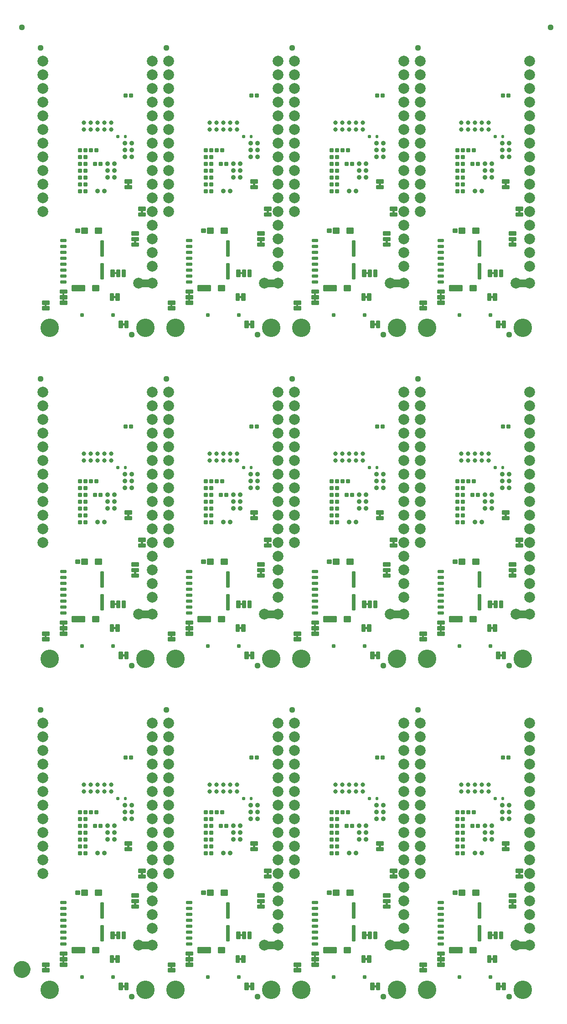
<source format=gbs>
G04 EAGLE Gerber RS-274X export*
G75*
%MOMM*%
%FSLAX34Y34*%
%LPD*%
%INSoldermask Bottom*%
%IPPOS*%
%AMOC8*
5,1,8,0,0,1.08239X$1,22.5*%
G01*
%ADD10C,2.006600*%
%ADD11C,1.127000*%
%ADD12C,3.429000*%
%ADD13C,0.777000*%
%ADD14C,0.228344*%
%ADD15C,0.228600*%
%ADD16C,0.225719*%
%ADD17C,0.228688*%
%ADD18C,0.235400*%
%ADD19C,0.223409*%
%ADD20C,0.812800*%
%ADD21C,0.889000*%
%ADD22C,0.225369*%
%ADD23C,0.226609*%
%ADD24C,1.270000*%
%ADD25C,1.627000*%

G36*
X438850Y1330083D02*
X438850Y1330083D01*
X438916Y1330085D01*
X438959Y1330103D01*
X439006Y1330111D01*
X439063Y1330145D01*
X439123Y1330170D01*
X439158Y1330201D01*
X439199Y1330226D01*
X439241Y1330277D01*
X439289Y1330321D01*
X439311Y1330363D01*
X439340Y1330400D01*
X439361Y1330462D01*
X439392Y1330521D01*
X439400Y1330575D01*
X439412Y1330612D01*
X439411Y1330652D01*
X439419Y1330706D01*
X439419Y1343914D01*
X439408Y1343979D01*
X439406Y1344045D01*
X439388Y1344088D01*
X439380Y1344135D01*
X439346Y1344192D01*
X439321Y1344252D01*
X439290Y1344287D01*
X439265Y1344328D01*
X439214Y1344370D01*
X439170Y1344418D01*
X439128Y1344440D01*
X439091Y1344469D01*
X439029Y1344490D01*
X438970Y1344521D01*
X438916Y1344529D01*
X438879Y1344541D01*
X438839Y1344540D01*
X438785Y1344548D01*
X434975Y1344548D01*
X434910Y1344537D01*
X434844Y1344535D01*
X434801Y1344517D01*
X434754Y1344509D01*
X434697Y1344475D01*
X434637Y1344450D01*
X434602Y1344419D01*
X434561Y1344394D01*
X434520Y1344343D01*
X434471Y1344299D01*
X434449Y1344257D01*
X434420Y1344220D01*
X434399Y1344158D01*
X434368Y1344099D01*
X434360Y1344045D01*
X434348Y1344008D01*
X434349Y1343968D01*
X434341Y1343914D01*
X434341Y1330706D01*
X434352Y1330641D01*
X434354Y1330575D01*
X434372Y1330532D01*
X434380Y1330485D01*
X434414Y1330428D01*
X434439Y1330368D01*
X434470Y1330333D01*
X434495Y1330292D01*
X434546Y1330251D01*
X434590Y1330202D01*
X434632Y1330180D01*
X434669Y1330151D01*
X434731Y1330130D01*
X434790Y1330099D01*
X434844Y1330091D01*
X434881Y1330079D01*
X434921Y1330080D01*
X434975Y1330072D01*
X438785Y1330072D01*
X438850Y1330083D01*
G37*
G36*
X906210Y1330083D02*
X906210Y1330083D01*
X906276Y1330085D01*
X906319Y1330103D01*
X906366Y1330111D01*
X906423Y1330145D01*
X906483Y1330170D01*
X906518Y1330201D01*
X906559Y1330226D01*
X906601Y1330277D01*
X906649Y1330321D01*
X906671Y1330363D01*
X906700Y1330400D01*
X906721Y1330462D01*
X906752Y1330521D01*
X906760Y1330575D01*
X906772Y1330612D01*
X906771Y1330652D01*
X906779Y1330706D01*
X906779Y1343914D01*
X906768Y1343979D01*
X906766Y1344045D01*
X906748Y1344088D01*
X906740Y1344135D01*
X906706Y1344192D01*
X906681Y1344252D01*
X906650Y1344287D01*
X906625Y1344328D01*
X906574Y1344370D01*
X906530Y1344418D01*
X906488Y1344440D01*
X906451Y1344469D01*
X906389Y1344490D01*
X906330Y1344521D01*
X906276Y1344529D01*
X906239Y1344541D01*
X906199Y1344540D01*
X906145Y1344548D01*
X902335Y1344548D01*
X902270Y1344537D01*
X902204Y1344535D01*
X902161Y1344517D01*
X902114Y1344509D01*
X902057Y1344475D01*
X901997Y1344450D01*
X901962Y1344419D01*
X901921Y1344394D01*
X901880Y1344343D01*
X901831Y1344299D01*
X901809Y1344257D01*
X901780Y1344220D01*
X901759Y1344158D01*
X901728Y1344099D01*
X901720Y1344045D01*
X901708Y1344008D01*
X901709Y1343968D01*
X901701Y1343914D01*
X901701Y1330706D01*
X901712Y1330641D01*
X901714Y1330575D01*
X901732Y1330532D01*
X901740Y1330485D01*
X901774Y1330428D01*
X901799Y1330368D01*
X901830Y1330333D01*
X901855Y1330292D01*
X901906Y1330251D01*
X901950Y1330202D01*
X901992Y1330180D01*
X902029Y1330151D01*
X902091Y1330130D01*
X902150Y1330099D01*
X902204Y1330091D01*
X902241Y1330079D01*
X902281Y1330080D01*
X902335Y1330072D01*
X906145Y1330072D01*
X906210Y1330083D01*
G37*
G36*
X672530Y1330083D02*
X672530Y1330083D01*
X672596Y1330085D01*
X672639Y1330103D01*
X672686Y1330111D01*
X672743Y1330145D01*
X672803Y1330170D01*
X672838Y1330201D01*
X672879Y1330226D01*
X672921Y1330277D01*
X672969Y1330321D01*
X672991Y1330363D01*
X673020Y1330400D01*
X673041Y1330462D01*
X673072Y1330521D01*
X673080Y1330575D01*
X673092Y1330612D01*
X673091Y1330652D01*
X673099Y1330706D01*
X673099Y1343914D01*
X673088Y1343979D01*
X673086Y1344045D01*
X673068Y1344088D01*
X673060Y1344135D01*
X673026Y1344192D01*
X673001Y1344252D01*
X672970Y1344287D01*
X672945Y1344328D01*
X672894Y1344370D01*
X672850Y1344418D01*
X672808Y1344440D01*
X672771Y1344469D01*
X672709Y1344490D01*
X672650Y1344521D01*
X672596Y1344529D01*
X672559Y1344541D01*
X672519Y1344540D01*
X672465Y1344548D01*
X668655Y1344548D01*
X668590Y1344537D01*
X668524Y1344535D01*
X668481Y1344517D01*
X668434Y1344509D01*
X668377Y1344475D01*
X668317Y1344450D01*
X668282Y1344419D01*
X668241Y1344394D01*
X668200Y1344343D01*
X668151Y1344299D01*
X668129Y1344257D01*
X668100Y1344220D01*
X668079Y1344158D01*
X668048Y1344099D01*
X668040Y1344045D01*
X668028Y1344008D01*
X668029Y1343968D01*
X668021Y1343914D01*
X668021Y1330706D01*
X668032Y1330641D01*
X668034Y1330575D01*
X668052Y1330532D01*
X668060Y1330485D01*
X668094Y1330428D01*
X668119Y1330368D01*
X668150Y1330333D01*
X668175Y1330292D01*
X668226Y1330251D01*
X668270Y1330202D01*
X668312Y1330180D01*
X668349Y1330151D01*
X668411Y1330130D01*
X668470Y1330099D01*
X668524Y1330091D01*
X668561Y1330079D01*
X668601Y1330080D01*
X668655Y1330072D01*
X672465Y1330072D01*
X672530Y1330083D01*
G37*
G36*
X205170Y1330083D02*
X205170Y1330083D01*
X205236Y1330085D01*
X205279Y1330103D01*
X205326Y1330111D01*
X205383Y1330145D01*
X205443Y1330170D01*
X205478Y1330201D01*
X205519Y1330226D01*
X205561Y1330277D01*
X205609Y1330321D01*
X205631Y1330363D01*
X205660Y1330400D01*
X205681Y1330462D01*
X205712Y1330521D01*
X205720Y1330575D01*
X205732Y1330612D01*
X205731Y1330652D01*
X205739Y1330706D01*
X205739Y1343914D01*
X205728Y1343979D01*
X205726Y1344045D01*
X205708Y1344088D01*
X205700Y1344135D01*
X205666Y1344192D01*
X205641Y1344252D01*
X205610Y1344287D01*
X205585Y1344328D01*
X205534Y1344370D01*
X205490Y1344418D01*
X205448Y1344440D01*
X205411Y1344469D01*
X205349Y1344490D01*
X205290Y1344521D01*
X205236Y1344529D01*
X205199Y1344541D01*
X205159Y1344540D01*
X205105Y1344548D01*
X201295Y1344548D01*
X201230Y1344537D01*
X201164Y1344535D01*
X201121Y1344517D01*
X201074Y1344509D01*
X201017Y1344475D01*
X200957Y1344450D01*
X200922Y1344419D01*
X200881Y1344394D01*
X200840Y1344343D01*
X200791Y1344299D01*
X200769Y1344257D01*
X200740Y1344220D01*
X200719Y1344158D01*
X200688Y1344099D01*
X200680Y1344045D01*
X200668Y1344008D01*
X200669Y1343968D01*
X200661Y1343914D01*
X200661Y1330706D01*
X200672Y1330641D01*
X200674Y1330575D01*
X200692Y1330532D01*
X200700Y1330485D01*
X200734Y1330428D01*
X200759Y1330368D01*
X200790Y1330333D01*
X200815Y1330292D01*
X200866Y1330251D01*
X200910Y1330202D01*
X200952Y1330180D01*
X200989Y1330151D01*
X201051Y1330130D01*
X201110Y1330099D01*
X201164Y1330091D01*
X201201Y1330079D01*
X201241Y1330080D01*
X201295Y1330072D01*
X205105Y1330072D01*
X205170Y1330083D01*
G37*
G36*
X205170Y100723D02*
X205170Y100723D01*
X205236Y100725D01*
X205279Y100743D01*
X205326Y100751D01*
X205383Y100785D01*
X205443Y100810D01*
X205478Y100841D01*
X205519Y100866D01*
X205561Y100917D01*
X205609Y100961D01*
X205631Y101003D01*
X205660Y101040D01*
X205681Y101102D01*
X205712Y101161D01*
X205720Y101215D01*
X205732Y101252D01*
X205731Y101292D01*
X205739Y101346D01*
X205739Y114554D01*
X205728Y114619D01*
X205726Y114685D01*
X205708Y114728D01*
X205700Y114775D01*
X205666Y114832D01*
X205641Y114892D01*
X205610Y114927D01*
X205585Y114968D01*
X205534Y115010D01*
X205490Y115058D01*
X205448Y115080D01*
X205411Y115109D01*
X205349Y115130D01*
X205290Y115161D01*
X205236Y115169D01*
X205199Y115181D01*
X205159Y115180D01*
X205105Y115188D01*
X201295Y115188D01*
X201230Y115177D01*
X201164Y115175D01*
X201121Y115157D01*
X201074Y115149D01*
X201017Y115115D01*
X200957Y115090D01*
X200922Y115059D01*
X200881Y115034D01*
X200840Y114983D01*
X200791Y114939D01*
X200769Y114897D01*
X200740Y114860D01*
X200719Y114798D01*
X200688Y114739D01*
X200680Y114685D01*
X200668Y114648D01*
X200669Y114608D01*
X200661Y114554D01*
X200661Y101346D01*
X200672Y101281D01*
X200674Y101215D01*
X200692Y101172D01*
X200700Y101125D01*
X200734Y101068D01*
X200759Y101008D01*
X200790Y100973D01*
X200815Y100932D01*
X200866Y100891D01*
X200910Y100842D01*
X200952Y100820D01*
X200989Y100791D01*
X201051Y100770D01*
X201110Y100739D01*
X201164Y100731D01*
X201201Y100719D01*
X201241Y100720D01*
X201295Y100712D01*
X205105Y100712D01*
X205170Y100723D01*
G37*
G36*
X438850Y100723D02*
X438850Y100723D01*
X438916Y100725D01*
X438959Y100743D01*
X439006Y100751D01*
X439063Y100785D01*
X439123Y100810D01*
X439158Y100841D01*
X439199Y100866D01*
X439241Y100917D01*
X439289Y100961D01*
X439311Y101003D01*
X439340Y101040D01*
X439361Y101102D01*
X439392Y101161D01*
X439400Y101215D01*
X439412Y101252D01*
X439411Y101292D01*
X439419Y101346D01*
X439419Y114554D01*
X439408Y114619D01*
X439406Y114685D01*
X439388Y114728D01*
X439380Y114775D01*
X439346Y114832D01*
X439321Y114892D01*
X439290Y114927D01*
X439265Y114968D01*
X439214Y115010D01*
X439170Y115058D01*
X439128Y115080D01*
X439091Y115109D01*
X439029Y115130D01*
X438970Y115161D01*
X438916Y115169D01*
X438879Y115181D01*
X438839Y115180D01*
X438785Y115188D01*
X434975Y115188D01*
X434910Y115177D01*
X434844Y115175D01*
X434801Y115157D01*
X434754Y115149D01*
X434697Y115115D01*
X434637Y115090D01*
X434602Y115059D01*
X434561Y115034D01*
X434520Y114983D01*
X434471Y114939D01*
X434449Y114897D01*
X434420Y114860D01*
X434399Y114798D01*
X434368Y114739D01*
X434360Y114685D01*
X434348Y114648D01*
X434349Y114608D01*
X434341Y114554D01*
X434341Y101346D01*
X434352Y101281D01*
X434354Y101215D01*
X434372Y101172D01*
X434380Y101125D01*
X434414Y101068D01*
X434439Y101008D01*
X434470Y100973D01*
X434495Y100932D01*
X434546Y100891D01*
X434590Y100842D01*
X434632Y100820D01*
X434669Y100791D01*
X434731Y100770D01*
X434790Y100739D01*
X434844Y100731D01*
X434881Y100719D01*
X434921Y100720D01*
X434975Y100712D01*
X438785Y100712D01*
X438850Y100723D01*
G37*
G36*
X672530Y100723D02*
X672530Y100723D01*
X672596Y100725D01*
X672639Y100743D01*
X672686Y100751D01*
X672743Y100785D01*
X672803Y100810D01*
X672838Y100841D01*
X672879Y100866D01*
X672921Y100917D01*
X672969Y100961D01*
X672991Y101003D01*
X673020Y101040D01*
X673041Y101102D01*
X673072Y101161D01*
X673080Y101215D01*
X673092Y101252D01*
X673091Y101292D01*
X673099Y101346D01*
X673099Y114554D01*
X673088Y114619D01*
X673086Y114685D01*
X673068Y114728D01*
X673060Y114775D01*
X673026Y114832D01*
X673001Y114892D01*
X672970Y114927D01*
X672945Y114968D01*
X672894Y115010D01*
X672850Y115058D01*
X672808Y115080D01*
X672771Y115109D01*
X672709Y115130D01*
X672650Y115161D01*
X672596Y115169D01*
X672559Y115181D01*
X672519Y115180D01*
X672465Y115188D01*
X668655Y115188D01*
X668590Y115177D01*
X668524Y115175D01*
X668481Y115157D01*
X668434Y115149D01*
X668377Y115115D01*
X668317Y115090D01*
X668282Y115059D01*
X668241Y115034D01*
X668200Y114983D01*
X668151Y114939D01*
X668129Y114897D01*
X668100Y114860D01*
X668079Y114798D01*
X668048Y114739D01*
X668040Y114685D01*
X668028Y114648D01*
X668029Y114608D01*
X668021Y114554D01*
X668021Y101346D01*
X668032Y101281D01*
X668034Y101215D01*
X668052Y101172D01*
X668060Y101125D01*
X668094Y101068D01*
X668119Y101008D01*
X668150Y100973D01*
X668175Y100932D01*
X668226Y100891D01*
X668270Y100842D01*
X668312Y100820D01*
X668349Y100791D01*
X668411Y100770D01*
X668470Y100739D01*
X668524Y100731D01*
X668561Y100719D01*
X668601Y100720D01*
X668655Y100712D01*
X672465Y100712D01*
X672530Y100723D01*
G37*
G36*
X906210Y100723D02*
X906210Y100723D01*
X906276Y100725D01*
X906319Y100743D01*
X906366Y100751D01*
X906423Y100785D01*
X906483Y100810D01*
X906518Y100841D01*
X906559Y100866D01*
X906601Y100917D01*
X906649Y100961D01*
X906671Y101003D01*
X906700Y101040D01*
X906721Y101102D01*
X906752Y101161D01*
X906760Y101215D01*
X906772Y101252D01*
X906771Y101292D01*
X906779Y101346D01*
X906779Y114554D01*
X906768Y114619D01*
X906766Y114685D01*
X906748Y114728D01*
X906740Y114775D01*
X906706Y114832D01*
X906681Y114892D01*
X906650Y114927D01*
X906625Y114968D01*
X906574Y115010D01*
X906530Y115058D01*
X906488Y115080D01*
X906451Y115109D01*
X906389Y115130D01*
X906330Y115161D01*
X906276Y115169D01*
X906239Y115181D01*
X906199Y115180D01*
X906145Y115188D01*
X902335Y115188D01*
X902270Y115177D01*
X902204Y115175D01*
X902161Y115157D01*
X902114Y115149D01*
X902057Y115115D01*
X901997Y115090D01*
X901962Y115059D01*
X901921Y115034D01*
X901880Y114983D01*
X901831Y114939D01*
X901809Y114897D01*
X901780Y114860D01*
X901759Y114798D01*
X901728Y114739D01*
X901720Y114685D01*
X901708Y114648D01*
X901709Y114608D01*
X901701Y114554D01*
X901701Y101346D01*
X901712Y101281D01*
X901714Y101215D01*
X901732Y101172D01*
X901740Y101125D01*
X901774Y101068D01*
X901799Y101008D01*
X901830Y100973D01*
X901855Y100932D01*
X901906Y100891D01*
X901950Y100842D01*
X901992Y100820D01*
X902029Y100791D01*
X902091Y100770D01*
X902150Y100739D01*
X902204Y100731D01*
X902241Y100719D01*
X902281Y100720D01*
X902335Y100712D01*
X906145Y100712D01*
X906210Y100723D01*
G37*
G36*
X438850Y715403D02*
X438850Y715403D01*
X438916Y715405D01*
X438959Y715423D01*
X439006Y715431D01*
X439063Y715465D01*
X439123Y715490D01*
X439158Y715521D01*
X439199Y715546D01*
X439241Y715597D01*
X439289Y715641D01*
X439311Y715683D01*
X439340Y715720D01*
X439361Y715782D01*
X439392Y715841D01*
X439400Y715895D01*
X439412Y715932D01*
X439411Y715972D01*
X439419Y716026D01*
X439419Y729234D01*
X439408Y729299D01*
X439406Y729365D01*
X439388Y729408D01*
X439380Y729455D01*
X439346Y729512D01*
X439321Y729572D01*
X439290Y729607D01*
X439265Y729648D01*
X439214Y729690D01*
X439170Y729738D01*
X439128Y729760D01*
X439091Y729789D01*
X439029Y729810D01*
X438970Y729841D01*
X438916Y729849D01*
X438879Y729861D01*
X438839Y729860D01*
X438785Y729868D01*
X434975Y729868D01*
X434910Y729857D01*
X434844Y729855D01*
X434801Y729837D01*
X434754Y729829D01*
X434697Y729795D01*
X434637Y729770D01*
X434602Y729739D01*
X434561Y729714D01*
X434520Y729663D01*
X434471Y729619D01*
X434449Y729577D01*
X434420Y729540D01*
X434399Y729478D01*
X434368Y729419D01*
X434360Y729365D01*
X434348Y729328D01*
X434349Y729288D01*
X434341Y729234D01*
X434341Y716026D01*
X434352Y715961D01*
X434354Y715895D01*
X434372Y715852D01*
X434380Y715805D01*
X434414Y715748D01*
X434439Y715688D01*
X434470Y715653D01*
X434495Y715612D01*
X434546Y715571D01*
X434590Y715522D01*
X434632Y715500D01*
X434669Y715471D01*
X434731Y715450D01*
X434790Y715419D01*
X434844Y715411D01*
X434881Y715399D01*
X434921Y715400D01*
X434975Y715392D01*
X438785Y715392D01*
X438850Y715403D01*
G37*
G36*
X906210Y715403D02*
X906210Y715403D01*
X906276Y715405D01*
X906319Y715423D01*
X906366Y715431D01*
X906423Y715465D01*
X906483Y715490D01*
X906518Y715521D01*
X906559Y715546D01*
X906601Y715597D01*
X906649Y715641D01*
X906671Y715683D01*
X906700Y715720D01*
X906721Y715782D01*
X906752Y715841D01*
X906760Y715895D01*
X906772Y715932D01*
X906771Y715972D01*
X906779Y716026D01*
X906779Y729234D01*
X906768Y729299D01*
X906766Y729365D01*
X906748Y729408D01*
X906740Y729455D01*
X906706Y729512D01*
X906681Y729572D01*
X906650Y729607D01*
X906625Y729648D01*
X906574Y729690D01*
X906530Y729738D01*
X906488Y729760D01*
X906451Y729789D01*
X906389Y729810D01*
X906330Y729841D01*
X906276Y729849D01*
X906239Y729861D01*
X906199Y729860D01*
X906145Y729868D01*
X902335Y729868D01*
X902270Y729857D01*
X902204Y729855D01*
X902161Y729837D01*
X902114Y729829D01*
X902057Y729795D01*
X901997Y729770D01*
X901962Y729739D01*
X901921Y729714D01*
X901880Y729663D01*
X901831Y729619D01*
X901809Y729577D01*
X901780Y729540D01*
X901759Y729478D01*
X901728Y729419D01*
X901720Y729365D01*
X901708Y729328D01*
X901709Y729288D01*
X901701Y729234D01*
X901701Y716026D01*
X901712Y715961D01*
X901714Y715895D01*
X901732Y715852D01*
X901740Y715805D01*
X901774Y715748D01*
X901799Y715688D01*
X901830Y715653D01*
X901855Y715612D01*
X901906Y715571D01*
X901950Y715522D01*
X901992Y715500D01*
X902029Y715471D01*
X902091Y715450D01*
X902150Y715419D01*
X902204Y715411D01*
X902241Y715399D01*
X902281Y715400D01*
X902335Y715392D01*
X906145Y715392D01*
X906210Y715403D01*
G37*
G36*
X205170Y715403D02*
X205170Y715403D01*
X205236Y715405D01*
X205279Y715423D01*
X205326Y715431D01*
X205383Y715465D01*
X205443Y715490D01*
X205478Y715521D01*
X205519Y715546D01*
X205561Y715597D01*
X205609Y715641D01*
X205631Y715683D01*
X205660Y715720D01*
X205681Y715782D01*
X205712Y715841D01*
X205720Y715895D01*
X205732Y715932D01*
X205731Y715972D01*
X205739Y716026D01*
X205739Y729234D01*
X205728Y729299D01*
X205726Y729365D01*
X205708Y729408D01*
X205700Y729455D01*
X205666Y729512D01*
X205641Y729572D01*
X205610Y729607D01*
X205585Y729648D01*
X205534Y729690D01*
X205490Y729738D01*
X205448Y729760D01*
X205411Y729789D01*
X205349Y729810D01*
X205290Y729841D01*
X205236Y729849D01*
X205199Y729861D01*
X205159Y729860D01*
X205105Y729868D01*
X201295Y729868D01*
X201230Y729857D01*
X201164Y729855D01*
X201121Y729837D01*
X201074Y729829D01*
X201017Y729795D01*
X200957Y729770D01*
X200922Y729739D01*
X200881Y729714D01*
X200840Y729663D01*
X200791Y729619D01*
X200769Y729577D01*
X200740Y729540D01*
X200719Y729478D01*
X200688Y729419D01*
X200680Y729365D01*
X200668Y729328D01*
X200669Y729288D01*
X200661Y729234D01*
X200661Y716026D01*
X200672Y715961D01*
X200674Y715895D01*
X200692Y715852D01*
X200700Y715805D01*
X200734Y715748D01*
X200759Y715688D01*
X200790Y715653D01*
X200815Y715612D01*
X200866Y715571D01*
X200910Y715522D01*
X200952Y715500D01*
X200989Y715471D01*
X201051Y715450D01*
X201110Y715419D01*
X201164Y715411D01*
X201201Y715399D01*
X201241Y715400D01*
X201295Y715392D01*
X205105Y715392D01*
X205170Y715403D01*
G37*
G36*
X672530Y715403D02*
X672530Y715403D01*
X672596Y715405D01*
X672639Y715423D01*
X672686Y715431D01*
X672743Y715465D01*
X672803Y715490D01*
X672838Y715521D01*
X672879Y715546D01*
X672921Y715597D01*
X672969Y715641D01*
X672991Y715683D01*
X673020Y715720D01*
X673041Y715782D01*
X673072Y715841D01*
X673080Y715895D01*
X673092Y715932D01*
X673091Y715972D01*
X673099Y716026D01*
X673099Y729234D01*
X673088Y729299D01*
X673086Y729365D01*
X673068Y729408D01*
X673060Y729455D01*
X673026Y729512D01*
X673001Y729572D01*
X672970Y729607D01*
X672945Y729648D01*
X672894Y729690D01*
X672850Y729738D01*
X672808Y729760D01*
X672771Y729789D01*
X672709Y729810D01*
X672650Y729841D01*
X672596Y729849D01*
X672559Y729861D01*
X672519Y729860D01*
X672465Y729868D01*
X668655Y729868D01*
X668590Y729857D01*
X668524Y729855D01*
X668481Y729837D01*
X668434Y729829D01*
X668377Y729795D01*
X668317Y729770D01*
X668282Y729739D01*
X668241Y729714D01*
X668200Y729663D01*
X668151Y729619D01*
X668129Y729577D01*
X668100Y729540D01*
X668079Y729478D01*
X668048Y729419D01*
X668040Y729365D01*
X668028Y729328D01*
X668029Y729288D01*
X668021Y729234D01*
X668021Y716026D01*
X668032Y715961D01*
X668034Y715895D01*
X668052Y715852D01*
X668060Y715805D01*
X668094Y715748D01*
X668119Y715688D01*
X668150Y715653D01*
X668175Y715612D01*
X668226Y715571D01*
X668270Y715522D01*
X668312Y715500D01*
X668349Y715471D01*
X668411Y715450D01*
X668470Y715419D01*
X668524Y715411D01*
X668561Y715399D01*
X668601Y715400D01*
X668655Y715392D01*
X672465Y715392D01*
X672530Y715403D01*
G37*
G36*
X899225Y238772D02*
X899225Y238772D01*
X899291Y238774D01*
X899334Y238792D01*
X899381Y238800D01*
X899438Y238834D01*
X899498Y238859D01*
X899533Y238890D01*
X899574Y238915D01*
X899616Y238966D01*
X899664Y239010D01*
X899686Y239052D01*
X899715Y239089D01*
X899736Y239151D01*
X899767Y239210D01*
X899775Y239264D01*
X899787Y239301D01*
X899786Y239341D01*
X899794Y239395D01*
X899794Y243205D01*
X899783Y243270D01*
X899781Y243336D01*
X899763Y243379D01*
X899755Y243426D01*
X899721Y243483D01*
X899696Y243543D01*
X899665Y243578D01*
X899640Y243619D01*
X899589Y243661D01*
X899545Y243709D01*
X899503Y243731D01*
X899466Y243760D01*
X899404Y243781D01*
X899345Y243812D01*
X899291Y243820D01*
X899254Y243832D01*
X899214Y243831D01*
X899160Y243839D01*
X896620Y243839D01*
X896555Y243828D01*
X896489Y243826D01*
X896446Y243808D01*
X896399Y243800D01*
X896342Y243766D01*
X896282Y243741D01*
X896247Y243710D01*
X896206Y243685D01*
X896165Y243634D01*
X896116Y243590D01*
X896094Y243548D01*
X896065Y243511D01*
X896044Y243449D01*
X896013Y243390D01*
X896005Y243336D01*
X895993Y243299D01*
X895993Y243295D01*
X895993Y243294D01*
X895994Y243259D01*
X895986Y243205D01*
X895986Y239395D01*
X895997Y239330D01*
X895999Y239264D01*
X896017Y239221D01*
X896025Y239174D01*
X896059Y239117D01*
X896084Y239057D01*
X896115Y239022D01*
X896140Y238981D01*
X896191Y238940D01*
X896235Y238891D01*
X896277Y238869D01*
X896314Y238840D01*
X896376Y238819D01*
X896435Y238788D01*
X896489Y238780D01*
X896526Y238768D01*
X896566Y238769D01*
X896620Y238761D01*
X899160Y238761D01*
X899225Y238772D01*
G37*
G36*
X431865Y238772D02*
X431865Y238772D01*
X431931Y238774D01*
X431974Y238792D01*
X432021Y238800D01*
X432078Y238834D01*
X432138Y238859D01*
X432173Y238890D01*
X432214Y238915D01*
X432256Y238966D01*
X432304Y239010D01*
X432326Y239052D01*
X432355Y239089D01*
X432376Y239151D01*
X432407Y239210D01*
X432415Y239264D01*
X432427Y239301D01*
X432426Y239341D01*
X432434Y239395D01*
X432434Y243205D01*
X432423Y243270D01*
X432421Y243336D01*
X432403Y243379D01*
X432395Y243426D01*
X432361Y243483D01*
X432336Y243543D01*
X432305Y243578D01*
X432280Y243619D01*
X432229Y243661D01*
X432185Y243709D01*
X432143Y243731D01*
X432106Y243760D01*
X432044Y243781D01*
X431985Y243812D01*
X431931Y243820D01*
X431894Y243832D01*
X431854Y243831D01*
X431800Y243839D01*
X429260Y243839D01*
X429195Y243828D01*
X429129Y243826D01*
X429086Y243808D01*
X429039Y243800D01*
X428982Y243766D01*
X428922Y243741D01*
X428887Y243710D01*
X428846Y243685D01*
X428805Y243634D01*
X428756Y243590D01*
X428734Y243548D01*
X428705Y243511D01*
X428684Y243449D01*
X428653Y243390D01*
X428645Y243336D01*
X428633Y243299D01*
X428633Y243295D01*
X428633Y243294D01*
X428634Y243259D01*
X428626Y243205D01*
X428626Y239395D01*
X428637Y239330D01*
X428639Y239264D01*
X428657Y239221D01*
X428665Y239174D01*
X428699Y239117D01*
X428724Y239057D01*
X428755Y239022D01*
X428780Y238981D01*
X428831Y238940D01*
X428875Y238891D01*
X428917Y238869D01*
X428954Y238840D01*
X429016Y238819D01*
X429075Y238788D01*
X429129Y238780D01*
X429166Y238768D01*
X429206Y238769D01*
X429260Y238761D01*
X431800Y238761D01*
X431865Y238772D01*
G37*
G36*
X198185Y238772D02*
X198185Y238772D01*
X198251Y238774D01*
X198294Y238792D01*
X198341Y238800D01*
X198398Y238834D01*
X198458Y238859D01*
X198493Y238890D01*
X198534Y238915D01*
X198576Y238966D01*
X198624Y239010D01*
X198646Y239052D01*
X198675Y239089D01*
X198696Y239151D01*
X198727Y239210D01*
X198735Y239264D01*
X198747Y239301D01*
X198746Y239341D01*
X198754Y239395D01*
X198754Y243205D01*
X198743Y243270D01*
X198741Y243336D01*
X198723Y243379D01*
X198715Y243426D01*
X198681Y243483D01*
X198656Y243543D01*
X198625Y243578D01*
X198600Y243619D01*
X198549Y243661D01*
X198505Y243709D01*
X198463Y243731D01*
X198426Y243760D01*
X198364Y243781D01*
X198305Y243812D01*
X198251Y243820D01*
X198214Y243832D01*
X198174Y243831D01*
X198120Y243839D01*
X195580Y243839D01*
X195515Y243828D01*
X195449Y243826D01*
X195406Y243808D01*
X195359Y243800D01*
X195302Y243766D01*
X195242Y243741D01*
X195207Y243710D01*
X195166Y243685D01*
X195125Y243634D01*
X195076Y243590D01*
X195054Y243548D01*
X195025Y243511D01*
X195004Y243449D01*
X194973Y243390D01*
X194965Y243336D01*
X194953Y243299D01*
X194953Y243295D01*
X194953Y243294D01*
X194954Y243259D01*
X194946Y243205D01*
X194946Y239395D01*
X194957Y239330D01*
X194959Y239264D01*
X194977Y239221D01*
X194985Y239174D01*
X195019Y239117D01*
X195044Y239057D01*
X195075Y239022D01*
X195100Y238981D01*
X195151Y238940D01*
X195195Y238891D01*
X195237Y238869D01*
X195274Y238840D01*
X195336Y238819D01*
X195395Y238788D01*
X195449Y238780D01*
X195486Y238768D01*
X195526Y238769D01*
X195580Y238761D01*
X198120Y238761D01*
X198185Y238772D01*
G37*
G36*
X665545Y238772D02*
X665545Y238772D01*
X665611Y238774D01*
X665654Y238792D01*
X665701Y238800D01*
X665758Y238834D01*
X665818Y238859D01*
X665853Y238890D01*
X665894Y238915D01*
X665936Y238966D01*
X665984Y239010D01*
X666006Y239052D01*
X666035Y239089D01*
X666056Y239151D01*
X666087Y239210D01*
X666095Y239264D01*
X666107Y239301D01*
X666106Y239341D01*
X666114Y239395D01*
X666114Y243205D01*
X666103Y243270D01*
X666101Y243336D01*
X666083Y243379D01*
X666075Y243426D01*
X666041Y243483D01*
X666016Y243543D01*
X665985Y243578D01*
X665960Y243619D01*
X665909Y243661D01*
X665865Y243709D01*
X665823Y243731D01*
X665786Y243760D01*
X665724Y243781D01*
X665665Y243812D01*
X665611Y243820D01*
X665574Y243832D01*
X665534Y243831D01*
X665480Y243839D01*
X662940Y243839D01*
X662875Y243828D01*
X662809Y243826D01*
X662766Y243808D01*
X662719Y243800D01*
X662662Y243766D01*
X662602Y243741D01*
X662567Y243710D01*
X662526Y243685D01*
X662485Y243634D01*
X662436Y243590D01*
X662414Y243548D01*
X662385Y243511D01*
X662364Y243449D01*
X662333Y243390D01*
X662325Y243336D01*
X662313Y243299D01*
X662313Y243295D01*
X662313Y243294D01*
X662314Y243259D01*
X662306Y243205D01*
X662306Y239395D01*
X662317Y239330D01*
X662319Y239264D01*
X662337Y239221D01*
X662345Y239174D01*
X662379Y239117D01*
X662404Y239057D01*
X662435Y239022D01*
X662460Y238981D01*
X662511Y238940D01*
X662555Y238891D01*
X662597Y238869D01*
X662634Y238840D01*
X662696Y238819D01*
X662755Y238788D01*
X662809Y238780D01*
X662846Y238768D01*
X662886Y238769D01*
X662940Y238761D01*
X665480Y238761D01*
X665545Y238772D01*
G37*
G36*
X640145Y1518932D02*
X640145Y1518932D01*
X640211Y1518934D01*
X640254Y1518952D01*
X640301Y1518960D01*
X640358Y1518994D01*
X640418Y1519019D01*
X640453Y1519050D01*
X640494Y1519075D01*
X640536Y1519126D01*
X640584Y1519170D01*
X640606Y1519212D01*
X640635Y1519249D01*
X640656Y1519311D01*
X640687Y1519370D01*
X640695Y1519424D01*
X640707Y1519461D01*
X640706Y1519501D01*
X640714Y1519555D01*
X640714Y1523365D01*
X640703Y1523430D01*
X640701Y1523496D01*
X640683Y1523539D01*
X640675Y1523586D01*
X640641Y1523643D01*
X640616Y1523703D01*
X640585Y1523738D01*
X640560Y1523779D01*
X640509Y1523821D01*
X640465Y1523869D01*
X640423Y1523891D01*
X640386Y1523920D01*
X640324Y1523941D01*
X640265Y1523972D01*
X640211Y1523980D01*
X640174Y1523992D01*
X640134Y1523991D01*
X640080Y1523999D01*
X637540Y1523999D01*
X637475Y1523988D01*
X637409Y1523986D01*
X637366Y1523968D01*
X637319Y1523960D01*
X637262Y1523926D01*
X637202Y1523901D01*
X637167Y1523870D01*
X637126Y1523845D01*
X637085Y1523794D01*
X637036Y1523750D01*
X637014Y1523708D01*
X636985Y1523671D01*
X636964Y1523609D01*
X636933Y1523550D01*
X636925Y1523496D01*
X636913Y1523459D01*
X636913Y1523455D01*
X636913Y1523454D01*
X636914Y1523419D01*
X636906Y1523365D01*
X636906Y1519555D01*
X636917Y1519490D01*
X636919Y1519424D01*
X636937Y1519381D01*
X636945Y1519334D01*
X636979Y1519277D01*
X637004Y1519217D01*
X637035Y1519182D01*
X637060Y1519141D01*
X637111Y1519100D01*
X637155Y1519051D01*
X637197Y1519029D01*
X637234Y1519000D01*
X637296Y1518979D01*
X637355Y1518948D01*
X637409Y1518940D01*
X637446Y1518928D01*
X637486Y1518929D01*
X637540Y1518921D01*
X640080Y1518921D01*
X640145Y1518932D01*
G37*
G36*
X172785Y1518932D02*
X172785Y1518932D01*
X172851Y1518934D01*
X172894Y1518952D01*
X172941Y1518960D01*
X172998Y1518994D01*
X173058Y1519019D01*
X173093Y1519050D01*
X173134Y1519075D01*
X173176Y1519126D01*
X173224Y1519170D01*
X173246Y1519212D01*
X173275Y1519249D01*
X173296Y1519311D01*
X173327Y1519370D01*
X173335Y1519424D01*
X173347Y1519461D01*
X173346Y1519501D01*
X173354Y1519555D01*
X173354Y1523365D01*
X173343Y1523430D01*
X173341Y1523496D01*
X173323Y1523539D01*
X173315Y1523586D01*
X173281Y1523643D01*
X173256Y1523703D01*
X173225Y1523738D01*
X173200Y1523779D01*
X173149Y1523821D01*
X173105Y1523869D01*
X173063Y1523891D01*
X173026Y1523920D01*
X172964Y1523941D01*
X172905Y1523972D01*
X172851Y1523980D01*
X172814Y1523992D01*
X172774Y1523991D01*
X172720Y1523999D01*
X170180Y1523999D01*
X170115Y1523988D01*
X170049Y1523986D01*
X170006Y1523968D01*
X169959Y1523960D01*
X169902Y1523926D01*
X169842Y1523901D01*
X169807Y1523870D01*
X169766Y1523845D01*
X169725Y1523794D01*
X169676Y1523750D01*
X169654Y1523708D01*
X169625Y1523671D01*
X169604Y1523609D01*
X169573Y1523550D01*
X169565Y1523496D01*
X169553Y1523459D01*
X169553Y1523455D01*
X169553Y1523454D01*
X169554Y1523419D01*
X169546Y1523365D01*
X169546Y1519555D01*
X169557Y1519490D01*
X169559Y1519424D01*
X169577Y1519381D01*
X169585Y1519334D01*
X169619Y1519277D01*
X169644Y1519217D01*
X169675Y1519182D01*
X169700Y1519141D01*
X169751Y1519100D01*
X169795Y1519051D01*
X169837Y1519029D01*
X169874Y1519000D01*
X169936Y1518979D01*
X169995Y1518948D01*
X170049Y1518940D01*
X170086Y1518928D01*
X170126Y1518929D01*
X170180Y1518921D01*
X172720Y1518921D01*
X172785Y1518932D01*
G37*
G36*
X406465Y1518932D02*
X406465Y1518932D01*
X406531Y1518934D01*
X406574Y1518952D01*
X406621Y1518960D01*
X406678Y1518994D01*
X406738Y1519019D01*
X406773Y1519050D01*
X406814Y1519075D01*
X406856Y1519126D01*
X406904Y1519170D01*
X406926Y1519212D01*
X406955Y1519249D01*
X406976Y1519311D01*
X407007Y1519370D01*
X407015Y1519424D01*
X407027Y1519461D01*
X407026Y1519501D01*
X407034Y1519555D01*
X407034Y1523365D01*
X407023Y1523430D01*
X407021Y1523496D01*
X407003Y1523539D01*
X406995Y1523586D01*
X406961Y1523643D01*
X406936Y1523703D01*
X406905Y1523738D01*
X406880Y1523779D01*
X406829Y1523821D01*
X406785Y1523869D01*
X406743Y1523891D01*
X406706Y1523920D01*
X406644Y1523941D01*
X406585Y1523972D01*
X406531Y1523980D01*
X406494Y1523992D01*
X406454Y1523991D01*
X406400Y1523999D01*
X403860Y1523999D01*
X403795Y1523988D01*
X403729Y1523986D01*
X403686Y1523968D01*
X403639Y1523960D01*
X403582Y1523926D01*
X403522Y1523901D01*
X403487Y1523870D01*
X403446Y1523845D01*
X403405Y1523794D01*
X403356Y1523750D01*
X403334Y1523708D01*
X403305Y1523671D01*
X403284Y1523609D01*
X403253Y1523550D01*
X403245Y1523496D01*
X403233Y1523459D01*
X403233Y1523455D01*
X403233Y1523454D01*
X403234Y1523419D01*
X403226Y1523365D01*
X403226Y1519555D01*
X403237Y1519490D01*
X403239Y1519424D01*
X403257Y1519381D01*
X403265Y1519334D01*
X403299Y1519277D01*
X403324Y1519217D01*
X403355Y1519182D01*
X403380Y1519141D01*
X403431Y1519100D01*
X403475Y1519051D01*
X403517Y1519029D01*
X403554Y1519000D01*
X403616Y1518979D01*
X403675Y1518948D01*
X403729Y1518940D01*
X403766Y1518928D01*
X403806Y1518929D01*
X403860Y1518921D01*
X406400Y1518921D01*
X406465Y1518932D01*
G37*
G36*
X873825Y1518932D02*
X873825Y1518932D01*
X873891Y1518934D01*
X873934Y1518952D01*
X873981Y1518960D01*
X874038Y1518994D01*
X874098Y1519019D01*
X874133Y1519050D01*
X874174Y1519075D01*
X874216Y1519126D01*
X874264Y1519170D01*
X874286Y1519212D01*
X874315Y1519249D01*
X874336Y1519311D01*
X874367Y1519370D01*
X874375Y1519424D01*
X874387Y1519461D01*
X874386Y1519501D01*
X874394Y1519555D01*
X874394Y1523365D01*
X874383Y1523430D01*
X874381Y1523496D01*
X874363Y1523539D01*
X874355Y1523586D01*
X874321Y1523643D01*
X874296Y1523703D01*
X874265Y1523738D01*
X874240Y1523779D01*
X874189Y1523821D01*
X874145Y1523869D01*
X874103Y1523891D01*
X874066Y1523920D01*
X874004Y1523941D01*
X873945Y1523972D01*
X873891Y1523980D01*
X873854Y1523992D01*
X873814Y1523991D01*
X873760Y1523999D01*
X871220Y1523999D01*
X871155Y1523988D01*
X871089Y1523986D01*
X871046Y1523968D01*
X870999Y1523960D01*
X870942Y1523926D01*
X870882Y1523901D01*
X870847Y1523870D01*
X870806Y1523845D01*
X870765Y1523794D01*
X870716Y1523750D01*
X870694Y1523708D01*
X870665Y1523671D01*
X870644Y1523609D01*
X870613Y1523550D01*
X870605Y1523496D01*
X870593Y1523459D01*
X870593Y1523455D01*
X870593Y1523454D01*
X870594Y1523419D01*
X870586Y1523365D01*
X870586Y1519555D01*
X870597Y1519490D01*
X870599Y1519424D01*
X870617Y1519381D01*
X870625Y1519334D01*
X870659Y1519277D01*
X870684Y1519217D01*
X870715Y1519182D01*
X870740Y1519141D01*
X870791Y1519100D01*
X870835Y1519051D01*
X870877Y1519029D01*
X870914Y1519000D01*
X870976Y1518979D01*
X871035Y1518948D01*
X871089Y1518940D01*
X871126Y1518928D01*
X871166Y1518929D01*
X871220Y1518921D01*
X873760Y1518921D01*
X873825Y1518932D01*
G37*
G36*
X431865Y1468132D02*
X431865Y1468132D01*
X431931Y1468134D01*
X431974Y1468152D01*
X432021Y1468160D01*
X432078Y1468194D01*
X432138Y1468219D01*
X432173Y1468250D01*
X432214Y1468275D01*
X432256Y1468326D01*
X432304Y1468370D01*
X432326Y1468412D01*
X432355Y1468449D01*
X432376Y1468511D01*
X432407Y1468570D01*
X432415Y1468624D01*
X432427Y1468661D01*
X432426Y1468701D01*
X432434Y1468755D01*
X432434Y1472565D01*
X432423Y1472630D01*
X432421Y1472696D01*
X432403Y1472739D01*
X432395Y1472786D01*
X432361Y1472843D01*
X432336Y1472903D01*
X432305Y1472938D01*
X432280Y1472979D01*
X432229Y1473021D01*
X432185Y1473069D01*
X432143Y1473091D01*
X432106Y1473120D01*
X432044Y1473141D01*
X431985Y1473172D01*
X431931Y1473180D01*
X431894Y1473192D01*
X431854Y1473191D01*
X431800Y1473199D01*
X429260Y1473199D01*
X429195Y1473188D01*
X429129Y1473186D01*
X429086Y1473168D01*
X429039Y1473160D01*
X428982Y1473126D01*
X428922Y1473101D01*
X428887Y1473070D01*
X428846Y1473045D01*
X428805Y1472994D01*
X428756Y1472950D01*
X428734Y1472908D01*
X428705Y1472871D01*
X428684Y1472809D01*
X428653Y1472750D01*
X428645Y1472696D01*
X428633Y1472659D01*
X428633Y1472655D01*
X428633Y1472654D01*
X428634Y1472619D01*
X428626Y1472565D01*
X428626Y1468755D01*
X428637Y1468690D01*
X428639Y1468624D01*
X428657Y1468581D01*
X428665Y1468534D01*
X428699Y1468477D01*
X428724Y1468417D01*
X428755Y1468382D01*
X428780Y1468341D01*
X428831Y1468300D01*
X428875Y1468251D01*
X428917Y1468229D01*
X428954Y1468200D01*
X429016Y1468179D01*
X429075Y1468148D01*
X429129Y1468140D01*
X429166Y1468128D01*
X429206Y1468129D01*
X429260Y1468121D01*
X431800Y1468121D01*
X431865Y1468132D01*
G37*
G36*
X665545Y1468132D02*
X665545Y1468132D01*
X665611Y1468134D01*
X665654Y1468152D01*
X665701Y1468160D01*
X665758Y1468194D01*
X665818Y1468219D01*
X665853Y1468250D01*
X665894Y1468275D01*
X665936Y1468326D01*
X665984Y1468370D01*
X666006Y1468412D01*
X666035Y1468449D01*
X666056Y1468511D01*
X666087Y1468570D01*
X666095Y1468624D01*
X666107Y1468661D01*
X666106Y1468701D01*
X666114Y1468755D01*
X666114Y1472565D01*
X666103Y1472630D01*
X666101Y1472696D01*
X666083Y1472739D01*
X666075Y1472786D01*
X666041Y1472843D01*
X666016Y1472903D01*
X665985Y1472938D01*
X665960Y1472979D01*
X665909Y1473021D01*
X665865Y1473069D01*
X665823Y1473091D01*
X665786Y1473120D01*
X665724Y1473141D01*
X665665Y1473172D01*
X665611Y1473180D01*
X665574Y1473192D01*
X665534Y1473191D01*
X665480Y1473199D01*
X662940Y1473199D01*
X662875Y1473188D01*
X662809Y1473186D01*
X662766Y1473168D01*
X662719Y1473160D01*
X662662Y1473126D01*
X662602Y1473101D01*
X662567Y1473070D01*
X662526Y1473045D01*
X662485Y1472994D01*
X662436Y1472950D01*
X662414Y1472908D01*
X662385Y1472871D01*
X662364Y1472809D01*
X662333Y1472750D01*
X662325Y1472696D01*
X662313Y1472659D01*
X662313Y1472655D01*
X662313Y1472654D01*
X662314Y1472619D01*
X662306Y1472565D01*
X662306Y1468755D01*
X662317Y1468690D01*
X662319Y1468624D01*
X662337Y1468581D01*
X662345Y1468534D01*
X662379Y1468477D01*
X662404Y1468417D01*
X662435Y1468382D01*
X662460Y1468341D01*
X662511Y1468300D01*
X662555Y1468251D01*
X662597Y1468229D01*
X662634Y1468200D01*
X662696Y1468179D01*
X662755Y1468148D01*
X662809Y1468140D01*
X662846Y1468128D01*
X662886Y1468129D01*
X662940Y1468121D01*
X665480Y1468121D01*
X665545Y1468132D01*
G37*
G36*
X198185Y1468132D02*
X198185Y1468132D01*
X198251Y1468134D01*
X198294Y1468152D01*
X198341Y1468160D01*
X198398Y1468194D01*
X198458Y1468219D01*
X198493Y1468250D01*
X198534Y1468275D01*
X198576Y1468326D01*
X198624Y1468370D01*
X198646Y1468412D01*
X198675Y1468449D01*
X198696Y1468511D01*
X198727Y1468570D01*
X198735Y1468624D01*
X198747Y1468661D01*
X198746Y1468701D01*
X198754Y1468755D01*
X198754Y1472565D01*
X198743Y1472630D01*
X198741Y1472696D01*
X198723Y1472739D01*
X198715Y1472786D01*
X198681Y1472843D01*
X198656Y1472903D01*
X198625Y1472938D01*
X198600Y1472979D01*
X198549Y1473021D01*
X198505Y1473069D01*
X198463Y1473091D01*
X198426Y1473120D01*
X198364Y1473141D01*
X198305Y1473172D01*
X198251Y1473180D01*
X198214Y1473192D01*
X198174Y1473191D01*
X198120Y1473199D01*
X195580Y1473199D01*
X195515Y1473188D01*
X195449Y1473186D01*
X195406Y1473168D01*
X195359Y1473160D01*
X195302Y1473126D01*
X195242Y1473101D01*
X195207Y1473070D01*
X195166Y1473045D01*
X195125Y1472994D01*
X195076Y1472950D01*
X195054Y1472908D01*
X195025Y1472871D01*
X195004Y1472809D01*
X194973Y1472750D01*
X194965Y1472696D01*
X194953Y1472659D01*
X194953Y1472655D01*
X194953Y1472654D01*
X194954Y1472619D01*
X194946Y1472565D01*
X194946Y1468755D01*
X194957Y1468690D01*
X194959Y1468624D01*
X194977Y1468581D01*
X194985Y1468534D01*
X195019Y1468477D01*
X195044Y1468417D01*
X195075Y1468382D01*
X195100Y1468341D01*
X195151Y1468300D01*
X195195Y1468251D01*
X195237Y1468229D01*
X195274Y1468200D01*
X195336Y1468179D01*
X195395Y1468148D01*
X195449Y1468140D01*
X195486Y1468128D01*
X195526Y1468129D01*
X195580Y1468121D01*
X198120Y1468121D01*
X198185Y1468132D01*
G37*
G36*
X899225Y1468132D02*
X899225Y1468132D01*
X899291Y1468134D01*
X899334Y1468152D01*
X899381Y1468160D01*
X899438Y1468194D01*
X899498Y1468219D01*
X899533Y1468250D01*
X899574Y1468275D01*
X899616Y1468326D01*
X899664Y1468370D01*
X899686Y1468412D01*
X899715Y1468449D01*
X899736Y1468511D01*
X899767Y1468570D01*
X899775Y1468624D01*
X899787Y1468661D01*
X899786Y1468701D01*
X899794Y1468755D01*
X899794Y1472565D01*
X899783Y1472630D01*
X899781Y1472696D01*
X899763Y1472739D01*
X899755Y1472786D01*
X899721Y1472843D01*
X899696Y1472903D01*
X899665Y1472938D01*
X899640Y1472979D01*
X899589Y1473021D01*
X899545Y1473069D01*
X899503Y1473091D01*
X899466Y1473120D01*
X899404Y1473141D01*
X899345Y1473172D01*
X899291Y1473180D01*
X899254Y1473192D01*
X899214Y1473191D01*
X899160Y1473199D01*
X896620Y1473199D01*
X896555Y1473188D01*
X896489Y1473186D01*
X896446Y1473168D01*
X896399Y1473160D01*
X896342Y1473126D01*
X896282Y1473101D01*
X896247Y1473070D01*
X896206Y1473045D01*
X896165Y1472994D01*
X896116Y1472950D01*
X896094Y1472908D01*
X896065Y1472871D01*
X896044Y1472809D01*
X896013Y1472750D01*
X896005Y1472696D01*
X895993Y1472659D01*
X895993Y1472655D01*
X895993Y1472654D01*
X895994Y1472619D01*
X895986Y1472565D01*
X895986Y1468755D01*
X895997Y1468690D01*
X895999Y1468624D01*
X896017Y1468581D01*
X896025Y1468534D01*
X896059Y1468477D01*
X896084Y1468417D01*
X896115Y1468382D01*
X896140Y1468341D01*
X896191Y1468300D01*
X896235Y1468251D01*
X896277Y1468229D01*
X896314Y1468200D01*
X896376Y1468179D01*
X896435Y1468148D01*
X896489Y1468140D01*
X896526Y1468128D01*
X896566Y1468129D01*
X896620Y1468121D01*
X899160Y1468121D01*
X899225Y1468132D01*
G37*
G36*
X652845Y1412252D02*
X652845Y1412252D01*
X652911Y1412254D01*
X652954Y1412272D01*
X653001Y1412280D01*
X653058Y1412314D01*
X653118Y1412339D01*
X653153Y1412370D01*
X653194Y1412395D01*
X653236Y1412446D01*
X653284Y1412490D01*
X653306Y1412532D01*
X653335Y1412569D01*
X653356Y1412631D01*
X653387Y1412690D01*
X653395Y1412744D01*
X653407Y1412781D01*
X653406Y1412821D01*
X653414Y1412875D01*
X653414Y1416685D01*
X653403Y1416750D01*
X653401Y1416816D01*
X653383Y1416859D01*
X653375Y1416906D01*
X653341Y1416963D01*
X653316Y1417023D01*
X653285Y1417058D01*
X653260Y1417099D01*
X653209Y1417141D01*
X653165Y1417189D01*
X653123Y1417211D01*
X653086Y1417240D01*
X653024Y1417261D01*
X652965Y1417292D01*
X652911Y1417300D01*
X652874Y1417312D01*
X652834Y1417311D01*
X652780Y1417319D01*
X650240Y1417319D01*
X650175Y1417308D01*
X650109Y1417306D01*
X650066Y1417288D01*
X650019Y1417280D01*
X649962Y1417246D01*
X649902Y1417221D01*
X649867Y1417190D01*
X649826Y1417165D01*
X649785Y1417114D01*
X649736Y1417070D01*
X649714Y1417028D01*
X649685Y1416991D01*
X649664Y1416929D01*
X649633Y1416870D01*
X649625Y1416816D01*
X649613Y1416779D01*
X649613Y1416775D01*
X649613Y1416774D01*
X649614Y1416739D01*
X649606Y1416685D01*
X649606Y1412875D01*
X649617Y1412810D01*
X649619Y1412744D01*
X649637Y1412701D01*
X649645Y1412654D01*
X649679Y1412597D01*
X649704Y1412537D01*
X649735Y1412502D01*
X649760Y1412461D01*
X649811Y1412420D01*
X649855Y1412371D01*
X649897Y1412349D01*
X649934Y1412320D01*
X649996Y1412299D01*
X650055Y1412268D01*
X650109Y1412260D01*
X650146Y1412248D01*
X650186Y1412249D01*
X650240Y1412241D01*
X652780Y1412241D01*
X652845Y1412252D01*
G37*
G36*
X886525Y1412252D02*
X886525Y1412252D01*
X886591Y1412254D01*
X886634Y1412272D01*
X886681Y1412280D01*
X886738Y1412314D01*
X886798Y1412339D01*
X886833Y1412370D01*
X886874Y1412395D01*
X886916Y1412446D01*
X886964Y1412490D01*
X886986Y1412532D01*
X887015Y1412569D01*
X887036Y1412631D01*
X887067Y1412690D01*
X887075Y1412744D01*
X887087Y1412781D01*
X887086Y1412821D01*
X887094Y1412875D01*
X887094Y1416685D01*
X887083Y1416750D01*
X887081Y1416816D01*
X887063Y1416859D01*
X887055Y1416906D01*
X887021Y1416963D01*
X886996Y1417023D01*
X886965Y1417058D01*
X886940Y1417099D01*
X886889Y1417141D01*
X886845Y1417189D01*
X886803Y1417211D01*
X886766Y1417240D01*
X886704Y1417261D01*
X886645Y1417292D01*
X886591Y1417300D01*
X886554Y1417312D01*
X886514Y1417311D01*
X886460Y1417319D01*
X883920Y1417319D01*
X883855Y1417308D01*
X883789Y1417306D01*
X883746Y1417288D01*
X883699Y1417280D01*
X883642Y1417246D01*
X883582Y1417221D01*
X883547Y1417190D01*
X883506Y1417165D01*
X883465Y1417114D01*
X883416Y1417070D01*
X883394Y1417028D01*
X883365Y1416991D01*
X883344Y1416929D01*
X883313Y1416870D01*
X883305Y1416816D01*
X883293Y1416779D01*
X883293Y1416775D01*
X883293Y1416774D01*
X883294Y1416739D01*
X883286Y1416685D01*
X883286Y1412875D01*
X883297Y1412810D01*
X883299Y1412744D01*
X883317Y1412701D01*
X883325Y1412654D01*
X883359Y1412597D01*
X883384Y1412537D01*
X883415Y1412502D01*
X883440Y1412461D01*
X883491Y1412420D01*
X883535Y1412371D01*
X883577Y1412349D01*
X883614Y1412320D01*
X883676Y1412299D01*
X883735Y1412268D01*
X883789Y1412260D01*
X883826Y1412248D01*
X883866Y1412249D01*
X883920Y1412241D01*
X886460Y1412241D01*
X886525Y1412252D01*
G37*
G36*
X185485Y1412252D02*
X185485Y1412252D01*
X185551Y1412254D01*
X185594Y1412272D01*
X185641Y1412280D01*
X185698Y1412314D01*
X185758Y1412339D01*
X185793Y1412370D01*
X185834Y1412395D01*
X185876Y1412446D01*
X185924Y1412490D01*
X185946Y1412532D01*
X185975Y1412569D01*
X185996Y1412631D01*
X186027Y1412690D01*
X186035Y1412744D01*
X186047Y1412781D01*
X186046Y1412821D01*
X186054Y1412875D01*
X186054Y1416685D01*
X186043Y1416750D01*
X186041Y1416816D01*
X186023Y1416859D01*
X186015Y1416906D01*
X185981Y1416963D01*
X185956Y1417023D01*
X185925Y1417058D01*
X185900Y1417099D01*
X185849Y1417141D01*
X185805Y1417189D01*
X185763Y1417211D01*
X185726Y1417240D01*
X185664Y1417261D01*
X185605Y1417292D01*
X185551Y1417300D01*
X185514Y1417312D01*
X185474Y1417311D01*
X185420Y1417319D01*
X182880Y1417319D01*
X182815Y1417308D01*
X182749Y1417306D01*
X182706Y1417288D01*
X182659Y1417280D01*
X182602Y1417246D01*
X182542Y1417221D01*
X182507Y1417190D01*
X182466Y1417165D01*
X182425Y1417114D01*
X182376Y1417070D01*
X182354Y1417028D01*
X182325Y1416991D01*
X182304Y1416929D01*
X182273Y1416870D01*
X182265Y1416816D01*
X182253Y1416779D01*
X182253Y1416775D01*
X182253Y1416774D01*
X182254Y1416739D01*
X182246Y1416685D01*
X182246Y1412875D01*
X182257Y1412810D01*
X182259Y1412744D01*
X182277Y1412701D01*
X182285Y1412654D01*
X182319Y1412597D01*
X182344Y1412537D01*
X182375Y1412502D01*
X182400Y1412461D01*
X182451Y1412420D01*
X182495Y1412371D01*
X182537Y1412349D01*
X182574Y1412320D01*
X182636Y1412299D01*
X182695Y1412268D01*
X182749Y1412260D01*
X182786Y1412248D01*
X182826Y1412249D01*
X182880Y1412241D01*
X185420Y1412241D01*
X185485Y1412252D01*
G37*
G36*
X419165Y1412252D02*
X419165Y1412252D01*
X419231Y1412254D01*
X419274Y1412272D01*
X419321Y1412280D01*
X419378Y1412314D01*
X419438Y1412339D01*
X419473Y1412370D01*
X419514Y1412395D01*
X419556Y1412446D01*
X419604Y1412490D01*
X419626Y1412532D01*
X419655Y1412569D01*
X419676Y1412631D01*
X419707Y1412690D01*
X419715Y1412744D01*
X419727Y1412781D01*
X419726Y1412821D01*
X419734Y1412875D01*
X419734Y1416685D01*
X419723Y1416750D01*
X419721Y1416816D01*
X419703Y1416859D01*
X419695Y1416906D01*
X419661Y1416963D01*
X419636Y1417023D01*
X419605Y1417058D01*
X419580Y1417099D01*
X419529Y1417141D01*
X419485Y1417189D01*
X419443Y1417211D01*
X419406Y1417240D01*
X419344Y1417261D01*
X419285Y1417292D01*
X419231Y1417300D01*
X419194Y1417312D01*
X419154Y1417311D01*
X419100Y1417319D01*
X416560Y1417319D01*
X416495Y1417308D01*
X416429Y1417306D01*
X416386Y1417288D01*
X416339Y1417280D01*
X416282Y1417246D01*
X416222Y1417221D01*
X416187Y1417190D01*
X416146Y1417165D01*
X416105Y1417114D01*
X416056Y1417070D01*
X416034Y1417028D01*
X416005Y1416991D01*
X415984Y1416929D01*
X415953Y1416870D01*
X415945Y1416816D01*
X415933Y1416779D01*
X415933Y1416775D01*
X415933Y1416774D01*
X415934Y1416739D01*
X415926Y1416685D01*
X415926Y1412875D01*
X415937Y1412810D01*
X415939Y1412744D01*
X415957Y1412701D01*
X415965Y1412654D01*
X415999Y1412597D01*
X416024Y1412537D01*
X416055Y1412502D01*
X416080Y1412461D01*
X416131Y1412420D01*
X416175Y1412371D01*
X416217Y1412349D01*
X416254Y1412320D01*
X416316Y1412299D01*
X416375Y1412268D01*
X416429Y1412260D01*
X416466Y1412248D01*
X416506Y1412249D01*
X416560Y1412241D01*
X419100Y1412241D01*
X419165Y1412252D01*
G37*
G36*
X519495Y74942D02*
X519495Y74942D01*
X519561Y74944D01*
X519604Y74962D01*
X519651Y74970D01*
X519708Y75004D01*
X519768Y75029D01*
X519803Y75060D01*
X519844Y75085D01*
X519886Y75136D01*
X519934Y75180D01*
X519956Y75222D01*
X519985Y75259D01*
X520006Y75321D01*
X520037Y75380D01*
X520045Y75434D01*
X520057Y75471D01*
X520056Y75511D01*
X520064Y75565D01*
X520064Y79375D01*
X520053Y79440D01*
X520051Y79506D01*
X520033Y79549D01*
X520025Y79596D01*
X519991Y79653D01*
X519966Y79713D01*
X519935Y79748D01*
X519910Y79789D01*
X519859Y79831D01*
X519815Y79879D01*
X519773Y79901D01*
X519736Y79930D01*
X519674Y79951D01*
X519615Y79982D01*
X519561Y79990D01*
X519524Y80002D01*
X519484Y80001D01*
X519430Y80009D01*
X516890Y80009D01*
X516825Y79998D01*
X516759Y79996D01*
X516716Y79978D01*
X516669Y79970D01*
X516612Y79936D01*
X516552Y79911D01*
X516517Y79880D01*
X516476Y79855D01*
X516435Y79804D01*
X516386Y79760D01*
X516364Y79718D01*
X516335Y79681D01*
X516314Y79619D01*
X516283Y79560D01*
X516275Y79506D01*
X516263Y79469D01*
X516263Y79465D01*
X516263Y79464D01*
X516264Y79429D01*
X516256Y79375D01*
X516256Y75565D01*
X516267Y75500D01*
X516269Y75434D01*
X516287Y75391D01*
X516295Y75344D01*
X516329Y75287D01*
X516354Y75227D01*
X516385Y75192D01*
X516410Y75151D01*
X516461Y75110D01*
X516505Y75061D01*
X516547Y75039D01*
X516584Y75010D01*
X516646Y74989D01*
X516705Y74958D01*
X516759Y74950D01*
X516796Y74938D01*
X516836Y74939D01*
X516890Y74931D01*
X519430Y74931D01*
X519495Y74942D01*
G37*
G36*
X753175Y74942D02*
X753175Y74942D01*
X753241Y74944D01*
X753284Y74962D01*
X753331Y74970D01*
X753388Y75004D01*
X753448Y75029D01*
X753483Y75060D01*
X753524Y75085D01*
X753566Y75136D01*
X753614Y75180D01*
X753636Y75222D01*
X753665Y75259D01*
X753686Y75321D01*
X753717Y75380D01*
X753725Y75434D01*
X753737Y75471D01*
X753736Y75511D01*
X753744Y75565D01*
X753744Y79375D01*
X753733Y79440D01*
X753731Y79506D01*
X753713Y79549D01*
X753705Y79596D01*
X753671Y79653D01*
X753646Y79713D01*
X753615Y79748D01*
X753590Y79789D01*
X753539Y79831D01*
X753495Y79879D01*
X753453Y79901D01*
X753416Y79930D01*
X753354Y79951D01*
X753295Y79982D01*
X753241Y79990D01*
X753204Y80002D01*
X753164Y80001D01*
X753110Y80009D01*
X750570Y80009D01*
X750505Y79998D01*
X750439Y79996D01*
X750396Y79978D01*
X750349Y79970D01*
X750292Y79936D01*
X750232Y79911D01*
X750197Y79880D01*
X750156Y79855D01*
X750115Y79804D01*
X750066Y79760D01*
X750044Y79718D01*
X750015Y79681D01*
X749994Y79619D01*
X749963Y79560D01*
X749955Y79506D01*
X749943Y79469D01*
X749943Y79465D01*
X749943Y79464D01*
X749944Y79429D01*
X749936Y79375D01*
X749936Y75565D01*
X749947Y75500D01*
X749949Y75434D01*
X749967Y75391D01*
X749975Y75344D01*
X750009Y75287D01*
X750034Y75227D01*
X750065Y75192D01*
X750090Y75151D01*
X750141Y75110D01*
X750185Y75061D01*
X750227Y75039D01*
X750264Y75010D01*
X750326Y74989D01*
X750385Y74958D01*
X750439Y74950D01*
X750476Y74938D01*
X750516Y74939D01*
X750570Y74931D01*
X753110Y74931D01*
X753175Y74942D01*
G37*
G36*
X52135Y74942D02*
X52135Y74942D01*
X52201Y74944D01*
X52244Y74962D01*
X52291Y74970D01*
X52348Y75004D01*
X52408Y75029D01*
X52443Y75060D01*
X52484Y75085D01*
X52526Y75136D01*
X52574Y75180D01*
X52596Y75222D01*
X52625Y75259D01*
X52646Y75321D01*
X52677Y75380D01*
X52685Y75434D01*
X52697Y75471D01*
X52696Y75511D01*
X52704Y75565D01*
X52704Y79375D01*
X52693Y79440D01*
X52691Y79506D01*
X52673Y79549D01*
X52665Y79596D01*
X52631Y79653D01*
X52606Y79713D01*
X52575Y79748D01*
X52550Y79789D01*
X52499Y79831D01*
X52455Y79879D01*
X52413Y79901D01*
X52376Y79930D01*
X52314Y79951D01*
X52255Y79982D01*
X52201Y79990D01*
X52164Y80002D01*
X52124Y80001D01*
X52070Y80009D01*
X49530Y80009D01*
X49465Y79998D01*
X49399Y79996D01*
X49356Y79978D01*
X49309Y79970D01*
X49252Y79936D01*
X49192Y79911D01*
X49157Y79880D01*
X49116Y79855D01*
X49075Y79804D01*
X49026Y79760D01*
X49004Y79718D01*
X48975Y79681D01*
X48954Y79619D01*
X48923Y79560D01*
X48915Y79506D01*
X48903Y79469D01*
X48903Y79465D01*
X48903Y79464D01*
X48904Y79429D01*
X48896Y79375D01*
X48896Y75565D01*
X48907Y75500D01*
X48909Y75434D01*
X48927Y75391D01*
X48935Y75344D01*
X48969Y75287D01*
X48994Y75227D01*
X49025Y75192D01*
X49050Y75151D01*
X49101Y75110D01*
X49145Y75061D01*
X49187Y75039D01*
X49224Y75010D01*
X49286Y74989D01*
X49345Y74958D01*
X49399Y74950D01*
X49436Y74938D01*
X49476Y74939D01*
X49530Y74931D01*
X52070Y74931D01*
X52135Y74942D01*
G37*
G36*
X52135Y1304302D02*
X52135Y1304302D01*
X52201Y1304304D01*
X52244Y1304322D01*
X52291Y1304330D01*
X52348Y1304364D01*
X52408Y1304389D01*
X52443Y1304420D01*
X52484Y1304445D01*
X52526Y1304496D01*
X52574Y1304540D01*
X52596Y1304582D01*
X52625Y1304619D01*
X52646Y1304681D01*
X52677Y1304740D01*
X52685Y1304794D01*
X52697Y1304831D01*
X52696Y1304871D01*
X52704Y1304925D01*
X52704Y1308735D01*
X52693Y1308800D01*
X52691Y1308866D01*
X52673Y1308909D01*
X52665Y1308956D01*
X52631Y1309013D01*
X52606Y1309073D01*
X52575Y1309108D01*
X52550Y1309149D01*
X52499Y1309191D01*
X52455Y1309239D01*
X52413Y1309261D01*
X52376Y1309290D01*
X52314Y1309311D01*
X52255Y1309342D01*
X52201Y1309350D01*
X52164Y1309362D01*
X52124Y1309361D01*
X52070Y1309369D01*
X49530Y1309369D01*
X49465Y1309358D01*
X49399Y1309356D01*
X49356Y1309338D01*
X49309Y1309330D01*
X49252Y1309296D01*
X49192Y1309271D01*
X49157Y1309240D01*
X49116Y1309215D01*
X49075Y1309164D01*
X49026Y1309120D01*
X49004Y1309078D01*
X48975Y1309041D01*
X48954Y1308979D01*
X48923Y1308920D01*
X48915Y1308866D01*
X48903Y1308829D01*
X48903Y1308825D01*
X48903Y1308824D01*
X48904Y1308789D01*
X48896Y1308735D01*
X48896Y1304925D01*
X48907Y1304860D01*
X48909Y1304794D01*
X48927Y1304751D01*
X48935Y1304704D01*
X48969Y1304647D01*
X48994Y1304587D01*
X49025Y1304552D01*
X49050Y1304511D01*
X49101Y1304470D01*
X49145Y1304421D01*
X49187Y1304399D01*
X49224Y1304370D01*
X49286Y1304349D01*
X49345Y1304318D01*
X49399Y1304310D01*
X49436Y1304298D01*
X49476Y1304299D01*
X49530Y1304291D01*
X52070Y1304291D01*
X52135Y1304302D01*
G37*
G36*
X52135Y1314462D02*
X52135Y1314462D01*
X52201Y1314464D01*
X52244Y1314482D01*
X52291Y1314490D01*
X52348Y1314524D01*
X52408Y1314549D01*
X52443Y1314580D01*
X52484Y1314605D01*
X52526Y1314656D01*
X52574Y1314700D01*
X52596Y1314742D01*
X52625Y1314779D01*
X52646Y1314841D01*
X52677Y1314900D01*
X52685Y1314954D01*
X52697Y1314991D01*
X52696Y1315031D01*
X52704Y1315085D01*
X52704Y1318895D01*
X52693Y1318960D01*
X52691Y1319026D01*
X52673Y1319069D01*
X52665Y1319116D01*
X52631Y1319173D01*
X52606Y1319233D01*
X52575Y1319268D01*
X52550Y1319309D01*
X52499Y1319351D01*
X52455Y1319399D01*
X52413Y1319421D01*
X52376Y1319450D01*
X52314Y1319471D01*
X52255Y1319502D01*
X52201Y1319510D01*
X52164Y1319522D01*
X52124Y1319521D01*
X52070Y1319529D01*
X49530Y1319529D01*
X49465Y1319518D01*
X49399Y1319516D01*
X49356Y1319498D01*
X49309Y1319490D01*
X49252Y1319456D01*
X49192Y1319431D01*
X49157Y1319400D01*
X49116Y1319375D01*
X49075Y1319324D01*
X49026Y1319280D01*
X49004Y1319238D01*
X48975Y1319201D01*
X48954Y1319139D01*
X48923Y1319080D01*
X48915Y1319026D01*
X48903Y1318989D01*
X48903Y1318985D01*
X48903Y1318984D01*
X48904Y1318949D01*
X48896Y1318895D01*
X48896Y1315085D01*
X48907Y1315020D01*
X48909Y1314954D01*
X48927Y1314911D01*
X48935Y1314864D01*
X48969Y1314807D01*
X48994Y1314747D01*
X49025Y1314712D01*
X49050Y1314671D01*
X49101Y1314630D01*
X49145Y1314581D01*
X49187Y1314559D01*
X49224Y1314530D01*
X49286Y1314509D01*
X49345Y1314478D01*
X49399Y1314470D01*
X49436Y1314458D01*
X49476Y1314459D01*
X49530Y1314451D01*
X52070Y1314451D01*
X52135Y1314462D01*
G37*
G36*
X519495Y1314462D02*
X519495Y1314462D01*
X519561Y1314464D01*
X519604Y1314482D01*
X519651Y1314490D01*
X519708Y1314524D01*
X519768Y1314549D01*
X519803Y1314580D01*
X519844Y1314605D01*
X519886Y1314656D01*
X519934Y1314700D01*
X519956Y1314742D01*
X519985Y1314779D01*
X520006Y1314841D01*
X520037Y1314900D01*
X520045Y1314954D01*
X520057Y1314991D01*
X520056Y1315031D01*
X520064Y1315085D01*
X520064Y1318895D01*
X520053Y1318960D01*
X520051Y1319026D01*
X520033Y1319069D01*
X520025Y1319116D01*
X519991Y1319173D01*
X519966Y1319233D01*
X519935Y1319268D01*
X519910Y1319309D01*
X519859Y1319351D01*
X519815Y1319399D01*
X519773Y1319421D01*
X519736Y1319450D01*
X519674Y1319471D01*
X519615Y1319502D01*
X519561Y1319510D01*
X519524Y1319522D01*
X519484Y1319521D01*
X519430Y1319529D01*
X516890Y1319529D01*
X516825Y1319518D01*
X516759Y1319516D01*
X516716Y1319498D01*
X516669Y1319490D01*
X516612Y1319456D01*
X516552Y1319431D01*
X516517Y1319400D01*
X516476Y1319375D01*
X516435Y1319324D01*
X516386Y1319280D01*
X516364Y1319238D01*
X516335Y1319201D01*
X516314Y1319139D01*
X516283Y1319080D01*
X516275Y1319026D01*
X516263Y1318989D01*
X516263Y1318985D01*
X516263Y1318984D01*
X516264Y1318949D01*
X516256Y1318895D01*
X516256Y1315085D01*
X516267Y1315020D01*
X516269Y1314954D01*
X516287Y1314911D01*
X516295Y1314864D01*
X516329Y1314807D01*
X516354Y1314747D01*
X516385Y1314712D01*
X516410Y1314671D01*
X516461Y1314630D01*
X516505Y1314581D01*
X516547Y1314559D01*
X516584Y1314530D01*
X516646Y1314509D01*
X516705Y1314478D01*
X516759Y1314470D01*
X516796Y1314458D01*
X516836Y1314459D01*
X516890Y1314451D01*
X519430Y1314451D01*
X519495Y1314462D01*
G37*
G36*
X285815Y1314462D02*
X285815Y1314462D01*
X285881Y1314464D01*
X285924Y1314482D01*
X285971Y1314490D01*
X286028Y1314524D01*
X286088Y1314549D01*
X286123Y1314580D01*
X286164Y1314605D01*
X286206Y1314656D01*
X286254Y1314700D01*
X286276Y1314742D01*
X286305Y1314779D01*
X286326Y1314841D01*
X286357Y1314900D01*
X286365Y1314954D01*
X286377Y1314991D01*
X286376Y1315031D01*
X286384Y1315085D01*
X286384Y1318895D01*
X286373Y1318960D01*
X286371Y1319026D01*
X286353Y1319069D01*
X286345Y1319116D01*
X286311Y1319173D01*
X286286Y1319233D01*
X286255Y1319268D01*
X286230Y1319309D01*
X286179Y1319351D01*
X286135Y1319399D01*
X286093Y1319421D01*
X286056Y1319450D01*
X285994Y1319471D01*
X285935Y1319502D01*
X285881Y1319510D01*
X285844Y1319522D01*
X285804Y1319521D01*
X285750Y1319529D01*
X283210Y1319529D01*
X283145Y1319518D01*
X283079Y1319516D01*
X283036Y1319498D01*
X282989Y1319490D01*
X282932Y1319456D01*
X282872Y1319431D01*
X282837Y1319400D01*
X282796Y1319375D01*
X282755Y1319324D01*
X282706Y1319280D01*
X282684Y1319238D01*
X282655Y1319201D01*
X282634Y1319139D01*
X282603Y1319080D01*
X282595Y1319026D01*
X282583Y1318989D01*
X282583Y1318985D01*
X282583Y1318984D01*
X282584Y1318949D01*
X282576Y1318895D01*
X282576Y1315085D01*
X282587Y1315020D01*
X282589Y1314954D01*
X282607Y1314911D01*
X282615Y1314864D01*
X282649Y1314807D01*
X282674Y1314747D01*
X282705Y1314712D01*
X282730Y1314671D01*
X282781Y1314630D01*
X282825Y1314581D01*
X282867Y1314559D01*
X282904Y1314530D01*
X282966Y1314509D01*
X283025Y1314478D01*
X283079Y1314470D01*
X283116Y1314458D01*
X283156Y1314459D01*
X283210Y1314451D01*
X285750Y1314451D01*
X285815Y1314462D01*
G37*
G36*
X753175Y1314462D02*
X753175Y1314462D01*
X753241Y1314464D01*
X753284Y1314482D01*
X753331Y1314490D01*
X753388Y1314524D01*
X753448Y1314549D01*
X753483Y1314580D01*
X753524Y1314605D01*
X753566Y1314656D01*
X753614Y1314700D01*
X753636Y1314742D01*
X753665Y1314779D01*
X753686Y1314841D01*
X753717Y1314900D01*
X753725Y1314954D01*
X753737Y1314991D01*
X753736Y1315031D01*
X753744Y1315085D01*
X753744Y1318895D01*
X753733Y1318960D01*
X753731Y1319026D01*
X753713Y1319069D01*
X753705Y1319116D01*
X753671Y1319173D01*
X753646Y1319233D01*
X753615Y1319268D01*
X753590Y1319309D01*
X753539Y1319351D01*
X753495Y1319399D01*
X753453Y1319421D01*
X753416Y1319450D01*
X753354Y1319471D01*
X753295Y1319502D01*
X753241Y1319510D01*
X753204Y1319522D01*
X753164Y1319521D01*
X753110Y1319529D01*
X750570Y1319529D01*
X750505Y1319518D01*
X750439Y1319516D01*
X750396Y1319498D01*
X750349Y1319490D01*
X750292Y1319456D01*
X750232Y1319431D01*
X750197Y1319400D01*
X750156Y1319375D01*
X750115Y1319324D01*
X750066Y1319280D01*
X750044Y1319238D01*
X750015Y1319201D01*
X749994Y1319139D01*
X749963Y1319080D01*
X749955Y1319026D01*
X749943Y1318989D01*
X749943Y1318985D01*
X749943Y1318984D01*
X749944Y1318949D01*
X749936Y1318895D01*
X749936Y1315085D01*
X749947Y1315020D01*
X749949Y1314954D01*
X749967Y1314911D01*
X749975Y1314864D01*
X750009Y1314807D01*
X750034Y1314747D01*
X750065Y1314712D01*
X750090Y1314671D01*
X750141Y1314630D01*
X750185Y1314581D01*
X750227Y1314559D01*
X750264Y1314530D01*
X750326Y1314509D01*
X750385Y1314478D01*
X750439Y1314470D01*
X750476Y1314458D01*
X750516Y1314459D01*
X750570Y1314451D01*
X753110Y1314451D01*
X753175Y1314462D01*
G37*
G36*
X285815Y74942D02*
X285815Y74942D01*
X285881Y74944D01*
X285924Y74962D01*
X285971Y74970D01*
X286028Y75004D01*
X286088Y75029D01*
X286123Y75060D01*
X286164Y75085D01*
X286206Y75136D01*
X286254Y75180D01*
X286276Y75222D01*
X286305Y75259D01*
X286326Y75321D01*
X286357Y75380D01*
X286365Y75434D01*
X286377Y75471D01*
X286376Y75511D01*
X286384Y75565D01*
X286384Y79375D01*
X286373Y79440D01*
X286371Y79506D01*
X286353Y79549D01*
X286345Y79596D01*
X286311Y79653D01*
X286286Y79713D01*
X286255Y79748D01*
X286230Y79789D01*
X286179Y79831D01*
X286135Y79879D01*
X286093Y79901D01*
X286056Y79930D01*
X285994Y79951D01*
X285935Y79982D01*
X285881Y79990D01*
X285844Y80002D01*
X285804Y80001D01*
X285750Y80009D01*
X283210Y80009D01*
X283145Y79998D01*
X283079Y79996D01*
X283036Y79978D01*
X282989Y79970D01*
X282932Y79936D01*
X282872Y79911D01*
X282837Y79880D01*
X282796Y79855D01*
X282755Y79804D01*
X282706Y79760D01*
X282684Y79718D01*
X282655Y79681D01*
X282634Y79619D01*
X282603Y79560D01*
X282595Y79506D01*
X282583Y79469D01*
X282583Y79465D01*
X282583Y79464D01*
X282584Y79429D01*
X282576Y79375D01*
X282576Y75565D01*
X282587Y75500D01*
X282589Y75434D01*
X282607Y75391D01*
X282615Y75344D01*
X282649Y75287D01*
X282674Y75227D01*
X282705Y75192D01*
X282730Y75151D01*
X282781Y75110D01*
X282825Y75061D01*
X282867Y75039D01*
X282904Y75010D01*
X282966Y74989D01*
X283025Y74958D01*
X283079Y74950D01*
X283116Y74938D01*
X283156Y74939D01*
X283210Y74931D01*
X285750Y74931D01*
X285815Y74942D01*
G37*
G36*
X252795Y64782D02*
X252795Y64782D01*
X252861Y64784D01*
X252904Y64802D01*
X252951Y64810D01*
X253008Y64844D01*
X253068Y64869D01*
X253103Y64900D01*
X253144Y64925D01*
X253186Y64976D01*
X253234Y65020D01*
X253256Y65062D01*
X253285Y65099D01*
X253306Y65161D01*
X253337Y65220D01*
X253345Y65274D01*
X253357Y65311D01*
X253356Y65351D01*
X253364Y65405D01*
X253364Y69215D01*
X253353Y69280D01*
X253351Y69346D01*
X253333Y69389D01*
X253325Y69436D01*
X253291Y69493D01*
X253266Y69553D01*
X253235Y69588D01*
X253210Y69629D01*
X253159Y69671D01*
X253115Y69719D01*
X253073Y69741D01*
X253036Y69770D01*
X252974Y69791D01*
X252915Y69822D01*
X252861Y69830D01*
X252824Y69842D01*
X252784Y69841D01*
X252730Y69849D01*
X250190Y69849D01*
X250125Y69838D01*
X250059Y69836D01*
X250016Y69818D01*
X249969Y69810D01*
X249912Y69776D01*
X249852Y69751D01*
X249817Y69720D01*
X249776Y69695D01*
X249735Y69644D01*
X249686Y69600D01*
X249664Y69558D01*
X249635Y69521D01*
X249614Y69459D01*
X249583Y69400D01*
X249575Y69346D01*
X249563Y69309D01*
X249563Y69305D01*
X249563Y69304D01*
X249564Y69269D01*
X249556Y69215D01*
X249556Y65405D01*
X249567Y65340D01*
X249569Y65274D01*
X249587Y65231D01*
X249595Y65184D01*
X249629Y65127D01*
X249654Y65067D01*
X249685Y65032D01*
X249710Y64991D01*
X249761Y64950D01*
X249805Y64901D01*
X249847Y64879D01*
X249884Y64850D01*
X249946Y64829D01*
X250005Y64798D01*
X250059Y64790D01*
X250096Y64778D01*
X250136Y64779D01*
X250190Y64771D01*
X252730Y64771D01*
X252795Y64782D01*
G37*
G36*
X19115Y64782D02*
X19115Y64782D01*
X19181Y64784D01*
X19224Y64802D01*
X19271Y64810D01*
X19328Y64844D01*
X19388Y64869D01*
X19423Y64900D01*
X19464Y64925D01*
X19506Y64976D01*
X19554Y65020D01*
X19576Y65062D01*
X19605Y65099D01*
X19626Y65161D01*
X19657Y65220D01*
X19665Y65274D01*
X19677Y65311D01*
X19676Y65351D01*
X19684Y65405D01*
X19684Y69215D01*
X19673Y69280D01*
X19671Y69346D01*
X19653Y69389D01*
X19645Y69436D01*
X19611Y69493D01*
X19586Y69553D01*
X19555Y69588D01*
X19530Y69629D01*
X19479Y69671D01*
X19435Y69719D01*
X19393Y69741D01*
X19356Y69770D01*
X19294Y69791D01*
X19235Y69822D01*
X19181Y69830D01*
X19144Y69842D01*
X19104Y69841D01*
X19050Y69849D01*
X16510Y69849D01*
X16445Y69838D01*
X16379Y69836D01*
X16336Y69818D01*
X16289Y69810D01*
X16232Y69776D01*
X16172Y69751D01*
X16137Y69720D01*
X16096Y69695D01*
X16055Y69644D01*
X16006Y69600D01*
X15984Y69558D01*
X15955Y69521D01*
X15934Y69459D01*
X15903Y69400D01*
X15895Y69346D01*
X15883Y69309D01*
X15883Y69305D01*
X15883Y69304D01*
X15884Y69269D01*
X15876Y69215D01*
X15876Y65405D01*
X15887Y65340D01*
X15889Y65274D01*
X15907Y65231D01*
X15915Y65184D01*
X15949Y65127D01*
X15974Y65067D01*
X16005Y65032D01*
X16030Y64991D01*
X16081Y64950D01*
X16125Y64901D01*
X16167Y64879D01*
X16204Y64850D01*
X16266Y64829D01*
X16325Y64798D01*
X16379Y64790D01*
X16416Y64778D01*
X16456Y64779D01*
X16510Y64771D01*
X19050Y64771D01*
X19115Y64782D01*
G37*
G36*
X720155Y64782D02*
X720155Y64782D01*
X720221Y64784D01*
X720264Y64802D01*
X720311Y64810D01*
X720368Y64844D01*
X720428Y64869D01*
X720463Y64900D01*
X720504Y64925D01*
X720546Y64976D01*
X720594Y65020D01*
X720616Y65062D01*
X720645Y65099D01*
X720666Y65161D01*
X720697Y65220D01*
X720705Y65274D01*
X720717Y65311D01*
X720716Y65351D01*
X720724Y65405D01*
X720724Y69215D01*
X720713Y69280D01*
X720711Y69346D01*
X720693Y69389D01*
X720685Y69436D01*
X720651Y69493D01*
X720626Y69553D01*
X720595Y69588D01*
X720570Y69629D01*
X720519Y69671D01*
X720475Y69719D01*
X720433Y69741D01*
X720396Y69770D01*
X720334Y69791D01*
X720275Y69822D01*
X720221Y69830D01*
X720184Y69842D01*
X720144Y69841D01*
X720090Y69849D01*
X717550Y69849D01*
X717485Y69838D01*
X717419Y69836D01*
X717376Y69818D01*
X717329Y69810D01*
X717272Y69776D01*
X717212Y69751D01*
X717177Y69720D01*
X717136Y69695D01*
X717095Y69644D01*
X717046Y69600D01*
X717024Y69558D01*
X716995Y69521D01*
X716974Y69459D01*
X716943Y69400D01*
X716935Y69346D01*
X716923Y69309D01*
X716923Y69305D01*
X716923Y69304D01*
X716924Y69269D01*
X716916Y69215D01*
X716916Y65405D01*
X716927Y65340D01*
X716929Y65274D01*
X716947Y65231D01*
X716955Y65184D01*
X716989Y65127D01*
X717014Y65067D01*
X717045Y65032D01*
X717070Y64991D01*
X717121Y64950D01*
X717165Y64901D01*
X717207Y64879D01*
X717244Y64850D01*
X717306Y64829D01*
X717365Y64798D01*
X717419Y64790D01*
X717456Y64778D01*
X717496Y64779D01*
X717550Y64771D01*
X720090Y64771D01*
X720155Y64782D01*
G37*
G36*
X285815Y1304302D02*
X285815Y1304302D01*
X285881Y1304304D01*
X285924Y1304322D01*
X285971Y1304330D01*
X286028Y1304364D01*
X286088Y1304389D01*
X286123Y1304420D01*
X286164Y1304445D01*
X286206Y1304496D01*
X286254Y1304540D01*
X286276Y1304582D01*
X286305Y1304619D01*
X286326Y1304681D01*
X286357Y1304740D01*
X286365Y1304794D01*
X286377Y1304831D01*
X286376Y1304871D01*
X286384Y1304925D01*
X286384Y1308735D01*
X286373Y1308800D01*
X286371Y1308866D01*
X286353Y1308909D01*
X286345Y1308956D01*
X286311Y1309013D01*
X286286Y1309073D01*
X286255Y1309108D01*
X286230Y1309149D01*
X286179Y1309191D01*
X286135Y1309239D01*
X286093Y1309261D01*
X286056Y1309290D01*
X285994Y1309311D01*
X285935Y1309342D01*
X285881Y1309350D01*
X285844Y1309362D01*
X285804Y1309361D01*
X285750Y1309369D01*
X283210Y1309369D01*
X283145Y1309358D01*
X283079Y1309356D01*
X283036Y1309338D01*
X282989Y1309330D01*
X282932Y1309296D01*
X282872Y1309271D01*
X282837Y1309240D01*
X282796Y1309215D01*
X282755Y1309164D01*
X282706Y1309120D01*
X282684Y1309078D01*
X282655Y1309041D01*
X282634Y1308979D01*
X282603Y1308920D01*
X282595Y1308866D01*
X282583Y1308829D01*
X282583Y1308825D01*
X282583Y1308824D01*
X282584Y1308789D01*
X282576Y1308735D01*
X282576Y1304925D01*
X282587Y1304860D01*
X282589Y1304794D01*
X282607Y1304751D01*
X282615Y1304704D01*
X282649Y1304647D01*
X282674Y1304587D01*
X282705Y1304552D01*
X282730Y1304511D01*
X282781Y1304470D01*
X282825Y1304421D01*
X282867Y1304399D01*
X282904Y1304370D01*
X282966Y1304349D01*
X283025Y1304318D01*
X283079Y1304310D01*
X283116Y1304298D01*
X283156Y1304299D01*
X283210Y1304291D01*
X285750Y1304291D01*
X285815Y1304302D01*
G37*
G36*
X519495Y1304302D02*
X519495Y1304302D01*
X519561Y1304304D01*
X519604Y1304322D01*
X519651Y1304330D01*
X519708Y1304364D01*
X519768Y1304389D01*
X519803Y1304420D01*
X519844Y1304445D01*
X519886Y1304496D01*
X519934Y1304540D01*
X519956Y1304582D01*
X519985Y1304619D01*
X520006Y1304681D01*
X520037Y1304740D01*
X520045Y1304794D01*
X520057Y1304831D01*
X520056Y1304871D01*
X520064Y1304925D01*
X520064Y1308735D01*
X520053Y1308800D01*
X520051Y1308866D01*
X520033Y1308909D01*
X520025Y1308956D01*
X519991Y1309013D01*
X519966Y1309073D01*
X519935Y1309108D01*
X519910Y1309149D01*
X519859Y1309191D01*
X519815Y1309239D01*
X519773Y1309261D01*
X519736Y1309290D01*
X519674Y1309311D01*
X519615Y1309342D01*
X519561Y1309350D01*
X519524Y1309362D01*
X519484Y1309361D01*
X519430Y1309369D01*
X516890Y1309369D01*
X516825Y1309358D01*
X516759Y1309356D01*
X516716Y1309338D01*
X516669Y1309330D01*
X516612Y1309296D01*
X516552Y1309271D01*
X516517Y1309240D01*
X516476Y1309215D01*
X516435Y1309164D01*
X516386Y1309120D01*
X516364Y1309078D01*
X516335Y1309041D01*
X516314Y1308979D01*
X516283Y1308920D01*
X516275Y1308866D01*
X516263Y1308829D01*
X516263Y1308825D01*
X516263Y1308824D01*
X516264Y1308789D01*
X516256Y1308735D01*
X516256Y1304925D01*
X516267Y1304860D01*
X516269Y1304794D01*
X516287Y1304751D01*
X516295Y1304704D01*
X516329Y1304647D01*
X516354Y1304587D01*
X516385Y1304552D01*
X516410Y1304511D01*
X516461Y1304470D01*
X516505Y1304421D01*
X516547Y1304399D01*
X516584Y1304370D01*
X516646Y1304349D01*
X516705Y1304318D01*
X516759Y1304310D01*
X516796Y1304298D01*
X516836Y1304299D01*
X516890Y1304291D01*
X519430Y1304291D01*
X519495Y1304302D01*
G37*
G36*
X486475Y64782D02*
X486475Y64782D01*
X486541Y64784D01*
X486584Y64802D01*
X486631Y64810D01*
X486688Y64844D01*
X486748Y64869D01*
X486783Y64900D01*
X486824Y64925D01*
X486866Y64976D01*
X486914Y65020D01*
X486936Y65062D01*
X486965Y65099D01*
X486986Y65161D01*
X487017Y65220D01*
X487025Y65274D01*
X487037Y65311D01*
X487036Y65351D01*
X487044Y65405D01*
X487044Y69215D01*
X487033Y69280D01*
X487031Y69346D01*
X487013Y69389D01*
X487005Y69436D01*
X486971Y69493D01*
X486946Y69553D01*
X486915Y69588D01*
X486890Y69629D01*
X486839Y69671D01*
X486795Y69719D01*
X486753Y69741D01*
X486716Y69770D01*
X486654Y69791D01*
X486595Y69822D01*
X486541Y69830D01*
X486504Y69842D01*
X486464Y69841D01*
X486410Y69849D01*
X483870Y69849D01*
X483805Y69838D01*
X483739Y69836D01*
X483696Y69818D01*
X483649Y69810D01*
X483592Y69776D01*
X483532Y69751D01*
X483497Y69720D01*
X483456Y69695D01*
X483415Y69644D01*
X483366Y69600D01*
X483344Y69558D01*
X483315Y69521D01*
X483294Y69459D01*
X483263Y69400D01*
X483255Y69346D01*
X483243Y69309D01*
X483243Y69305D01*
X483243Y69304D01*
X483244Y69269D01*
X483236Y69215D01*
X483236Y65405D01*
X483247Y65340D01*
X483249Y65274D01*
X483267Y65231D01*
X483275Y65184D01*
X483309Y65127D01*
X483334Y65067D01*
X483365Y65032D01*
X483390Y64991D01*
X483441Y64950D01*
X483485Y64901D01*
X483527Y64879D01*
X483564Y64850D01*
X483626Y64829D01*
X483685Y64798D01*
X483739Y64790D01*
X483776Y64778D01*
X483816Y64779D01*
X483870Y64771D01*
X486410Y64771D01*
X486475Y64782D01*
G37*
G36*
X753175Y1304302D02*
X753175Y1304302D01*
X753241Y1304304D01*
X753284Y1304322D01*
X753331Y1304330D01*
X753388Y1304364D01*
X753448Y1304389D01*
X753483Y1304420D01*
X753524Y1304445D01*
X753566Y1304496D01*
X753614Y1304540D01*
X753636Y1304582D01*
X753665Y1304619D01*
X753686Y1304681D01*
X753717Y1304740D01*
X753725Y1304794D01*
X753737Y1304831D01*
X753736Y1304871D01*
X753744Y1304925D01*
X753744Y1308735D01*
X753733Y1308800D01*
X753731Y1308866D01*
X753713Y1308909D01*
X753705Y1308956D01*
X753671Y1309013D01*
X753646Y1309073D01*
X753615Y1309108D01*
X753590Y1309149D01*
X753539Y1309191D01*
X753495Y1309239D01*
X753453Y1309261D01*
X753416Y1309290D01*
X753354Y1309311D01*
X753295Y1309342D01*
X753241Y1309350D01*
X753204Y1309362D01*
X753164Y1309361D01*
X753110Y1309369D01*
X750570Y1309369D01*
X750505Y1309358D01*
X750439Y1309356D01*
X750396Y1309338D01*
X750349Y1309330D01*
X750292Y1309296D01*
X750232Y1309271D01*
X750197Y1309240D01*
X750156Y1309215D01*
X750115Y1309164D01*
X750066Y1309120D01*
X750044Y1309078D01*
X750015Y1309041D01*
X749994Y1308979D01*
X749963Y1308920D01*
X749955Y1308866D01*
X749943Y1308829D01*
X749943Y1308825D01*
X749943Y1308824D01*
X749944Y1308789D01*
X749936Y1308735D01*
X749936Y1304925D01*
X749947Y1304860D01*
X749949Y1304794D01*
X749967Y1304751D01*
X749975Y1304704D01*
X750009Y1304647D01*
X750034Y1304587D01*
X750065Y1304552D01*
X750090Y1304511D01*
X750141Y1304470D01*
X750185Y1304421D01*
X750227Y1304399D01*
X750264Y1304370D01*
X750326Y1304349D01*
X750385Y1304318D01*
X750439Y1304310D01*
X750476Y1304298D01*
X750516Y1304299D01*
X750570Y1304291D01*
X753110Y1304291D01*
X753175Y1304302D01*
G37*
G36*
X19115Y1294142D02*
X19115Y1294142D01*
X19181Y1294144D01*
X19224Y1294162D01*
X19271Y1294170D01*
X19328Y1294204D01*
X19388Y1294229D01*
X19423Y1294260D01*
X19464Y1294285D01*
X19506Y1294336D01*
X19554Y1294380D01*
X19576Y1294422D01*
X19605Y1294459D01*
X19626Y1294521D01*
X19657Y1294580D01*
X19665Y1294634D01*
X19677Y1294671D01*
X19676Y1294711D01*
X19684Y1294765D01*
X19684Y1298575D01*
X19673Y1298640D01*
X19671Y1298706D01*
X19653Y1298749D01*
X19645Y1298796D01*
X19611Y1298853D01*
X19586Y1298913D01*
X19555Y1298948D01*
X19530Y1298989D01*
X19479Y1299031D01*
X19435Y1299079D01*
X19393Y1299101D01*
X19356Y1299130D01*
X19294Y1299151D01*
X19235Y1299182D01*
X19181Y1299190D01*
X19144Y1299202D01*
X19104Y1299201D01*
X19050Y1299209D01*
X16510Y1299209D01*
X16445Y1299198D01*
X16379Y1299196D01*
X16336Y1299178D01*
X16289Y1299170D01*
X16232Y1299136D01*
X16172Y1299111D01*
X16137Y1299080D01*
X16096Y1299055D01*
X16055Y1299004D01*
X16006Y1298960D01*
X15984Y1298918D01*
X15955Y1298881D01*
X15934Y1298819D01*
X15903Y1298760D01*
X15895Y1298706D01*
X15883Y1298669D01*
X15883Y1298665D01*
X15883Y1298664D01*
X15884Y1298629D01*
X15876Y1298575D01*
X15876Y1294765D01*
X15887Y1294700D01*
X15889Y1294634D01*
X15907Y1294591D01*
X15915Y1294544D01*
X15949Y1294487D01*
X15974Y1294427D01*
X16005Y1294392D01*
X16030Y1294351D01*
X16081Y1294310D01*
X16125Y1294261D01*
X16167Y1294239D01*
X16204Y1294210D01*
X16266Y1294189D01*
X16325Y1294158D01*
X16379Y1294150D01*
X16416Y1294138D01*
X16456Y1294139D01*
X16510Y1294131D01*
X19050Y1294131D01*
X19115Y1294142D01*
G37*
G36*
X486475Y1294142D02*
X486475Y1294142D01*
X486541Y1294144D01*
X486584Y1294162D01*
X486631Y1294170D01*
X486688Y1294204D01*
X486748Y1294229D01*
X486783Y1294260D01*
X486824Y1294285D01*
X486866Y1294336D01*
X486914Y1294380D01*
X486936Y1294422D01*
X486965Y1294459D01*
X486986Y1294521D01*
X487017Y1294580D01*
X487025Y1294634D01*
X487037Y1294671D01*
X487036Y1294711D01*
X487044Y1294765D01*
X487044Y1298575D01*
X487033Y1298640D01*
X487031Y1298706D01*
X487013Y1298749D01*
X487005Y1298796D01*
X486971Y1298853D01*
X486946Y1298913D01*
X486915Y1298948D01*
X486890Y1298989D01*
X486839Y1299031D01*
X486795Y1299079D01*
X486753Y1299101D01*
X486716Y1299130D01*
X486654Y1299151D01*
X486595Y1299182D01*
X486541Y1299190D01*
X486504Y1299202D01*
X486464Y1299201D01*
X486410Y1299209D01*
X483870Y1299209D01*
X483805Y1299198D01*
X483739Y1299196D01*
X483696Y1299178D01*
X483649Y1299170D01*
X483592Y1299136D01*
X483532Y1299111D01*
X483497Y1299080D01*
X483456Y1299055D01*
X483415Y1299004D01*
X483366Y1298960D01*
X483344Y1298918D01*
X483315Y1298881D01*
X483294Y1298819D01*
X483263Y1298760D01*
X483255Y1298706D01*
X483243Y1298669D01*
X483243Y1298665D01*
X483243Y1298664D01*
X483244Y1298629D01*
X483236Y1298575D01*
X483236Y1294765D01*
X483247Y1294700D01*
X483249Y1294634D01*
X483267Y1294591D01*
X483275Y1294544D01*
X483309Y1294487D01*
X483334Y1294427D01*
X483365Y1294392D01*
X483390Y1294351D01*
X483441Y1294310D01*
X483485Y1294261D01*
X483527Y1294239D01*
X483564Y1294210D01*
X483626Y1294189D01*
X483685Y1294158D01*
X483739Y1294150D01*
X483776Y1294138D01*
X483816Y1294139D01*
X483870Y1294131D01*
X486410Y1294131D01*
X486475Y1294142D01*
G37*
G36*
X720155Y1294142D02*
X720155Y1294142D01*
X720221Y1294144D01*
X720264Y1294162D01*
X720311Y1294170D01*
X720368Y1294204D01*
X720428Y1294229D01*
X720463Y1294260D01*
X720504Y1294285D01*
X720546Y1294336D01*
X720594Y1294380D01*
X720616Y1294422D01*
X720645Y1294459D01*
X720666Y1294521D01*
X720697Y1294580D01*
X720705Y1294634D01*
X720717Y1294671D01*
X720716Y1294711D01*
X720724Y1294765D01*
X720724Y1298575D01*
X720713Y1298640D01*
X720711Y1298706D01*
X720693Y1298749D01*
X720685Y1298796D01*
X720651Y1298853D01*
X720626Y1298913D01*
X720595Y1298948D01*
X720570Y1298989D01*
X720519Y1299031D01*
X720475Y1299079D01*
X720433Y1299101D01*
X720396Y1299130D01*
X720334Y1299151D01*
X720275Y1299182D01*
X720221Y1299190D01*
X720184Y1299202D01*
X720144Y1299201D01*
X720090Y1299209D01*
X717550Y1299209D01*
X717485Y1299198D01*
X717419Y1299196D01*
X717376Y1299178D01*
X717329Y1299170D01*
X717272Y1299136D01*
X717212Y1299111D01*
X717177Y1299080D01*
X717136Y1299055D01*
X717095Y1299004D01*
X717046Y1298960D01*
X717024Y1298918D01*
X716995Y1298881D01*
X716974Y1298819D01*
X716943Y1298760D01*
X716935Y1298706D01*
X716923Y1298669D01*
X716923Y1298665D01*
X716923Y1298664D01*
X716924Y1298629D01*
X716916Y1298575D01*
X716916Y1294765D01*
X716927Y1294700D01*
X716929Y1294634D01*
X716947Y1294591D01*
X716955Y1294544D01*
X716989Y1294487D01*
X717014Y1294427D01*
X717045Y1294392D01*
X717070Y1294351D01*
X717121Y1294310D01*
X717165Y1294261D01*
X717207Y1294239D01*
X717244Y1294210D01*
X717306Y1294189D01*
X717365Y1294158D01*
X717419Y1294150D01*
X717456Y1294138D01*
X717496Y1294139D01*
X717550Y1294131D01*
X720090Y1294131D01*
X720155Y1294142D01*
G37*
G36*
X252795Y1294142D02*
X252795Y1294142D01*
X252861Y1294144D01*
X252904Y1294162D01*
X252951Y1294170D01*
X253008Y1294204D01*
X253068Y1294229D01*
X253103Y1294260D01*
X253144Y1294285D01*
X253186Y1294336D01*
X253234Y1294380D01*
X253256Y1294422D01*
X253285Y1294459D01*
X253306Y1294521D01*
X253337Y1294580D01*
X253345Y1294634D01*
X253357Y1294671D01*
X253356Y1294711D01*
X253364Y1294765D01*
X253364Y1298575D01*
X253353Y1298640D01*
X253351Y1298706D01*
X253333Y1298749D01*
X253325Y1298796D01*
X253291Y1298853D01*
X253266Y1298913D01*
X253235Y1298948D01*
X253210Y1298989D01*
X253159Y1299031D01*
X253115Y1299079D01*
X253073Y1299101D01*
X253036Y1299130D01*
X252974Y1299151D01*
X252915Y1299182D01*
X252861Y1299190D01*
X252824Y1299202D01*
X252784Y1299201D01*
X252730Y1299209D01*
X250190Y1299209D01*
X250125Y1299198D01*
X250059Y1299196D01*
X250016Y1299178D01*
X249969Y1299170D01*
X249912Y1299136D01*
X249852Y1299111D01*
X249817Y1299080D01*
X249776Y1299055D01*
X249735Y1299004D01*
X249686Y1298960D01*
X249664Y1298918D01*
X249635Y1298881D01*
X249614Y1298819D01*
X249583Y1298760D01*
X249575Y1298706D01*
X249563Y1298669D01*
X249563Y1298665D01*
X249563Y1298664D01*
X249564Y1298629D01*
X249556Y1298575D01*
X249556Y1294765D01*
X249567Y1294700D01*
X249569Y1294634D01*
X249587Y1294591D01*
X249595Y1294544D01*
X249629Y1294487D01*
X249654Y1294427D01*
X249685Y1294392D01*
X249710Y1294351D01*
X249761Y1294310D01*
X249805Y1294261D01*
X249847Y1294239D01*
X249884Y1294210D01*
X249946Y1294189D01*
X250005Y1294158D01*
X250059Y1294150D01*
X250096Y1294138D01*
X250136Y1294139D01*
X250190Y1294131D01*
X252730Y1294131D01*
X252795Y1294142D01*
G37*
G36*
X406465Y904252D02*
X406465Y904252D01*
X406531Y904254D01*
X406574Y904272D01*
X406621Y904280D01*
X406678Y904314D01*
X406738Y904339D01*
X406773Y904370D01*
X406814Y904395D01*
X406856Y904446D01*
X406904Y904490D01*
X406926Y904532D01*
X406955Y904569D01*
X406976Y904631D01*
X407007Y904690D01*
X407015Y904744D01*
X407027Y904781D01*
X407026Y904821D01*
X407034Y904875D01*
X407034Y908685D01*
X407023Y908750D01*
X407021Y908816D01*
X407003Y908859D01*
X406995Y908906D01*
X406961Y908963D01*
X406936Y909023D01*
X406905Y909058D01*
X406880Y909099D01*
X406829Y909141D01*
X406785Y909189D01*
X406743Y909211D01*
X406706Y909240D01*
X406644Y909261D01*
X406585Y909292D01*
X406531Y909300D01*
X406494Y909312D01*
X406454Y909311D01*
X406400Y909319D01*
X403860Y909319D01*
X403795Y909308D01*
X403729Y909306D01*
X403686Y909288D01*
X403639Y909280D01*
X403582Y909246D01*
X403522Y909221D01*
X403487Y909190D01*
X403446Y909165D01*
X403405Y909114D01*
X403356Y909070D01*
X403334Y909028D01*
X403305Y908991D01*
X403284Y908929D01*
X403253Y908870D01*
X403245Y908816D01*
X403233Y908779D01*
X403233Y908775D01*
X403233Y908774D01*
X403234Y908739D01*
X403226Y908685D01*
X403226Y904875D01*
X403237Y904810D01*
X403239Y904744D01*
X403257Y904701D01*
X403265Y904654D01*
X403299Y904597D01*
X403324Y904537D01*
X403355Y904502D01*
X403380Y904461D01*
X403431Y904420D01*
X403475Y904371D01*
X403517Y904349D01*
X403554Y904320D01*
X403616Y904299D01*
X403675Y904268D01*
X403729Y904260D01*
X403766Y904248D01*
X403806Y904249D01*
X403860Y904241D01*
X406400Y904241D01*
X406465Y904252D01*
G37*
G36*
X172785Y904252D02*
X172785Y904252D01*
X172851Y904254D01*
X172894Y904272D01*
X172941Y904280D01*
X172998Y904314D01*
X173058Y904339D01*
X173093Y904370D01*
X173134Y904395D01*
X173176Y904446D01*
X173224Y904490D01*
X173246Y904532D01*
X173275Y904569D01*
X173296Y904631D01*
X173327Y904690D01*
X173335Y904744D01*
X173347Y904781D01*
X173346Y904821D01*
X173354Y904875D01*
X173354Y908685D01*
X173343Y908750D01*
X173341Y908816D01*
X173323Y908859D01*
X173315Y908906D01*
X173281Y908963D01*
X173256Y909023D01*
X173225Y909058D01*
X173200Y909099D01*
X173149Y909141D01*
X173105Y909189D01*
X173063Y909211D01*
X173026Y909240D01*
X172964Y909261D01*
X172905Y909292D01*
X172851Y909300D01*
X172814Y909312D01*
X172774Y909311D01*
X172720Y909319D01*
X170180Y909319D01*
X170115Y909308D01*
X170049Y909306D01*
X170006Y909288D01*
X169959Y909280D01*
X169902Y909246D01*
X169842Y909221D01*
X169807Y909190D01*
X169766Y909165D01*
X169725Y909114D01*
X169676Y909070D01*
X169654Y909028D01*
X169625Y908991D01*
X169604Y908929D01*
X169573Y908870D01*
X169565Y908816D01*
X169553Y908779D01*
X169553Y908775D01*
X169553Y908774D01*
X169554Y908739D01*
X169546Y908685D01*
X169546Y904875D01*
X169557Y904810D01*
X169559Y904744D01*
X169577Y904701D01*
X169585Y904654D01*
X169619Y904597D01*
X169644Y904537D01*
X169675Y904502D01*
X169700Y904461D01*
X169751Y904420D01*
X169795Y904371D01*
X169837Y904349D01*
X169874Y904320D01*
X169936Y904299D01*
X169995Y904268D01*
X170049Y904260D01*
X170086Y904248D01*
X170126Y904249D01*
X170180Y904241D01*
X172720Y904241D01*
X172785Y904252D01*
G37*
G36*
X640145Y904252D02*
X640145Y904252D01*
X640211Y904254D01*
X640254Y904272D01*
X640301Y904280D01*
X640358Y904314D01*
X640418Y904339D01*
X640453Y904370D01*
X640494Y904395D01*
X640536Y904446D01*
X640584Y904490D01*
X640606Y904532D01*
X640635Y904569D01*
X640656Y904631D01*
X640687Y904690D01*
X640695Y904744D01*
X640707Y904781D01*
X640706Y904821D01*
X640714Y904875D01*
X640714Y908685D01*
X640703Y908750D01*
X640701Y908816D01*
X640683Y908859D01*
X640675Y908906D01*
X640641Y908963D01*
X640616Y909023D01*
X640585Y909058D01*
X640560Y909099D01*
X640509Y909141D01*
X640465Y909189D01*
X640423Y909211D01*
X640386Y909240D01*
X640324Y909261D01*
X640265Y909292D01*
X640211Y909300D01*
X640174Y909312D01*
X640134Y909311D01*
X640080Y909319D01*
X637540Y909319D01*
X637475Y909308D01*
X637409Y909306D01*
X637366Y909288D01*
X637319Y909280D01*
X637262Y909246D01*
X637202Y909221D01*
X637167Y909190D01*
X637126Y909165D01*
X637085Y909114D01*
X637036Y909070D01*
X637014Y909028D01*
X636985Y908991D01*
X636964Y908929D01*
X636933Y908870D01*
X636925Y908816D01*
X636913Y908779D01*
X636913Y908775D01*
X636913Y908774D01*
X636914Y908739D01*
X636906Y908685D01*
X636906Y904875D01*
X636917Y904810D01*
X636919Y904744D01*
X636937Y904701D01*
X636945Y904654D01*
X636979Y904597D01*
X637004Y904537D01*
X637035Y904502D01*
X637060Y904461D01*
X637111Y904420D01*
X637155Y904371D01*
X637197Y904349D01*
X637234Y904320D01*
X637296Y904299D01*
X637355Y904268D01*
X637409Y904260D01*
X637446Y904248D01*
X637486Y904249D01*
X637540Y904241D01*
X640080Y904241D01*
X640145Y904252D01*
G37*
G36*
X873825Y904252D02*
X873825Y904252D01*
X873891Y904254D01*
X873934Y904272D01*
X873981Y904280D01*
X874038Y904314D01*
X874098Y904339D01*
X874133Y904370D01*
X874174Y904395D01*
X874216Y904446D01*
X874264Y904490D01*
X874286Y904532D01*
X874315Y904569D01*
X874336Y904631D01*
X874367Y904690D01*
X874375Y904744D01*
X874387Y904781D01*
X874386Y904821D01*
X874394Y904875D01*
X874394Y908685D01*
X874383Y908750D01*
X874381Y908816D01*
X874363Y908859D01*
X874355Y908906D01*
X874321Y908963D01*
X874296Y909023D01*
X874265Y909058D01*
X874240Y909099D01*
X874189Y909141D01*
X874145Y909189D01*
X874103Y909211D01*
X874066Y909240D01*
X874004Y909261D01*
X873945Y909292D01*
X873891Y909300D01*
X873854Y909312D01*
X873814Y909311D01*
X873760Y909319D01*
X871220Y909319D01*
X871155Y909308D01*
X871089Y909306D01*
X871046Y909288D01*
X870999Y909280D01*
X870942Y909246D01*
X870882Y909221D01*
X870847Y909190D01*
X870806Y909165D01*
X870765Y909114D01*
X870716Y909070D01*
X870694Y909028D01*
X870665Y908991D01*
X870644Y908929D01*
X870613Y908870D01*
X870605Y908816D01*
X870593Y908779D01*
X870593Y908775D01*
X870593Y908774D01*
X870594Y908739D01*
X870586Y908685D01*
X870586Y904875D01*
X870597Y904810D01*
X870599Y904744D01*
X870617Y904701D01*
X870625Y904654D01*
X870659Y904597D01*
X870684Y904537D01*
X870715Y904502D01*
X870740Y904461D01*
X870791Y904420D01*
X870835Y904371D01*
X870877Y904349D01*
X870914Y904320D01*
X870976Y904299D01*
X871035Y904268D01*
X871089Y904260D01*
X871126Y904248D01*
X871166Y904249D01*
X871220Y904241D01*
X873760Y904241D01*
X873825Y904252D01*
G37*
G36*
X665545Y853452D02*
X665545Y853452D01*
X665611Y853454D01*
X665654Y853472D01*
X665701Y853480D01*
X665758Y853514D01*
X665818Y853539D01*
X665853Y853570D01*
X665894Y853595D01*
X665936Y853646D01*
X665984Y853690D01*
X666006Y853732D01*
X666035Y853769D01*
X666056Y853831D01*
X666087Y853890D01*
X666095Y853944D01*
X666107Y853981D01*
X666106Y854021D01*
X666114Y854075D01*
X666114Y857885D01*
X666103Y857950D01*
X666101Y858016D01*
X666083Y858059D01*
X666075Y858106D01*
X666041Y858163D01*
X666016Y858223D01*
X665985Y858258D01*
X665960Y858299D01*
X665909Y858341D01*
X665865Y858389D01*
X665823Y858411D01*
X665786Y858440D01*
X665724Y858461D01*
X665665Y858492D01*
X665611Y858500D01*
X665574Y858512D01*
X665534Y858511D01*
X665480Y858519D01*
X662940Y858519D01*
X662875Y858508D01*
X662809Y858506D01*
X662766Y858488D01*
X662719Y858480D01*
X662662Y858446D01*
X662602Y858421D01*
X662567Y858390D01*
X662526Y858365D01*
X662485Y858314D01*
X662436Y858270D01*
X662414Y858228D01*
X662385Y858191D01*
X662364Y858129D01*
X662333Y858070D01*
X662325Y858016D01*
X662313Y857979D01*
X662313Y857975D01*
X662313Y857974D01*
X662314Y857939D01*
X662306Y857885D01*
X662306Y854075D01*
X662317Y854010D01*
X662319Y853944D01*
X662337Y853901D01*
X662345Y853854D01*
X662379Y853797D01*
X662404Y853737D01*
X662435Y853702D01*
X662460Y853661D01*
X662511Y853620D01*
X662555Y853571D01*
X662597Y853549D01*
X662634Y853520D01*
X662696Y853499D01*
X662755Y853468D01*
X662809Y853460D01*
X662846Y853448D01*
X662886Y853449D01*
X662940Y853441D01*
X665480Y853441D01*
X665545Y853452D01*
G37*
G36*
X899225Y853452D02*
X899225Y853452D01*
X899291Y853454D01*
X899334Y853472D01*
X899381Y853480D01*
X899438Y853514D01*
X899498Y853539D01*
X899533Y853570D01*
X899574Y853595D01*
X899616Y853646D01*
X899664Y853690D01*
X899686Y853732D01*
X899715Y853769D01*
X899736Y853831D01*
X899767Y853890D01*
X899775Y853944D01*
X899787Y853981D01*
X899786Y854021D01*
X899794Y854075D01*
X899794Y857885D01*
X899783Y857950D01*
X899781Y858016D01*
X899763Y858059D01*
X899755Y858106D01*
X899721Y858163D01*
X899696Y858223D01*
X899665Y858258D01*
X899640Y858299D01*
X899589Y858341D01*
X899545Y858389D01*
X899503Y858411D01*
X899466Y858440D01*
X899404Y858461D01*
X899345Y858492D01*
X899291Y858500D01*
X899254Y858512D01*
X899214Y858511D01*
X899160Y858519D01*
X896620Y858519D01*
X896555Y858508D01*
X896489Y858506D01*
X896446Y858488D01*
X896399Y858480D01*
X896342Y858446D01*
X896282Y858421D01*
X896247Y858390D01*
X896206Y858365D01*
X896165Y858314D01*
X896116Y858270D01*
X896094Y858228D01*
X896065Y858191D01*
X896044Y858129D01*
X896013Y858070D01*
X896005Y858016D01*
X895993Y857979D01*
X895993Y857975D01*
X895993Y857974D01*
X895994Y857939D01*
X895986Y857885D01*
X895986Y854075D01*
X895997Y854010D01*
X895999Y853944D01*
X896017Y853901D01*
X896025Y853854D01*
X896059Y853797D01*
X896084Y853737D01*
X896115Y853702D01*
X896140Y853661D01*
X896191Y853620D01*
X896235Y853571D01*
X896277Y853549D01*
X896314Y853520D01*
X896376Y853499D01*
X896435Y853468D01*
X896489Y853460D01*
X896526Y853448D01*
X896566Y853449D01*
X896620Y853441D01*
X899160Y853441D01*
X899225Y853452D01*
G37*
G36*
X198185Y853452D02*
X198185Y853452D01*
X198251Y853454D01*
X198294Y853472D01*
X198341Y853480D01*
X198398Y853514D01*
X198458Y853539D01*
X198493Y853570D01*
X198534Y853595D01*
X198576Y853646D01*
X198624Y853690D01*
X198646Y853732D01*
X198675Y853769D01*
X198696Y853831D01*
X198727Y853890D01*
X198735Y853944D01*
X198747Y853981D01*
X198746Y854021D01*
X198754Y854075D01*
X198754Y857885D01*
X198743Y857950D01*
X198741Y858016D01*
X198723Y858059D01*
X198715Y858106D01*
X198681Y858163D01*
X198656Y858223D01*
X198625Y858258D01*
X198600Y858299D01*
X198549Y858341D01*
X198505Y858389D01*
X198463Y858411D01*
X198426Y858440D01*
X198364Y858461D01*
X198305Y858492D01*
X198251Y858500D01*
X198214Y858512D01*
X198174Y858511D01*
X198120Y858519D01*
X195580Y858519D01*
X195515Y858508D01*
X195449Y858506D01*
X195406Y858488D01*
X195359Y858480D01*
X195302Y858446D01*
X195242Y858421D01*
X195207Y858390D01*
X195166Y858365D01*
X195125Y858314D01*
X195076Y858270D01*
X195054Y858228D01*
X195025Y858191D01*
X195004Y858129D01*
X194973Y858070D01*
X194965Y858016D01*
X194953Y857979D01*
X194953Y857975D01*
X194953Y857974D01*
X194954Y857939D01*
X194946Y857885D01*
X194946Y854075D01*
X194957Y854010D01*
X194959Y853944D01*
X194977Y853901D01*
X194985Y853854D01*
X195019Y853797D01*
X195044Y853737D01*
X195075Y853702D01*
X195100Y853661D01*
X195151Y853620D01*
X195195Y853571D01*
X195237Y853549D01*
X195274Y853520D01*
X195336Y853499D01*
X195395Y853468D01*
X195449Y853460D01*
X195486Y853448D01*
X195526Y853449D01*
X195580Y853441D01*
X198120Y853441D01*
X198185Y853452D01*
G37*
G36*
X431865Y853452D02*
X431865Y853452D01*
X431931Y853454D01*
X431974Y853472D01*
X432021Y853480D01*
X432078Y853514D01*
X432138Y853539D01*
X432173Y853570D01*
X432214Y853595D01*
X432256Y853646D01*
X432304Y853690D01*
X432326Y853732D01*
X432355Y853769D01*
X432376Y853831D01*
X432407Y853890D01*
X432415Y853944D01*
X432427Y853981D01*
X432426Y854021D01*
X432434Y854075D01*
X432434Y857885D01*
X432423Y857950D01*
X432421Y858016D01*
X432403Y858059D01*
X432395Y858106D01*
X432361Y858163D01*
X432336Y858223D01*
X432305Y858258D01*
X432280Y858299D01*
X432229Y858341D01*
X432185Y858389D01*
X432143Y858411D01*
X432106Y858440D01*
X432044Y858461D01*
X431985Y858492D01*
X431931Y858500D01*
X431894Y858512D01*
X431854Y858511D01*
X431800Y858519D01*
X429260Y858519D01*
X429195Y858508D01*
X429129Y858506D01*
X429086Y858488D01*
X429039Y858480D01*
X428982Y858446D01*
X428922Y858421D01*
X428887Y858390D01*
X428846Y858365D01*
X428805Y858314D01*
X428756Y858270D01*
X428734Y858228D01*
X428705Y858191D01*
X428684Y858129D01*
X428653Y858070D01*
X428645Y858016D01*
X428633Y857979D01*
X428633Y857975D01*
X428633Y857974D01*
X428634Y857939D01*
X428626Y857885D01*
X428626Y854075D01*
X428637Y854010D01*
X428639Y853944D01*
X428657Y853901D01*
X428665Y853854D01*
X428699Y853797D01*
X428724Y853737D01*
X428755Y853702D01*
X428780Y853661D01*
X428831Y853620D01*
X428875Y853571D01*
X428917Y853549D01*
X428954Y853520D01*
X429016Y853499D01*
X429075Y853468D01*
X429129Y853460D01*
X429166Y853448D01*
X429206Y853449D01*
X429260Y853441D01*
X431800Y853441D01*
X431865Y853452D01*
G37*
G36*
X185485Y797572D02*
X185485Y797572D01*
X185551Y797574D01*
X185594Y797592D01*
X185641Y797600D01*
X185698Y797634D01*
X185758Y797659D01*
X185793Y797690D01*
X185834Y797715D01*
X185876Y797766D01*
X185924Y797810D01*
X185946Y797852D01*
X185975Y797889D01*
X185996Y797951D01*
X186027Y798010D01*
X186035Y798064D01*
X186047Y798101D01*
X186046Y798141D01*
X186054Y798195D01*
X186054Y802005D01*
X186043Y802070D01*
X186041Y802136D01*
X186023Y802179D01*
X186015Y802226D01*
X185981Y802283D01*
X185956Y802343D01*
X185925Y802378D01*
X185900Y802419D01*
X185849Y802461D01*
X185805Y802509D01*
X185763Y802531D01*
X185726Y802560D01*
X185664Y802581D01*
X185605Y802612D01*
X185551Y802620D01*
X185514Y802632D01*
X185474Y802631D01*
X185420Y802639D01*
X182880Y802639D01*
X182815Y802628D01*
X182749Y802626D01*
X182706Y802608D01*
X182659Y802600D01*
X182602Y802566D01*
X182542Y802541D01*
X182507Y802510D01*
X182466Y802485D01*
X182425Y802434D01*
X182376Y802390D01*
X182354Y802348D01*
X182325Y802311D01*
X182304Y802249D01*
X182273Y802190D01*
X182265Y802136D01*
X182253Y802099D01*
X182253Y802095D01*
X182253Y802094D01*
X182254Y802059D01*
X182246Y802005D01*
X182246Y798195D01*
X182257Y798130D01*
X182259Y798064D01*
X182277Y798021D01*
X182285Y797974D01*
X182319Y797917D01*
X182344Y797857D01*
X182375Y797822D01*
X182400Y797781D01*
X182451Y797740D01*
X182495Y797691D01*
X182537Y797669D01*
X182574Y797640D01*
X182636Y797619D01*
X182695Y797588D01*
X182749Y797580D01*
X182786Y797568D01*
X182826Y797569D01*
X182880Y797561D01*
X185420Y797561D01*
X185485Y797572D01*
G37*
G36*
X419165Y797572D02*
X419165Y797572D01*
X419231Y797574D01*
X419274Y797592D01*
X419321Y797600D01*
X419378Y797634D01*
X419438Y797659D01*
X419473Y797690D01*
X419514Y797715D01*
X419556Y797766D01*
X419604Y797810D01*
X419626Y797852D01*
X419655Y797889D01*
X419676Y797951D01*
X419707Y798010D01*
X419715Y798064D01*
X419727Y798101D01*
X419726Y798141D01*
X419734Y798195D01*
X419734Y802005D01*
X419723Y802070D01*
X419721Y802136D01*
X419703Y802179D01*
X419695Y802226D01*
X419661Y802283D01*
X419636Y802343D01*
X419605Y802378D01*
X419580Y802419D01*
X419529Y802461D01*
X419485Y802509D01*
X419443Y802531D01*
X419406Y802560D01*
X419344Y802581D01*
X419285Y802612D01*
X419231Y802620D01*
X419194Y802632D01*
X419154Y802631D01*
X419100Y802639D01*
X416560Y802639D01*
X416495Y802628D01*
X416429Y802626D01*
X416386Y802608D01*
X416339Y802600D01*
X416282Y802566D01*
X416222Y802541D01*
X416187Y802510D01*
X416146Y802485D01*
X416105Y802434D01*
X416056Y802390D01*
X416034Y802348D01*
X416005Y802311D01*
X415984Y802249D01*
X415953Y802190D01*
X415945Y802136D01*
X415933Y802099D01*
X415933Y802095D01*
X415933Y802094D01*
X415934Y802059D01*
X415926Y802005D01*
X415926Y798195D01*
X415937Y798130D01*
X415939Y798064D01*
X415957Y798021D01*
X415965Y797974D01*
X415999Y797917D01*
X416024Y797857D01*
X416055Y797822D01*
X416080Y797781D01*
X416131Y797740D01*
X416175Y797691D01*
X416217Y797669D01*
X416254Y797640D01*
X416316Y797619D01*
X416375Y797588D01*
X416429Y797580D01*
X416466Y797568D01*
X416506Y797569D01*
X416560Y797561D01*
X419100Y797561D01*
X419165Y797572D01*
G37*
G36*
X652845Y797572D02*
X652845Y797572D01*
X652911Y797574D01*
X652954Y797592D01*
X653001Y797600D01*
X653058Y797634D01*
X653118Y797659D01*
X653153Y797690D01*
X653194Y797715D01*
X653236Y797766D01*
X653284Y797810D01*
X653306Y797852D01*
X653335Y797889D01*
X653356Y797951D01*
X653387Y798010D01*
X653395Y798064D01*
X653407Y798101D01*
X653406Y798141D01*
X653414Y798195D01*
X653414Y802005D01*
X653403Y802070D01*
X653401Y802136D01*
X653383Y802179D01*
X653375Y802226D01*
X653341Y802283D01*
X653316Y802343D01*
X653285Y802378D01*
X653260Y802419D01*
X653209Y802461D01*
X653165Y802509D01*
X653123Y802531D01*
X653086Y802560D01*
X653024Y802581D01*
X652965Y802612D01*
X652911Y802620D01*
X652874Y802632D01*
X652834Y802631D01*
X652780Y802639D01*
X650240Y802639D01*
X650175Y802628D01*
X650109Y802626D01*
X650066Y802608D01*
X650019Y802600D01*
X649962Y802566D01*
X649902Y802541D01*
X649867Y802510D01*
X649826Y802485D01*
X649785Y802434D01*
X649736Y802390D01*
X649714Y802348D01*
X649685Y802311D01*
X649664Y802249D01*
X649633Y802190D01*
X649625Y802136D01*
X649613Y802099D01*
X649613Y802095D01*
X649613Y802094D01*
X649614Y802059D01*
X649606Y802005D01*
X649606Y798195D01*
X649617Y798130D01*
X649619Y798064D01*
X649637Y798021D01*
X649645Y797974D01*
X649679Y797917D01*
X649704Y797857D01*
X649735Y797822D01*
X649760Y797781D01*
X649811Y797740D01*
X649855Y797691D01*
X649897Y797669D01*
X649934Y797640D01*
X649996Y797619D01*
X650055Y797588D01*
X650109Y797580D01*
X650146Y797568D01*
X650186Y797569D01*
X650240Y797561D01*
X652780Y797561D01*
X652845Y797572D01*
G37*
G36*
X886525Y797572D02*
X886525Y797572D01*
X886591Y797574D01*
X886634Y797592D01*
X886681Y797600D01*
X886738Y797634D01*
X886798Y797659D01*
X886833Y797690D01*
X886874Y797715D01*
X886916Y797766D01*
X886964Y797810D01*
X886986Y797852D01*
X887015Y797889D01*
X887036Y797951D01*
X887067Y798010D01*
X887075Y798064D01*
X887087Y798101D01*
X887086Y798141D01*
X887094Y798195D01*
X887094Y802005D01*
X887083Y802070D01*
X887081Y802136D01*
X887063Y802179D01*
X887055Y802226D01*
X887021Y802283D01*
X886996Y802343D01*
X886965Y802378D01*
X886940Y802419D01*
X886889Y802461D01*
X886845Y802509D01*
X886803Y802531D01*
X886766Y802560D01*
X886704Y802581D01*
X886645Y802612D01*
X886591Y802620D01*
X886554Y802632D01*
X886514Y802631D01*
X886460Y802639D01*
X883920Y802639D01*
X883855Y802628D01*
X883789Y802626D01*
X883746Y802608D01*
X883699Y802600D01*
X883642Y802566D01*
X883582Y802541D01*
X883547Y802510D01*
X883506Y802485D01*
X883465Y802434D01*
X883416Y802390D01*
X883394Y802348D01*
X883365Y802311D01*
X883344Y802249D01*
X883313Y802190D01*
X883305Y802136D01*
X883293Y802099D01*
X883293Y802095D01*
X883293Y802094D01*
X883294Y802059D01*
X883286Y802005D01*
X883286Y798195D01*
X883297Y798130D01*
X883299Y798064D01*
X883317Y798021D01*
X883325Y797974D01*
X883359Y797917D01*
X883384Y797857D01*
X883415Y797822D01*
X883440Y797781D01*
X883491Y797740D01*
X883535Y797691D01*
X883577Y797669D01*
X883614Y797640D01*
X883676Y797619D01*
X883735Y797588D01*
X883789Y797580D01*
X883826Y797568D01*
X883866Y797569D01*
X883920Y797561D01*
X886460Y797561D01*
X886525Y797572D01*
G37*
G36*
X753175Y699782D02*
X753175Y699782D01*
X753241Y699784D01*
X753284Y699802D01*
X753331Y699810D01*
X753388Y699844D01*
X753448Y699869D01*
X753483Y699900D01*
X753524Y699925D01*
X753566Y699976D01*
X753614Y700020D01*
X753636Y700062D01*
X753665Y700099D01*
X753686Y700161D01*
X753717Y700220D01*
X753725Y700274D01*
X753737Y700311D01*
X753736Y700351D01*
X753744Y700405D01*
X753744Y704215D01*
X753733Y704280D01*
X753731Y704346D01*
X753713Y704389D01*
X753705Y704436D01*
X753671Y704493D01*
X753646Y704553D01*
X753615Y704588D01*
X753590Y704629D01*
X753539Y704671D01*
X753495Y704719D01*
X753453Y704741D01*
X753416Y704770D01*
X753354Y704791D01*
X753295Y704822D01*
X753241Y704830D01*
X753204Y704842D01*
X753164Y704841D01*
X753110Y704849D01*
X750570Y704849D01*
X750505Y704838D01*
X750439Y704836D01*
X750396Y704818D01*
X750349Y704810D01*
X750292Y704776D01*
X750232Y704751D01*
X750197Y704720D01*
X750156Y704695D01*
X750115Y704644D01*
X750066Y704600D01*
X750044Y704558D01*
X750015Y704521D01*
X749994Y704459D01*
X749963Y704400D01*
X749955Y704346D01*
X749943Y704309D01*
X749943Y704305D01*
X749943Y704304D01*
X749944Y704269D01*
X749936Y704215D01*
X749936Y700405D01*
X749947Y700340D01*
X749949Y700274D01*
X749967Y700231D01*
X749975Y700184D01*
X750009Y700127D01*
X750034Y700067D01*
X750065Y700032D01*
X750090Y699991D01*
X750141Y699950D01*
X750185Y699901D01*
X750227Y699879D01*
X750264Y699850D01*
X750326Y699829D01*
X750385Y699798D01*
X750439Y699790D01*
X750476Y699778D01*
X750516Y699779D01*
X750570Y699771D01*
X753110Y699771D01*
X753175Y699782D01*
G37*
G36*
X285815Y699782D02*
X285815Y699782D01*
X285881Y699784D01*
X285924Y699802D01*
X285971Y699810D01*
X286028Y699844D01*
X286088Y699869D01*
X286123Y699900D01*
X286164Y699925D01*
X286206Y699976D01*
X286254Y700020D01*
X286276Y700062D01*
X286305Y700099D01*
X286326Y700161D01*
X286357Y700220D01*
X286365Y700274D01*
X286377Y700311D01*
X286376Y700351D01*
X286384Y700405D01*
X286384Y704215D01*
X286373Y704280D01*
X286371Y704346D01*
X286353Y704389D01*
X286345Y704436D01*
X286311Y704493D01*
X286286Y704553D01*
X286255Y704588D01*
X286230Y704629D01*
X286179Y704671D01*
X286135Y704719D01*
X286093Y704741D01*
X286056Y704770D01*
X285994Y704791D01*
X285935Y704822D01*
X285881Y704830D01*
X285844Y704842D01*
X285804Y704841D01*
X285750Y704849D01*
X283210Y704849D01*
X283145Y704838D01*
X283079Y704836D01*
X283036Y704818D01*
X282989Y704810D01*
X282932Y704776D01*
X282872Y704751D01*
X282837Y704720D01*
X282796Y704695D01*
X282755Y704644D01*
X282706Y704600D01*
X282684Y704558D01*
X282655Y704521D01*
X282634Y704459D01*
X282603Y704400D01*
X282595Y704346D01*
X282583Y704309D01*
X282583Y704305D01*
X282583Y704304D01*
X282584Y704269D01*
X282576Y704215D01*
X282576Y700405D01*
X282587Y700340D01*
X282589Y700274D01*
X282607Y700231D01*
X282615Y700184D01*
X282649Y700127D01*
X282674Y700067D01*
X282705Y700032D01*
X282730Y699991D01*
X282781Y699950D01*
X282825Y699901D01*
X282867Y699879D01*
X282904Y699850D01*
X282966Y699829D01*
X283025Y699798D01*
X283079Y699790D01*
X283116Y699778D01*
X283156Y699779D01*
X283210Y699771D01*
X285750Y699771D01*
X285815Y699782D01*
G37*
G36*
X519495Y699782D02*
X519495Y699782D01*
X519561Y699784D01*
X519604Y699802D01*
X519651Y699810D01*
X519708Y699844D01*
X519768Y699869D01*
X519803Y699900D01*
X519844Y699925D01*
X519886Y699976D01*
X519934Y700020D01*
X519956Y700062D01*
X519985Y700099D01*
X520006Y700161D01*
X520037Y700220D01*
X520045Y700274D01*
X520057Y700311D01*
X520056Y700351D01*
X520064Y700405D01*
X520064Y704215D01*
X520053Y704280D01*
X520051Y704346D01*
X520033Y704389D01*
X520025Y704436D01*
X519991Y704493D01*
X519966Y704553D01*
X519935Y704588D01*
X519910Y704629D01*
X519859Y704671D01*
X519815Y704719D01*
X519773Y704741D01*
X519736Y704770D01*
X519674Y704791D01*
X519615Y704822D01*
X519561Y704830D01*
X519524Y704842D01*
X519484Y704841D01*
X519430Y704849D01*
X516890Y704849D01*
X516825Y704838D01*
X516759Y704836D01*
X516716Y704818D01*
X516669Y704810D01*
X516612Y704776D01*
X516552Y704751D01*
X516517Y704720D01*
X516476Y704695D01*
X516435Y704644D01*
X516386Y704600D01*
X516364Y704558D01*
X516335Y704521D01*
X516314Y704459D01*
X516283Y704400D01*
X516275Y704346D01*
X516263Y704309D01*
X516263Y704305D01*
X516263Y704304D01*
X516264Y704269D01*
X516256Y704215D01*
X516256Y700405D01*
X516267Y700340D01*
X516269Y700274D01*
X516287Y700231D01*
X516295Y700184D01*
X516329Y700127D01*
X516354Y700067D01*
X516385Y700032D01*
X516410Y699991D01*
X516461Y699950D01*
X516505Y699901D01*
X516547Y699879D01*
X516584Y699850D01*
X516646Y699829D01*
X516705Y699798D01*
X516759Y699790D01*
X516796Y699778D01*
X516836Y699779D01*
X516890Y699771D01*
X519430Y699771D01*
X519495Y699782D01*
G37*
G36*
X52135Y699782D02*
X52135Y699782D01*
X52201Y699784D01*
X52244Y699802D01*
X52291Y699810D01*
X52348Y699844D01*
X52408Y699869D01*
X52443Y699900D01*
X52484Y699925D01*
X52526Y699976D01*
X52574Y700020D01*
X52596Y700062D01*
X52625Y700099D01*
X52646Y700161D01*
X52677Y700220D01*
X52685Y700274D01*
X52697Y700311D01*
X52696Y700351D01*
X52704Y700405D01*
X52704Y704215D01*
X52693Y704280D01*
X52691Y704346D01*
X52673Y704389D01*
X52665Y704436D01*
X52631Y704493D01*
X52606Y704553D01*
X52575Y704588D01*
X52550Y704629D01*
X52499Y704671D01*
X52455Y704719D01*
X52413Y704741D01*
X52376Y704770D01*
X52314Y704791D01*
X52255Y704822D01*
X52201Y704830D01*
X52164Y704842D01*
X52124Y704841D01*
X52070Y704849D01*
X49530Y704849D01*
X49465Y704838D01*
X49399Y704836D01*
X49356Y704818D01*
X49309Y704810D01*
X49252Y704776D01*
X49192Y704751D01*
X49157Y704720D01*
X49116Y704695D01*
X49075Y704644D01*
X49026Y704600D01*
X49004Y704558D01*
X48975Y704521D01*
X48954Y704459D01*
X48923Y704400D01*
X48915Y704346D01*
X48903Y704309D01*
X48903Y704305D01*
X48903Y704304D01*
X48904Y704269D01*
X48896Y704215D01*
X48896Y700405D01*
X48907Y700340D01*
X48909Y700274D01*
X48927Y700231D01*
X48935Y700184D01*
X48969Y700127D01*
X48994Y700067D01*
X49025Y700032D01*
X49050Y699991D01*
X49101Y699950D01*
X49145Y699901D01*
X49187Y699879D01*
X49224Y699850D01*
X49286Y699829D01*
X49345Y699798D01*
X49399Y699790D01*
X49436Y699778D01*
X49476Y699779D01*
X49530Y699771D01*
X52070Y699771D01*
X52135Y699782D01*
G37*
G36*
X753175Y689622D02*
X753175Y689622D01*
X753241Y689624D01*
X753284Y689642D01*
X753331Y689650D01*
X753388Y689684D01*
X753448Y689709D01*
X753483Y689740D01*
X753524Y689765D01*
X753566Y689816D01*
X753614Y689860D01*
X753636Y689902D01*
X753665Y689939D01*
X753686Y690001D01*
X753717Y690060D01*
X753725Y690114D01*
X753737Y690151D01*
X753736Y690191D01*
X753744Y690245D01*
X753744Y694055D01*
X753733Y694120D01*
X753731Y694186D01*
X753713Y694229D01*
X753705Y694276D01*
X753671Y694333D01*
X753646Y694393D01*
X753615Y694428D01*
X753590Y694469D01*
X753539Y694511D01*
X753495Y694559D01*
X753453Y694581D01*
X753416Y694610D01*
X753354Y694631D01*
X753295Y694662D01*
X753241Y694670D01*
X753204Y694682D01*
X753164Y694681D01*
X753110Y694689D01*
X750570Y694689D01*
X750505Y694678D01*
X750439Y694676D01*
X750396Y694658D01*
X750349Y694650D01*
X750292Y694616D01*
X750232Y694591D01*
X750197Y694560D01*
X750156Y694535D01*
X750115Y694484D01*
X750066Y694440D01*
X750044Y694398D01*
X750015Y694361D01*
X749994Y694299D01*
X749963Y694240D01*
X749955Y694186D01*
X749943Y694149D01*
X749943Y694145D01*
X749943Y694144D01*
X749944Y694109D01*
X749936Y694055D01*
X749936Y690245D01*
X749947Y690180D01*
X749949Y690114D01*
X749967Y690071D01*
X749975Y690024D01*
X750009Y689967D01*
X750034Y689907D01*
X750065Y689872D01*
X750090Y689831D01*
X750141Y689790D01*
X750185Y689741D01*
X750227Y689719D01*
X750264Y689690D01*
X750326Y689669D01*
X750385Y689638D01*
X750439Y689630D01*
X750476Y689618D01*
X750516Y689619D01*
X750570Y689611D01*
X753110Y689611D01*
X753175Y689622D01*
G37*
G36*
X52135Y689622D02*
X52135Y689622D01*
X52201Y689624D01*
X52244Y689642D01*
X52291Y689650D01*
X52348Y689684D01*
X52408Y689709D01*
X52443Y689740D01*
X52484Y689765D01*
X52526Y689816D01*
X52574Y689860D01*
X52596Y689902D01*
X52625Y689939D01*
X52646Y690001D01*
X52677Y690060D01*
X52685Y690114D01*
X52697Y690151D01*
X52696Y690191D01*
X52704Y690245D01*
X52704Y694055D01*
X52693Y694120D01*
X52691Y694186D01*
X52673Y694229D01*
X52665Y694276D01*
X52631Y694333D01*
X52606Y694393D01*
X52575Y694428D01*
X52550Y694469D01*
X52499Y694511D01*
X52455Y694559D01*
X52413Y694581D01*
X52376Y694610D01*
X52314Y694631D01*
X52255Y694662D01*
X52201Y694670D01*
X52164Y694682D01*
X52124Y694681D01*
X52070Y694689D01*
X49530Y694689D01*
X49465Y694678D01*
X49399Y694676D01*
X49356Y694658D01*
X49309Y694650D01*
X49252Y694616D01*
X49192Y694591D01*
X49157Y694560D01*
X49116Y694535D01*
X49075Y694484D01*
X49026Y694440D01*
X49004Y694398D01*
X48975Y694361D01*
X48954Y694299D01*
X48923Y694240D01*
X48915Y694186D01*
X48903Y694149D01*
X48903Y694145D01*
X48903Y694144D01*
X48904Y694109D01*
X48896Y694055D01*
X48896Y690245D01*
X48907Y690180D01*
X48909Y690114D01*
X48927Y690071D01*
X48935Y690024D01*
X48969Y689967D01*
X48994Y689907D01*
X49025Y689872D01*
X49050Y689831D01*
X49101Y689790D01*
X49145Y689741D01*
X49187Y689719D01*
X49224Y689690D01*
X49286Y689669D01*
X49345Y689638D01*
X49399Y689630D01*
X49436Y689618D01*
X49476Y689619D01*
X49530Y689611D01*
X52070Y689611D01*
X52135Y689622D01*
G37*
G36*
X519495Y689622D02*
X519495Y689622D01*
X519561Y689624D01*
X519604Y689642D01*
X519651Y689650D01*
X519708Y689684D01*
X519768Y689709D01*
X519803Y689740D01*
X519844Y689765D01*
X519886Y689816D01*
X519934Y689860D01*
X519956Y689902D01*
X519985Y689939D01*
X520006Y690001D01*
X520037Y690060D01*
X520045Y690114D01*
X520057Y690151D01*
X520056Y690191D01*
X520064Y690245D01*
X520064Y694055D01*
X520053Y694120D01*
X520051Y694186D01*
X520033Y694229D01*
X520025Y694276D01*
X519991Y694333D01*
X519966Y694393D01*
X519935Y694428D01*
X519910Y694469D01*
X519859Y694511D01*
X519815Y694559D01*
X519773Y694581D01*
X519736Y694610D01*
X519674Y694631D01*
X519615Y694662D01*
X519561Y694670D01*
X519524Y694682D01*
X519484Y694681D01*
X519430Y694689D01*
X516890Y694689D01*
X516825Y694678D01*
X516759Y694676D01*
X516716Y694658D01*
X516669Y694650D01*
X516612Y694616D01*
X516552Y694591D01*
X516517Y694560D01*
X516476Y694535D01*
X516435Y694484D01*
X516386Y694440D01*
X516364Y694398D01*
X516335Y694361D01*
X516314Y694299D01*
X516283Y694240D01*
X516275Y694186D01*
X516263Y694149D01*
X516263Y694145D01*
X516263Y694144D01*
X516264Y694109D01*
X516256Y694055D01*
X516256Y690245D01*
X516267Y690180D01*
X516269Y690114D01*
X516287Y690071D01*
X516295Y690024D01*
X516329Y689967D01*
X516354Y689907D01*
X516385Y689872D01*
X516410Y689831D01*
X516461Y689790D01*
X516505Y689741D01*
X516547Y689719D01*
X516584Y689690D01*
X516646Y689669D01*
X516705Y689638D01*
X516759Y689630D01*
X516796Y689618D01*
X516836Y689619D01*
X516890Y689611D01*
X519430Y689611D01*
X519495Y689622D01*
G37*
G36*
X285815Y689622D02*
X285815Y689622D01*
X285881Y689624D01*
X285924Y689642D01*
X285971Y689650D01*
X286028Y689684D01*
X286088Y689709D01*
X286123Y689740D01*
X286164Y689765D01*
X286206Y689816D01*
X286254Y689860D01*
X286276Y689902D01*
X286305Y689939D01*
X286326Y690001D01*
X286357Y690060D01*
X286365Y690114D01*
X286377Y690151D01*
X286376Y690191D01*
X286384Y690245D01*
X286384Y694055D01*
X286373Y694120D01*
X286371Y694186D01*
X286353Y694229D01*
X286345Y694276D01*
X286311Y694333D01*
X286286Y694393D01*
X286255Y694428D01*
X286230Y694469D01*
X286179Y694511D01*
X286135Y694559D01*
X286093Y694581D01*
X286056Y694610D01*
X285994Y694631D01*
X285935Y694662D01*
X285881Y694670D01*
X285844Y694682D01*
X285804Y694681D01*
X285750Y694689D01*
X283210Y694689D01*
X283145Y694678D01*
X283079Y694676D01*
X283036Y694658D01*
X282989Y694650D01*
X282932Y694616D01*
X282872Y694591D01*
X282837Y694560D01*
X282796Y694535D01*
X282755Y694484D01*
X282706Y694440D01*
X282684Y694398D01*
X282655Y694361D01*
X282634Y694299D01*
X282603Y694240D01*
X282595Y694186D01*
X282583Y694149D01*
X282583Y694145D01*
X282583Y694144D01*
X282584Y694109D01*
X282576Y694055D01*
X282576Y690245D01*
X282587Y690180D01*
X282589Y690114D01*
X282607Y690071D01*
X282615Y690024D01*
X282649Y689967D01*
X282674Y689907D01*
X282705Y689872D01*
X282730Y689831D01*
X282781Y689790D01*
X282825Y689741D01*
X282867Y689719D01*
X282904Y689690D01*
X282966Y689669D01*
X283025Y689638D01*
X283079Y689630D01*
X283116Y689618D01*
X283156Y689619D01*
X283210Y689611D01*
X285750Y689611D01*
X285815Y689622D01*
G37*
G36*
X252795Y679462D02*
X252795Y679462D01*
X252861Y679464D01*
X252904Y679482D01*
X252951Y679490D01*
X253008Y679524D01*
X253068Y679549D01*
X253103Y679580D01*
X253144Y679605D01*
X253186Y679656D01*
X253234Y679700D01*
X253256Y679742D01*
X253285Y679779D01*
X253306Y679841D01*
X253337Y679900D01*
X253345Y679954D01*
X253357Y679991D01*
X253356Y680031D01*
X253364Y680085D01*
X253364Y683895D01*
X253353Y683960D01*
X253351Y684026D01*
X253333Y684069D01*
X253325Y684116D01*
X253291Y684173D01*
X253266Y684233D01*
X253235Y684268D01*
X253210Y684309D01*
X253159Y684351D01*
X253115Y684399D01*
X253073Y684421D01*
X253036Y684450D01*
X252974Y684471D01*
X252915Y684502D01*
X252861Y684510D01*
X252824Y684522D01*
X252784Y684521D01*
X252730Y684529D01*
X250190Y684529D01*
X250125Y684518D01*
X250059Y684516D01*
X250016Y684498D01*
X249969Y684490D01*
X249912Y684456D01*
X249852Y684431D01*
X249817Y684400D01*
X249776Y684375D01*
X249735Y684324D01*
X249686Y684280D01*
X249664Y684238D01*
X249635Y684201D01*
X249614Y684139D01*
X249583Y684080D01*
X249575Y684026D01*
X249563Y683989D01*
X249563Y683985D01*
X249563Y683984D01*
X249564Y683949D01*
X249556Y683895D01*
X249556Y680085D01*
X249567Y680020D01*
X249569Y679954D01*
X249587Y679911D01*
X249595Y679864D01*
X249629Y679807D01*
X249654Y679747D01*
X249685Y679712D01*
X249710Y679671D01*
X249761Y679630D01*
X249805Y679581D01*
X249847Y679559D01*
X249884Y679530D01*
X249946Y679509D01*
X250005Y679478D01*
X250059Y679470D01*
X250096Y679458D01*
X250136Y679459D01*
X250190Y679451D01*
X252730Y679451D01*
X252795Y679462D01*
G37*
G36*
X19115Y679462D02*
X19115Y679462D01*
X19181Y679464D01*
X19224Y679482D01*
X19271Y679490D01*
X19328Y679524D01*
X19388Y679549D01*
X19423Y679580D01*
X19464Y679605D01*
X19506Y679656D01*
X19554Y679700D01*
X19576Y679742D01*
X19605Y679779D01*
X19626Y679841D01*
X19657Y679900D01*
X19665Y679954D01*
X19677Y679991D01*
X19676Y680031D01*
X19684Y680085D01*
X19684Y683895D01*
X19673Y683960D01*
X19671Y684026D01*
X19653Y684069D01*
X19645Y684116D01*
X19611Y684173D01*
X19586Y684233D01*
X19555Y684268D01*
X19530Y684309D01*
X19479Y684351D01*
X19435Y684399D01*
X19393Y684421D01*
X19356Y684450D01*
X19294Y684471D01*
X19235Y684502D01*
X19181Y684510D01*
X19144Y684522D01*
X19104Y684521D01*
X19050Y684529D01*
X16510Y684529D01*
X16445Y684518D01*
X16379Y684516D01*
X16336Y684498D01*
X16289Y684490D01*
X16232Y684456D01*
X16172Y684431D01*
X16137Y684400D01*
X16096Y684375D01*
X16055Y684324D01*
X16006Y684280D01*
X15984Y684238D01*
X15955Y684201D01*
X15934Y684139D01*
X15903Y684080D01*
X15895Y684026D01*
X15883Y683989D01*
X15883Y683985D01*
X15883Y683984D01*
X15884Y683949D01*
X15876Y683895D01*
X15876Y680085D01*
X15887Y680020D01*
X15889Y679954D01*
X15907Y679911D01*
X15915Y679864D01*
X15949Y679807D01*
X15974Y679747D01*
X16005Y679712D01*
X16030Y679671D01*
X16081Y679630D01*
X16125Y679581D01*
X16167Y679559D01*
X16204Y679530D01*
X16266Y679509D01*
X16325Y679478D01*
X16379Y679470D01*
X16416Y679458D01*
X16456Y679459D01*
X16510Y679451D01*
X19050Y679451D01*
X19115Y679462D01*
G37*
G36*
X720155Y679462D02*
X720155Y679462D01*
X720221Y679464D01*
X720264Y679482D01*
X720311Y679490D01*
X720368Y679524D01*
X720428Y679549D01*
X720463Y679580D01*
X720504Y679605D01*
X720546Y679656D01*
X720594Y679700D01*
X720616Y679742D01*
X720645Y679779D01*
X720666Y679841D01*
X720697Y679900D01*
X720705Y679954D01*
X720717Y679991D01*
X720716Y680031D01*
X720724Y680085D01*
X720724Y683895D01*
X720713Y683960D01*
X720711Y684026D01*
X720693Y684069D01*
X720685Y684116D01*
X720651Y684173D01*
X720626Y684233D01*
X720595Y684268D01*
X720570Y684309D01*
X720519Y684351D01*
X720475Y684399D01*
X720433Y684421D01*
X720396Y684450D01*
X720334Y684471D01*
X720275Y684502D01*
X720221Y684510D01*
X720184Y684522D01*
X720144Y684521D01*
X720090Y684529D01*
X717550Y684529D01*
X717485Y684518D01*
X717419Y684516D01*
X717376Y684498D01*
X717329Y684490D01*
X717272Y684456D01*
X717212Y684431D01*
X717177Y684400D01*
X717136Y684375D01*
X717095Y684324D01*
X717046Y684280D01*
X717024Y684238D01*
X716995Y684201D01*
X716974Y684139D01*
X716943Y684080D01*
X716935Y684026D01*
X716923Y683989D01*
X716923Y683985D01*
X716923Y683984D01*
X716924Y683949D01*
X716916Y683895D01*
X716916Y680085D01*
X716927Y680020D01*
X716929Y679954D01*
X716947Y679911D01*
X716955Y679864D01*
X716989Y679807D01*
X717014Y679747D01*
X717045Y679712D01*
X717070Y679671D01*
X717121Y679630D01*
X717165Y679581D01*
X717207Y679559D01*
X717244Y679530D01*
X717306Y679509D01*
X717365Y679478D01*
X717419Y679470D01*
X717456Y679458D01*
X717496Y679459D01*
X717550Y679451D01*
X720090Y679451D01*
X720155Y679462D01*
G37*
G36*
X486475Y679462D02*
X486475Y679462D01*
X486541Y679464D01*
X486584Y679482D01*
X486631Y679490D01*
X486688Y679524D01*
X486748Y679549D01*
X486783Y679580D01*
X486824Y679605D01*
X486866Y679656D01*
X486914Y679700D01*
X486936Y679742D01*
X486965Y679779D01*
X486986Y679841D01*
X487017Y679900D01*
X487025Y679954D01*
X487037Y679991D01*
X487036Y680031D01*
X487044Y680085D01*
X487044Y683895D01*
X487033Y683960D01*
X487031Y684026D01*
X487013Y684069D01*
X487005Y684116D01*
X486971Y684173D01*
X486946Y684233D01*
X486915Y684268D01*
X486890Y684309D01*
X486839Y684351D01*
X486795Y684399D01*
X486753Y684421D01*
X486716Y684450D01*
X486654Y684471D01*
X486595Y684502D01*
X486541Y684510D01*
X486504Y684522D01*
X486464Y684521D01*
X486410Y684529D01*
X483870Y684529D01*
X483805Y684518D01*
X483739Y684516D01*
X483696Y684498D01*
X483649Y684490D01*
X483592Y684456D01*
X483532Y684431D01*
X483497Y684400D01*
X483456Y684375D01*
X483415Y684324D01*
X483366Y684280D01*
X483344Y684238D01*
X483315Y684201D01*
X483294Y684139D01*
X483263Y684080D01*
X483255Y684026D01*
X483243Y683989D01*
X483243Y683985D01*
X483243Y683984D01*
X483244Y683949D01*
X483236Y683895D01*
X483236Y680085D01*
X483247Y680020D01*
X483249Y679954D01*
X483267Y679911D01*
X483275Y679864D01*
X483309Y679807D01*
X483334Y679747D01*
X483365Y679712D01*
X483390Y679671D01*
X483441Y679630D01*
X483485Y679581D01*
X483527Y679559D01*
X483564Y679530D01*
X483626Y679509D01*
X483685Y679478D01*
X483739Y679470D01*
X483776Y679458D01*
X483816Y679459D01*
X483870Y679451D01*
X486410Y679451D01*
X486475Y679462D01*
G37*
G36*
X873825Y289572D02*
X873825Y289572D01*
X873891Y289574D01*
X873934Y289592D01*
X873981Y289600D01*
X874038Y289634D01*
X874098Y289659D01*
X874133Y289690D01*
X874174Y289715D01*
X874216Y289766D01*
X874264Y289810D01*
X874286Y289852D01*
X874315Y289889D01*
X874336Y289951D01*
X874367Y290010D01*
X874375Y290064D01*
X874387Y290101D01*
X874386Y290141D01*
X874394Y290195D01*
X874394Y294005D01*
X874383Y294070D01*
X874381Y294136D01*
X874363Y294179D01*
X874355Y294226D01*
X874321Y294283D01*
X874296Y294343D01*
X874265Y294378D01*
X874240Y294419D01*
X874189Y294461D01*
X874145Y294509D01*
X874103Y294531D01*
X874066Y294560D01*
X874004Y294581D01*
X873945Y294612D01*
X873891Y294620D01*
X873854Y294632D01*
X873814Y294631D01*
X873760Y294639D01*
X871220Y294639D01*
X871155Y294628D01*
X871089Y294626D01*
X871046Y294608D01*
X870999Y294600D01*
X870942Y294566D01*
X870882Y294541D01*
X870847Y294510D01*
X870806Y294485D01*
X870765Y294434D01*
X870716Y294390D01*
X870694Y294348D01*
X870665Y294311D01*
X870644Y294249D01*
X870613Y294190D01*
X870605Y294136D01*
X870593Y294099D01*
X870593Y294095D01*
X870593Y294094D01*
X870594Y294059D01*
X870586Y294005D01*
X870586Y290195D01*
X870597Y290130D01*
X870599Y290064D01*
X870617Y290021D01*
X870625Y289974D01*
X870659Y289917D01*
X870684Y289857D01*
X870715Y289822D01*
X870740Y289781D01*
X870791Y289740D01*
X870835Y289691D01*
X870877Y289669D01*
X870914Y289640D01*
X870976Y289619D01*
X871035Y289588D01*
X871089Y289580D01*
X871126Y289568D01*
X871166Y289569D01*
X871220Y289561D01*
X873760Y289561D01*
X873825Y289572D01*
G37*
G36*
X172785Y289572D02*
X172785Y289572D01*
X172851Y289574D01*
X172894Y289592D01*
X172941Y289600D01*
X172998Y289634D01*
X173058Y289659D01*
X173093Y289690D01*
X173134Y289715D01*
X173176Y289766D01*
X173224Y289810D01*
X173246Y289852D01*
X173275Y289889D01*
X173296Y289951D01*
X173327Y290010D01*
X173335Y290064D01*
X173347Y290101D01*
X173346Y290141D01*
X173354Y290195D01*
X173354Y294005D01*
X173343Y294070D01*
X173341Y294136D01*
X173323Y294179D01*
X173315Y294226D01*
X173281Y294283D01*
X173256Y294343D01*
X173225Y294378D01*
X173200Y294419D01*
X173149Y294461D01*
X173105Y294509D01*
X173063Y294531D01*
X173026Y294560D01*
X172964Y294581D01*
X172905Y294612D01*
X172851Y294620D01*
X172814Y294632D01*
X172774Y294631D01*
X172720Y294639D01*
X170180Y294639D01*
X170115Y294628D01*
X170049Y294626D01*
X170006Y294608D01*
X169959Y294600D01*
X169902Y294566D01*
X169842Y294541D01*
X169807Y294510D01*
X169766Y294485D01*
X169725Y294434D01*
X169676Y294390D01*
X169654Y294348D01*
X169625Y294311D01*
X169604Y294249D01*
X169573Y294190D01*
X169565Y294136D01*
X169553Y294099D01*
X169553Y294095D01*
X169553Y294094D01*
X169554Y294059D01*
X169546Y294005D01*
X169546Y290195D01*
X169557Y290130D01*
X169559Y290064D01*
X169577Y290021D01*
X169585Y289974D01*
X169619Y289917D01*
X169644Y289857D01*
X169675Y289822D01*
X169700Y289781D01*
X169751Y289740D01*
X169795Y289691D01*
X169837Y289669D01*
X169874Y289640D01*
X169936Y289619D01*
X169995Y289588D01*
X170049Y289580D01*
X170086Y289568D01*
X170126Y289569D01*
X170180Y289561D01*
X172720Y289561D01*
X172785Y289572D01*
G37*
G36*
X406465Y289572D02*
X406465Y289572D01*
X406531Y289574D01*
X406574Y289592D01*
X406621Y289600D01*
X406678Y289634D01*
X406738Y289659D01*
X406773Y289690D01*
X406814Y289715D01*
X406856Y289766D01*
X406904Y289810D01*
X406926Y289852D01*
X406955Y289889D01*
X406976Y289951D01*
X407007Y290010D01*
X407015Y290064D01*
X407027Y290101D01*
X407026Y290141D01*
X407034Y290195D01*
X407034Y294005D01*
X407023Y294070D01*
X407021Y294136D01*
X407003Y294179D01*
X406995Y294226D01*
X406961Y294283D01*
X406936Y294343D01*
X406905Y294378D01*
X406880Y294419D01*
X406829Y294461D01*
X406785Y294509D01*
X406743Y294531D01*
X406706Y294560D01*
X406644Y294581D01*
X406585Y294612D01*
X406531Y294620D01*
X406494Y294632D01*
X406454Y294631D01*
X406400Y294639D01*
X403860Y294639D01*
X403795Y294628D01*
X403729Y294626D01*
X403686Y294608D01*
X403639Y294600D01*
X403582Y294566D01*
X403522Y294541D01*
X403487Y294510D01*
X403446Y294485D01*
X403405Y294434D01*
X403356Y294390D01*
X403334Y294348D01*
X403305Y294311D01*
X403284Y294249D01*
X403253Y294190D01*
X403245Y294136D01*
X403233Y294099D01*
X403233Y294095D01*
X403233Y294094D01*
X403234Y294059D01*
X403226Y294005D01*
X403226Y290195D01*
X403237Y290130D01*
X403239Y290064D01*
X403257Y290021D01*
X403265Y289974D01*
X403299Y289917D01*
X403324Y289857D01*
X403355Y289822D01*
X403380Y289781D01*
X403431Y289740D01*
X403475Y289691D01*
X403517Y289669D01*
X403554Y289640D01*
X403616Y289619D01*
X403675Y289588D01*
X403729Y289580D01*
X403766Y289568D01*
X403806Y289569D01*
X403860Y289561D01*
X406400Y289561D01*
X406465Y289572D01*
G37*
G36*
X640145Y289572D02*
X640145Y289572D01*
X640211Y289574D01*
X640254Y289592D01*
X640301Y289600D01*
X640358Y289634D01*
X640418Y289659D01*
X640453Y289690D01*
X640494Y289715D01*
X640536Y289766D01*
X640584Y289810D01*
X640606Y289852D01*
X640635Y289889D01*
X640656Y289951D01*
X640687Y290010D01*
X640695Y290064D01*
X640707Y290101D01*
X640706Y290141D01*
X640714Y290195D01*
X640714Y294005D01*
X640703Y294070D01*
X640701Y294136D01*
X640683Y294179D01*
X640675Y294226D01*
X640641Y294283D01*
X640616Y294343D01*
X640585Y294378D01*
X640560Y294419D01*
X640509Y294461D01*
X640465Y294509D01*
X640423Y294531D01*
X640386Y294560D01*
X640324Y294581D01*
X640265Y294612D01*
X640211Y294620D01*
X640174Y294632D01*
X640134Y294631D01*
X640080Y294639D01*
X637540Y294639D01*
X637475Y294628D01*
X637409Y294626D01*
X637366Y294608D01*
X637319Y294600D01*
X637262Y294566D01*
X637202Y294541D01*
X637167Y294510D01*
X637126Y294485D01*
X637085Y294434D01*
X637036Y294390D01*
X637014Y294348D01*
X636985Y294311D01*
X636964Y294249D01*
X636933Y294190D01*
X636925Y294136D01*
X636913Y294099D01*
X636913Y294095D01*
X636913Y294094D01*
X636914Y294059D01*
X636906Y294005D01*
X636906Y290195D01*
X636917Y290130D01*
X636919Y290064D01*
X636937Y290021D01*
X636945Y289974D01*
X636979Y289917D01*
X637004Y289857D01*
X637035Y289822D01*
X637060Y289781D01*
X637111Y289740D01*
X637155Y289691D01*
X637197Y289669D01*
X637234Y289640D01*
X637296Y289619D01*
X637355Y289588D01*
X637409Y289580D01*
X637446Y289568D01*
X637486Y289569D01*
X637540Y289561D01*
X640080Y289561D01*
X640145Y289572D01*
G37*
G36*
X886525Y182892D02*
X886525Y182892D01*
X886591Y182894D01*
X886634Y182912D01*
X886681Y182920D01*
X886738Y182954D01*
X886798Y182979D01*
X886833Y183010D01*
X886874Y183035D01*
X886916Y183086D01*
X886964Y183130D01*
X886986Y183172D01*
X887015Y183209D01*
X887036Y183271D01*
X887067Y183330D01*
X887075Y183384D01*
X887087Y183421D01*
X887086Y183461D01*
X887094Y183515D01*
X887094Y187325D01*
X887083Y187390D01*
X887081Y187456D01*
X887063Y187499D01*
X887055Y187546D01*
X887021Y187603D01*
X886996Y187663D01*
X886965Y187698D01*
X886940Y187739D01*
X886889Y187781D01*
X886845Y187829D01*
X886803Y187851D01*
X886766Y187880D01*
X886704Y187901D01*
X886645Y187932D01*
X886591Y187940D01*
X886554Y187952D01*
X886514Y187951D01*
X886460Y187959D01*
X883920Y187959D01*
X883855Y187948D01*
X883789Y187946D01*
X883746Y187928D01*
X883699Y187920D01*
X883642Y187886D01*
X883582Y187861D01*
X883547Y187830D01*
X883506Y187805D01*
X883465Y187754D01*
X883416Y187710D01*
X883394Y187668D01*
X883365Y187631D01*
X883344Y187569D01*
X883313Y187510D01*
X883305Y187456D01*
X883293Y187419D01*
X883293Y187415D01*
X883293Y187414D01*
X883294Y187379D01*
X883286Y187325D01*
X883286Y183515D01*
X883297Y183450D01*
X883299Y183384D01*
X883317Y183341D01*
X883325Y183294D01*
X883359Y183237D01*
X883384Y183177D01*
X883415Y183142D01*
X883440Y183101D01*
X883491Y183060D01*
X883535Y183011D01*
X883577Y182989D01*
X883614Y182960D01*
X883676Y182939D01*
X883735Y182908D01*
X883789Y182900D01*
X883826Y182888D01*
X883866Y182889D01*
X883920Y182881D01*
X886460Y182881D01*
X886525Y182892D01*
G37*
G36*
X419165Y182892D02*
X419165Y182892D01*
X419231Y182894D01*
X419274Y182912D01*
X419321Y182920D01*
X419378Y182954D01*
X419438Y182979D01*
X419473Y183010D01*
X419514Y183035D01*
X419556Y183086D01*
X419604Y183130D01*
X419626Y183172D01*
X419655Y183209D01*
X419676Y183271D01*
X419707Y183330D01*
X419715Y183384D01*
X419727Y183421D01*
X419726Y183461D01*
X419734Y183515D01*
X419734Y187325D01*
X419723Y187390D01*
X419721Y187456D01*
X419703Y187499D01*
X419695Y187546D01*
X419661Y187603D01*
X419636Y187663D01*
X419605Y187698D01*
X419580Y187739D01*
X419529Y187781D01*
X419485Y187829D01*
X419443Y187851D01*
X419406Y187880D01*
X419344Y187901D01*
X419285Y187932D01*
X419231Y187940D01*
X419194Y187952D01*
X419154Y187951D01*
X419100Y187959D01*
X416560Y187959D01*
X416495Y187948D01*
X416429Y187946D01*
X416386Y187928D01*
X416339Y187920D01*
X416282Y187886D01*
X416222Y187861D01*
X416187Y187830D01*
X416146Y187805D01*
X416105Y187754D01*
X416056Y187710D01*
X416034Y187668D01*
X416005Y187631D01*
X415984Y187569D01*
X415953Y187510D01*
X415945Y187456D01*
X415933Y187419D01*
X415933Y187415D01*
X415933Y187414D01*
X415934Y187379D01*
X415926Y187325D01*
X415926Y183515D01*
X415937Y183450D01*
X415939Y183384D01*
X415957Y183341D01*
X415965Y183294D01*
X415999Y183237D01*
X416024Y183177D01*
X416055Y183142D01*
X416080Y183101D01*
X416131Y183060D01*
X416175Y183011D01*
X416217Y182989D01*
X416254Y182960D01*
X416316Y182939D01*
X416375Y182908D01*
X416429Y182900D01*
X416466Y182888D01*
X416506Y182889D01*
X416560Y182881D01*
X419100Y182881D01*
X419165Y182892D01*
G37*
G36*
X652845Y182892D02*
X652845Y182892D01*
X652911Y182894D01*
X652954Y182912D01*
X653001Y182920D01*
X653058Y182954D01*
X653118Y182979D01*
X653153Y183010D01*
X653194Y183035D01*
X653236Y183086D01*
X653284Y183130D01*
X653306Y183172D01*
X653335Y183209D01*
X653356Y183271D01*
X653387Y183330D01*
X653395Y183384D01*
X653407Y183421D01*
X653406Y183461D01*
X653414Y183515D01*
X653414Y187325D01*
X653403Y187390D01*
X653401Y187456D01*
X653383Y187499D01*
X653375Y187546D01*
X653341Y187603D01*
X653316Y187663D01*
X653285Y187698D01*
X653260Y187739D01*
X653209Y187781D01*
X653165Y187829D01*
X653123Y187851D01*
X653086Y187880D01*
X653024Y187901D01*
X652965Y187932D01*
X652911Y187940D01*
X652874Y187952D01*
X652834Y187951D01*
X652780Y187959D01*
X650240Y187959D01*
X650175Y187948D01*
X650109Y187946D01*
X650066Y187928D01*
X650019Y187920D01*
X649962Y187886D01*
X649902Y187861D01*
X649867Y187830D01*
X649826Y187805D01*
X649785Y187754D01*
X649736Y187710D01*
X649714Y187668D01*
X649685Y187631D01*
X649664Y187569D01*
X649633Y187510D01*
X649625Y187456D01*
X649613Y187419D01*
X649613Y187415D01*
X649613Y187414D01*
X649614Y187379D01*
X649606Y187325D01*
X649606Y183515D01*
X649617Y183450D01*
X649619Y183384D01*
X649637Y183341D01*
X649645Y183294D01*
X649679Y183237D01*
X649704Y183177D01*
X649735Y183142D01*
X649760Y183101D01*
X649811Y183060D01*
X649855Y183011D01*
X649897Y182989D01*
X649934Y182960D01*
X649996Y182939D01*
X650055Y182908D01*
X650109Y182900D01*
X650146Y182888D01*
X650186Y182889D01*
X650240Y182881D01*
X652780Y182881D01*
X652845Y182892D01*
G37*
G36*
X185485Y182892D02*
X185485Y182892D01*
X185551Y182894D01*
X185594Y182912D01*
X185641Y182920D01*
X185698Y182954D01*
X185758Y182979D01*
X185793Y183010D01*
X185834Y183035D01*
X185876Y183086D01*
X185924Y183130D01*
X185946Y183172D01*
X185975Y183209D01*
X185996Y183271D01*
X186027Y183330D01*
X186035Y183384D01*
X186047Y183421D01*
X186046Y183461D01*
X186054Y183515D01*
X186054Y187325D01*
X186043Y187390D01*
X186041Y187456D01*
X186023Y187499D01*
X186015Y187546D01*
X185981Y187603D01*
X185956Y187663D01*
X185925Y187698D01*
X185900Y187739D01*
X185849Y187781D01*
X185805Y187829D01*
X185763Y187851D01*
X185726Y187880D01*
X185664Y187901D01*
X185605Y187932D01*
X185551Y187940D01*
X185514Y187952D01*
X185474Y187951D01*
X185420Y187959D01*
X182880Y187959D01*
X182815Y187948D01*
X182749Y187946D01*
X182706Y187928D01*
X182659Y187920D01*
X182602Y187886D01*
X182542Y187861D01*
X182507Y187830D01*
X182466Y187805D01*
X182425Y187754D01*
X182376Y187710D01*
X182354Y187668D01*
X182325Y187631D01*
X182304Y187569D01*
X182273Y187510D01*
X182265Y187456D01*
X182253Y187419D01*
X182253Y187415D01*
X182253Y187414D01*
X182254Y187379D01*
X182246Y187325D01*
X182246Y183515D01*
X182257Y183450D01*
X182259Y183384D01*
X182277Y183341D01*
X182285Y183294D01*
X182319Y183237D01*
X182344Y183177D01*
X182375Y183142D01*
X182400Y183101D01*
X182451Y183060D01*
X182495Y183011D01*
X182537Y182989D01*
X182574Y182960D01*
X182636Y182939D01*
X182695Y182908D01*
X182749Y182900D01*
X182786Y182888D01*
X182826Y182889D01*
X182880Y182881D01*
X185420Y182881D01*
X185485Y182892D01*
G37*
G36*
X285815Y85102D02*
X285815Y85102D01*
X285881Y85104D01*
X285924Y85122D01*
X285971Y85130D01*
X286028Y85164D01*
X286088Y85189D01*
X286123Y85220D01*
X286164Y85245D01*
X286206Y85296D01*
X286254Y85340D01*
X286276Y85382D01*
X286305Y85419D01*
X286326Y85481D01*
X286357Y85540D01*
X286365Y85594D01*
X286377Y85631D01*
X286376Y85671D01*
X286384Y85725D01*
X286384Y89535D01*
X286373Y89600D01*
X286371Y89666D01*
X286353Y89709D01*
X286345Y89756D01*
X286311Y89813D01*
X286286Y89873D01*
X286255Y89908D01*
X286230Y89949D01*
X286179Y89991D01*
X286135Y90039D01*
X286093Y90061D01*
X286056Y90090D01*
X285994Y90111D01*
X285935Y90142D01*
X285881Y90150D01*
X285844Y90162D01*
X285804Y90161D01*
X285750Y90169D01*
X283210Y90169D01*
X283145Y90158D01*
X283079Y90156D01*
X283036Y90138D01*
X282989Y90130D01*
X282932Y90096D01*
X282872Y90071D01*
X282837Y90040D01*
X282796Y90015D01*
X282755Y89964D01*
X282706Y89920D01*
X282684Y89878D01*
X282655Y89841D01*
X282634Y89779D01*
X282603Y89720D01*
X282595Y89666D01*
X282583Y89629D01*
X282583Y89625D01*
X282583Y89624D01*
X282584Y89589D01*
X282576Y89535D01*
X282576Y85725D01*
X282587Y85660D01*
X282589Y85594D01*
X282607Y85551D01*
X282615Y85504D01*
X282649Y85447D01*
X282674Y85387D01*
X282705Y85352D01*
X282730Y85311D01*
X282781Y85270D01*
X282825Y85221D01*
X282867Y85199D01*
X282904Y85170D01*
X282966Y85149D01*
X283025Y85118D01*
X283079Y85110D01*
X283116Y85098D01*
X283156Y85099D01*
X283210Y85091D01*
X285750Y85091D01*
X285815Y85102D01*
G37*
G36*
X52135Y85102D02*
X52135Y85102D01*
X52201Y85104D01*
X52244Y85122D01*
X52291Y85130D01*
X52348Y85164D01*
X52408Y85189D01*
X52443Y85220D01*
X52484Y85245D01*
X52526Y85296D01*
X52574Y85340D01*
X52596Y85382D01*
X52625Y85419D01*
X52646Y85481D01*
X52677Y85540D01*
X52685Y85594D01*
X52697Y85631D01*
X52696Y85671D01*
X52704Y85725D01*
X52704Y89535D01*
X52693Y89600D01*
X52691Y89666D01*
X52673Y89709D01*
X52665Y89756D01*
X52631Y89813D01*
X52606Y89873D01*
X52575Y89908D01*
X52550Y89949D01*
X52499Y89991D01*
X52455Y90039D01*
X52413Y90061D01*
X52376Y90090D01*
X52314Y90111D01*
X52255Y90142D01*
X52201Y90150D01*
X52164Y90162D01*
X52124Y90161D01*
X52070Y90169D01*
X49530Y90169D01*
X49465Y90158D01*
X49399Y90156D01*
X49356Y90138D01*
X49309Y90130D01*
X49252Y90096D01*
X49192Y90071D01*
X49157Y90040D01*
X49116Y90015D01*
X49075Y89964D01*
X49026Y89920D01*
X49004Y89878D01*
X48975Y89841D01*
X48954Y89779D01*
X48923Y89720D01*
X48915Y89666D01*
X48903Y89629D01*
X48903Y89625D01*
X48903Y89624D01*
X48904Y89589D01*
X48896Y89535D01*
X48896Y85725D01*
X48907Y85660D01*
X48909Y85594D01*
X48927Y85551D01*
X48935Y85504D01*
X48969Y85447D01*
X48994Y85387D01*
X49025Y85352D01*
X49050Y85311D01*
X49101Y85270D01*
X49145Y85221D01*
X49187Y85199D01*
X49224Y85170D01*
X49286Y85149D01*
X49345Y85118D01*
X49399Y85110D01*
X49436Y85098D01*
X49476Y85099D01*
X49530Y85091D01*
X52070Y85091D01*
X52135Y85102D01*
G37*
G36*
X519495Y85102D02*
X519495Y85102D01*
X519561Y85104D01*
X519604Y85122D01*
X519651Y85130D01*
X519708Y85164D01*
X519768Y85189D01*
X519803Y85220D01*
X519844Y85245D01*
X519886Y85296D01*
X519934Y85340D01*
X519956Y85382D01*
X519985Y85419D01*
X520006Y85481D01*
X520037Y85540D01*
X520045Y85594D01*
X520057Y85631D01*
X520056Y85671D01*
X520064Y85725D01*
X520064Y89535D01*
X520053Y89600D01*
X520051Y89666D01*
X520033Y89709D01*
X520025Y89756D01*
X519991Y89813D01*
X519966Y89873D01*
X519935Y89908D01*
X519910Y89949D01*
X519859Y89991D01*
X519815Y90039D01*
X519773Y90061D01*
X519736Y90090D01*
X519674Y90111D01*
X519615Y90142D01*
X519561Y90150D01*
X519524Y90162D01*
X519484Y90161D01*
X519430Y90169D01*
X516890Y90169D01*
X516825Y90158D01*
X516759Y90156D01*
X516716Y90138D01*
X516669Y90130D01*
X516612Y90096D01*
X516552Y90071D01*
X516517Y90040D01*
X516476Y90015D01*
X516435Y89964D01*
X516386Y89920D01*
X516364Y89878D01*
X516335Y89841D01*
X516314Y89779D01*
X516283Y89720D01*
X516275Y89666D01*
X516263Y89629D01*
X516263Y89625D01*
X516263Y89624D01*
X516264Y89589D01*
X516256Y89535D01*
X516256Y85725D01*
X516267Y85660D01*
X516269Y85594D01*
X516287Y85551D01*
X516295Y85504D01*
X516329Y85447D01*
X516354Y85387D01*
X516385Y85352D01*
X516410Y85311D01*
X516461Y85270D01*
X516505Y85221D01*
X516547Y85199D01*
X516584Y85170D01*
X516646Y85149D01*
X516705Y85118D01*
X516759Y85110D01*
X516796Y85098D01*
X516836Y85099D01*
X516890Y85091D01*
X519430Y85091D01*
X519495Y85102D01*
G37*
G36*
X753175Y85102D02*
X753175Y85102D01*
X753241Y85104D01*
X753284Y85122D01*
X753331Y85130D01*
X753388Y85164D01*
X753448Y85189D01*
X753483Y85220D01*
X753524Y85245D01*
X753566Y85296D01*
X753614Y85340D01*
X753636Y85382D01*
X753665Y85419D01*
X753686Y85481D01*
X753717Y85540D01*
X753725Y85594D01*
X753737Y85631D01*
X753736Y85671D01*
X753744Y85725D01*
X753744Y89535D01*
X753733Y89600D01*
X753731Y89666D01*
X753713Y89709D01*
X753705Y89756D01*
X753671Y89813D01*
X753646Y89873D01*
X753615Y89908D01*
X753590Y89949D01*
X753539Y89991D01*
X753495Y90039D01*
X753453Y90061D01*
X753416Y90090D01*
X753354Y90111D01*
X753295Y90142D01*
X753241Y90150D01*
X753204Y90162D01*
X753164Y90161D01*
X753110Y90169D01*
X750570Y90169D01*
X750505Y90158D01*
X750439Y90156D01*
X750396Y90138D01*
X750349Y90130D01*
X750292Y90096D01*
X750232Y90071D01*
X750197Y90040D01*
X750156Y90015D01*
X750115Y89964D01*
X750066Y89920D01*
X750044Y89878D01*
X750015Y89841D01*
X749994Y89779D01*
X749963Y89720D01*
X749955Y89666D01*
X749943Y89629D01*
X749943Y89625D01*
X749943Y89624D01*
X749944Y89589D01*
X749936Y89535D01*
X749936Y85725D01*
X749947Y85660D01*
X749949Y85594D01*
X749967Y85551D01*
X749975Y85504D01*
X750009Y85447D01*
X750034Y85387D01*
X750065Y85352D01*
X750090Y85311D01*
X750141Y85270D01*
X750185Y85221D01*
X750227Y85199D01*
X750264Y85170D01*
X750326Y85149D01*
X750385Y85118D01*
X750439Y85110D01*
X750476Y85098D01*
X750516Y85099D01*
X750570Y85091D01*
X753110Y85091D01*
X753175Y85102D01*
G37*
G36*
X381700Y695337D02*
X381700Y695337D01*
X381766Y695339D01*
X381809Y695357D01*
X381856Y695365D01*
X381913Y695399D01*
X381973Y695424D01*
X382008Y695455D01*
X382049Y695480D01*
X382091Y695531D01*
X382139Y695575D01*
X382161Y695617D01*
X382190Y695654D01*
X382211Y695716D01*
X382242Y695775D01*
X382250Y695829D01*
X382262Y695866D01*
X382261Y695906D01*
X382269Y695960D01*
X382269Y698500D01*
X382258Y698565D01*
X382256Y698631D01*
X382238Y698674D01*
X382230Y698721D01*
X382196Y698778D01*
X382171Y698838D01*
X382140Y698873D01*
X382115Y698914D01*
X382064Y698956D01*
X382020Y699004D01*
X381978Y699026D01*
X381941Y699055D01*
X381879Y699076D01*
X381820Y699107D01*
X381766Y699115D01*
X381729Y699127D01*
X381689Y699126D01*
X381635Y699134D01*
X377825Y699134D01*
X377760Y699123D01*
X377694Y699121D01*
X377651Y699103D01*
X377604Y699095D01*
X377547Y699061D01*
X377487Y699036D01*
X377452Y699005D01*
X377411Y698980D01*
X377370Y698929D01*
X377321Y698885D01*
X377299Y698843D01*
X377270Y698806D01*
X377249Y698744D01*
X377218Y698685D01*
X377210Y698631D01*
X377198Y698594D01*
X377198Y698591D01*
X377199Y698554D01*
X377191Y698500D01*
X377191Y695960D01*
X377202Y695895D01*
X377204Y695829D01*
X377222Y695786D01*
X377230Y695739D01*
X377264Y695682D01*
X377289Y695622D01*
X377320Y695587D01*
X377345Y695546D01*
X377396Y695505D01*
X377440Y695456D01*
X377482Y695434D01*
X377519Y695405D01*
X377581Y695384D01*
X377640Y695353D01*
X377694Y695345D01*
X377731Y695333D01*
X377771Y695334D01*
X377825Y695326D01*
X381635Y695326D01*
X381700Y695337D01*
G37*
G36*
X849060Y695337D02*
X849060Y695337D01*
X849126Y695339D01*
X849169Y695357D01*
X849216Y695365D01*
X849273Y695399D01*
X849333Y695424D01*
X849368Y695455D01*
X849409Y695480D01*
X849451Y695531D01*
X849499Y695575D01*
X849521Y695617D01*
X849550Y695654D01*
X849571Y695716D01*
X849602Y695775D01*
X849610Y695829D01*
X849622Y695866D01*
X849621Y695906D01*
X849629Y695960D01*
X849629Y698500D01*
X849618Y698565D01*
X849616Y698631D01*
X849598Y698674D01*
X849590Y698721D01*
X849556Y698778D01*
X849531Y698838D01*
X849500Y698873D01*
X849475Y698914D01*
X849424Y698956D01*
X849380Y699004D01*
X849338Y699026D01*
X849301Y699055D01*
X849239Y699076D01*
X849180Y699107D01*
X849126Y699115D01*
X849089Y699127D01*
X849049Y699126D01*
X848995Y699134D01*
X845185Y699134D01*
X845120Y699123D01*
X845054Y699121D01*
X845011Y699103D01*
X844964Y699095D01*
X844907Y699061D01*
X844847Y699036D01*
X844812Y699005D01*
X844771Y698980D01*
X844730Y698929D01*
X844681Y698885D01*
X844659Y698843D01*
X844630Y698806D01*
X844609Y698744D01*
X844578Y698685D01*
X844570Y698631D01*
X844558Y698594D01*
X844558Y698591D01*
X844559Y698554D01*
X844551Y698500D01*
X844551Y695960D01*
X844562Y695895D01*
X844564Y695829D01*
X844582Y695786D01*
X844590Y695739D01*
X844624Y695682D01*
X844649Y695622D01*
X844680Y695587D01*
X844705Y695546D01*
X844756Y695505D01*
X844800Y695456D01*
X844842Y695434D01*
X844879Y695405D01*
X844941Y695384D01*
X845000Y695353D01*
X845054Y695345D01*
X845091Y695333D01*
X845131Y695334D01*
X845185Y695326D01*
X848995Y695326D01*
X849060Y695337D01*
G37*
G36*
X148020Y695337D02*
X148020Y695337D01*
X148086Y695339D01*
X148129Y695357D01*
X148176Y695365D01*
X148233Y695399D01*
X148293Y695424D01*
X148328Y695455D01*
X148369Y695480D01*
X148411Y695531D01*
X148459Y695575D01*
X148481Y695617D01*
X148510Y695654D01*
X148531Y695716D01*
X148562Y695775D01*
X148570Y695829D01*
X148582Y695866D01*
X148581Y695906D01*
X148589Y695960D01*
X148589Y698500D01*
X148578Y698565D01*
X148576Y698631D01*
X148558Y698674D01*
X148550Y698721D01*
X148516Y698778D01*
X148491Y698838D01*
X148460Y698873D01*
X148435Y698914D01*
X148384Y698956D01*
X148340Y699004D01*
X148298Y699026D01*
X148261Y699055D01*
X148199Y699076D01*
X148140Y699107D01*
X148086Y699115D01*
X148049Y699127D01*
X148009Y699126D01*
X147955Y699134D01*
X144145Y699134D01*
X144080Y699123D01*
X144014Y699121D01*
X143971Y699103D01*
X143924Y699095D01*
X143867Y699061D01*
X143807Y699036D01*
X143772Y699005D01*
X143731Y698980D01*
X143690Y698929D01*
X143641Y698885D01*
X143619Y698843D01*
X143590Y698806D01*
X143569Y698744D01*
X143538Y698685D01*
X143530Y698631D01*
X143518Y698594D01*
X143518Y698591D01*
X143519Y698554D01*
X143511Y698500D01*
X143511Y695960D01*
X143522Y695895D01*
X143524Y695829D01*
X143542Y695786D01*
X143550Y695739D01*
X143584Y695682D01*
X143609Y695622D01*
X143640Y695587D01*
X143665Y695546D01*
X143716Y695505D01*
X143760Y695456D01*
X143802Y695434D01*
X143839Y695405D01*
X143901Y695384D01*
X143960Y695353D01*
X144014Y695345D01*
X144051Y695333D01*
X144091Y695334D01*
X144145Y695326D01*
X147955Y695326D01*
X148020Y695337D01*
G37*
G36*
X615380Y695337D02*
X615380Y695337D01*
X615446Y695339D01*
X615489Y695357D01*
X615536Y695365D01*
X615593Y695399D01*
X615653Y695424D01*
X615688Y695455D01*
X615729Y695480D01*
X615771Y695531D01*
X615819Y695575D01*
X615841Y695617D01*
X615870Y695654D01*
X615891Y695716D01*
X615922Y695775D01*
X615930Y695829D01*
X615942Y695866D01*
X615941Y695906D01*
X615949Y695960D01*
X615949Y698500D01*
X615938Y698565D01*
X615936Y698631D01*
X615918Y698674D01*
X615910Y698721D01*
X615876Y698778D01*
X615851Y698838D01*
X615820Y698873D01*
X615795Y698914D01*
X615744Y698956D01*
X615700Y699004D01*
X615658Y699026D01*
X615621Y699055D01*
X615559Y699076D01*
X615500Y699107D01*
X615446Y699115D01*
X615409Y699127D01*
X615369Y699126D01*
X615315Y699134D01*
X611505Y699134D01*
X611440Y699123D01*
X611374Y699121D01*
X611331Y699103D01*
X611284Y699095D01*
X611227Y699061D01*
X611167Y699036D01*
X611132Y699005D01*
X611091Y698980D01*
X611050Y698929D01*
X611001Y698885D01*
X610979Y698843D01*
X610950Y698806D01*
X610929Y698744D01*
X610898Y698685D01*
X610890Y698631D01*
X610878Y698594D01*
X610878Y698591D01*
X610879Y698554D01*
X610871Y698500D01*
X610871Y695960D01*
X610882Y695895D01*
X610884Y695829D01*
X610902Y695786D01*
X610910Y695739D01*
X610944Y695682D01*
X610969Y695622D01*
X611000Y695587D01*
X611025Y695546D01*
X611076Y695505D01*
X611120Y695456D01*
X611162Y695434D01*
X611199Y695405D01*
X611261Y695384D01*
X611320Y695353D01*
X611374Y695345D01*
X611411Y695333D01*
X611451Y695334D01*
X611505Y695326D01*
X615315Y695326D01*
X615380Y695337D01*
G37*
G36*
X616650Y1354467D02*
X616650Y1354467D01*
X616716Y1354469D01*
X616759Y1354487D01*
X616806Y1354495D01*
X616863Y1354529D01*
X616923Y1354554D01*
X616958Y1354585D01*
X616999Y1354610D01*
X617041Y1354661D01*
X617089Y1354705D01*
X617111Y1354747D01*
X617140Y1354784D01*
X617161Y1354846D01*
X617192Y1354905D01*
X617200Y1354959D01*
X617212Y1354996D01*
X617211Y1355036D01*
X617219Y1355090D01*
X617219Y1357630D01*
X617208Y1357695D01*
X617206Y1357761D01*
X617188Y1357804D01*
X617180Y1357851D01*
X617146Y1357908D01*
X617121Y1357968D01*
X617090Y1358003D01*
X617065Y1358044D01*
X617014Y1358086D01*
X616970Y1358134D01*
X616928Y1358156D01*
X616891Y1358185D01*
X616829Y1358206D01*
X616770Y1358237D01*
X616716Y1358245D01*
X616679Y1358257D01*
X616639Y1358256D01*
X616585Y1358264D01*
X612775Y1358264D01*
X612710Y1358253D01*
X612644Y1358251D01*
X612601Y1358233D01*
X612554Y1358225D01*
X612497Y1358191D01*
X612437Y1358166D01*
X612402Y1358135D01*
X612361Y1358110D01*
X612320Y1358059D01*
X612271Y1358015D01*
X612249Y1357973D01*
X612220Y1357936D01*
X612199Y1357874D01*
X612168Y1357815D01*
X612160Y1357761D01*
X612148Y1357724D01*
X612148Y1357721D01*
X612149Y1357684D01*
X612141Y1357630D01*
X612141Y1355090D01*
X612152Y1355025D01*
X612154Y1354959D01*
X612172Y1354916D01*
X612180Y1354869D01*
X612214Y1354812D01*
X612239Y1354752D01*
X612270Y1354717D01*
X612295Y1354676D01*
X612346Y1354635D01*
X612390Y1354586D01*
X612432Y1354564D01*
X612469Y1354535D01*
X612531Y1354514D01*
X612590Y1354483D01*
X612644Y1354475D01*
X612681Y1354463D01*
X612721Y1354464D01*
X612775Y1354456D01*
X616585Y1354456D01*
X616650Y1354467D01*
G37*
G36*
X381700Y1310017D02*
X381700Y1310017D01*
X381766Y1310019D01*
X381809Y1310037D01*
X381856Y1310045D01*
X381913Y1310079D01*
X381973Y1310104D01*
X382008Y1310135D01*
X382049Y1310160D01*
X382091Y1310211D01*
X382139Y1310255D01*
X382161Y1310297D01*
X382190Y1310334D01*
X382211Y1310396D01*
X382242Y1310455D01*
X382250Y1310509D01*
X382262Y1310546D01*
X382261Y1310586D01*
X382269Y1310640D01*
X382269Y1313180D01*
X382258Y1313245D01*
X382256Y1313311D01*
X382238Y1313354D01*
X382230Y1313401D01*
X382196Y1313458D01*
X382171Y1313518D01*
X382140Y1313553D01*
X382115Y1313594D01*
X382064Y1313636D01*
X382020Y1313684D01*
X381978Y1313706D01*
X381941Y1313735D01*
X381879Y1313756D01*
X381820Y1313787D01*
X381766Y1313795D01*
X381729Y1313807D01*
X381689Y1313806D01*
X381635Y1313814D01*
X377825Y1313814D01*
X377760Y1313803D01*
X377694Y1313801D01*
X377651Y1313783D01*
X377604Y1313775D01*
X377547Y1313741D01*
X377487Y1313716D01*
X377452Y1313685D01*
X377411Y1313660D01*
X377370Y1313609D01*
X377321Y1313565D01*
X377299Y1313523D01*
X377270Y1313486D01*
X377249Y1313424D01*
X377218Y1313365D01*
X377210Y1313311D01*
X377198Y1313274D01*
X377198Y1313271D01*
X377199Y1313234D01*
X377191Y1313180D01*
X377191Y1310640D01*
X377202Y1310575D01*
X377204Y1310509D01*
X377222Y1310466D01*
X377230Y1310419D01*
X377264Y1310362D01*
X377289Y1310302D01*
X377320Y1310267D01*
X377345Y1310226D01*
X377396Y1310185D01*
X377440Y1310136D01*
X377482Y1310114D01*
X377519Y1310085D01*
X377581Y1310064D01*
X377640Y1310033D01*
X377694Y1310025D01*
X377731Y1310013D01*
X377771Y1310014D01*
X377825Y1310006D01*
X381635Y1310006D01*
X381700Y1310017D01*
G37*
G36*
X615380Y1310017D02*
X615380Y1310017D01*
X615446Y1310019D01*
X615489Y1310037D01*
X615536Y1310045D01*
X615593Y1310079D01*
X615653Y1310104D01*
X615688Y1310135D01*
X615729Y1310160D01*
X615771Y1310211D01*
X615819Y1310255D01*
X615841Y1310297D01*
X615870Y1310334D01*
X615891Y1310396D01*
X615922Y1310455D01*
X615930Y1310509D01*
X615942Y1310546D01*
X615941Y1310586D01*
X615949Y1310640D01*
X615949Y1313180D01*
X615938Y1313245D01*
X615936Y1313311D01*
X615918Y1313354D01*
X615910Y1313401D01*
X615876Y1313458D01*
X615851Y1313518D01*
X615820Y1313553D01*
X615795Y1313594D01*
X615744Y1313636D01*
X615700Y1313684D01*
X615658Y1313706D01*
X615621Y1313735D01*
X615559Y1313756D01*
X615500Y1313787D01*
X615446Y1313795D01*
X615409Y1313807D01*
X615369Y1313806D01*
X615315Y1313814D01*
X611505Y1313814D01*
X611440Y1313803D01*
X611374Y1313801D01*
X611331Y1313783D01*
X611284Y1313775D01*
X611227Y1313741D01*
X611167Y1313716D01*
X611132Y1313685D01*
X611091Y1313660D01*
X611050Y1313609D01*
X611001Y1313565D01*
X610979Y1313523D01*
X610950Y1313486D01*
X610929Y1313424D01*
X610898Y1313365D01*
X610890Y1313311D01*
X610878Y1313274D01*
X610878Y1313271D01*
X610879Y1313234D01*
X610871Y1313180D01*
X610871Y1310640D01*
X610882Y1310575D01*
X610884Y1310509D01*
X610902Y1310466D01*
X610910Y1310419D01*
X610944Y1310362D01*
X610969Y1310302D01*
X611000Y1310267D01*
X611025Y1310226D01*
X611076Y1310185D01*
X611120Y1310136D01*
X611162Y1310114D01*
X611199Y1310085D01*
X611261Y1310064D01*
X611320Y1310033D01*
X611374Y1310025D01*
X611411Y1310013D01*
X611451Y1310014D01*
X611505Y1310006D01*
X615315Y1310006D01*
X615380Y1310017D01*
G37*
G36*
X849060Y1310017D02*
X849060Y1310017D01*
X849126Y1310019D01*
X849169Y1310037D01*
X849216Y1310045D01*
X849273Y1310079D01*
X849333Y1310104D01*
X849368Y1310135D01*
X849409Y1310160D01*
X849451Y1310211D01*
X849499Y1310255D01*
X849521Y1310297D01*
X849550Y1310334D01*
X849571Y1310396D01*
X849602Y1310455D01*
X849610Y1310509D01*
X849622Y1310546D01*
X849621Y1310586D01*
X849629Y1310640D01*
X849629Y1313180D01*
X849618Y1313245D01*
X849616Y1313311D01*
X849598Y1313354D01*
X849590Y1313401D01*
X849556Y1313458D01*
X849531Y1313518D01*
X849500Y1313553D01*
X849475Y1313594D01*
X849424Y1313636D01*
X849380Y1313684D01*
X849338Y1313706D01*
X849301Y1313735D01*
X849239Y1313756D01*
X849180Y1313787D01*
X849126Y1313795D01*
X849089Y1313807D01*
X849049Y1313806D01*
X848995Y1313814D01*
X845185Y1313814D01*
X845120Y1313803D01*
X845054Y1313801D01*
X845011Y1313783D01*
X844964Y1313775D01*
X844907Y1313741D01*
X844847Y1313716D01*
X844812Y1313685D01*
X844771Y1313660D01*
X844730Y1313609D01*
X844681Y1313565D01*
X844659Y1313523D01*
X844630Y1313486D01*
X844609Y1313424D01*
X844578Y1313365D01*
X844570Y1313311D01*
X844558Y1313274D01*
X844558Y1313271D01*
X844559Y1313234D01*
X844551Y1313180D01*
X844551Y1310640D01*
X844562Y1310575D01*
X844564Y1310509D01*
X844582Y1310466D01*
X844590Y1310419D01*
X844624Y1310362D01*
X844649Y1310302D01*
X844680Y1310267D01*
X844705Y1310226D01*
X844756Y1310185D01*
X844800Y1310136D01*
X844842Y1310114D01*
X844879Y1310085D01*
X844941Y1310064D01*
X845000Y1310033D01*
X845054Y1310025D01*
X845091Y1310013D01*
X845131Y1310014D01*
X845185Y1310006D01*
X848995Y1310006D01*
X849060Y1310017D01*
G37*
G36*
X148020Y1310017D02*
X148020Y1310017D01*
X148086Y1310019D01*
X148129Y1310037D01*
X148176Y1310045D01*
X148233Y1310079D01*
X148293Y1310104D01*
X148328Y1310135D01*
X148369Y1310160D01*
X148411Y1310211D01*
X148459Y1310255D01*
X148481Y1310297D01*
X148510Y1310334D01*
X148531Y1310396D01*
X148562Y1310455D01*
X148570Y1310509D01*
X148582Y1310546D01*
X148581Y1310586D01*
X148589Y1310640D01*
X148589Y1313180D01*
X148578Y1313245D01*
X148576Y1313311D01*
X148558Y1313354D01*
X148550Y1313401D01*
X148516Y1313458D01*
X148491Y1313518D01*
X148460Y1313553D01*
X148435Y1313594D01*
X148384Y1313636D01*
X148340Y1313684D01*
X148298Y1313706D01*
X148261Y1313735D01*
X148199Y1313756D01*
X148140Y1313787D01*
X148086Y1313795D01*
X148049Y1313807D01*
X148009Y1313806D01*
X147955Y1313814D01*
X144145Y1313814D01*
X144080Y1313803D01*
X144014Y1313801D01*
X143971Y1313783D01*
X143924Y1313775D01*
X143867Y1313741D01*
X143807Y1313716D01*
X143772Y1313685D01*
X143731Y1313660D01*
X143690Y1313609D01*
X143641Y1313565D01*
X143619Y1313523D01*
X143590Y1313486D01*
X143569Y1313424D01*
X143538Y1313365D01*
X143530Y1313311D01*
X143518Y1313274D01*
X143518Y1313271D01*
X143519Y1313234D01*
X143511Y1313180D01*
X143511Y1310640D01*
X143522Y1310575D01*
X143524Y1310509D01*
X143542Y1310466D01*
X143550Y1310419D01*
X143584Y1310362D01*
X143609Y1310302D01*
X143640Y1310267D01*
X143665Y1310226D01*
X143716Y1310185D01*
X143760Y1310136D01*
X143802Y1310114D01*
X143839Y1310085D01*
X143901Y1310064D01*
X143960Y1310033D01*
X144014Y1310025D01*
X144051Y1310013D01*
X144091Y1310014D01*
X144145Y1310006D01*
X147955Y1310006D01*
X148020Y1310017D01*
G37*
G36*
X149290Y1354467D02*
X149290Y1354467D01*
X149356Y1354469D01*
X149399Y1354487D01*
X149446Y1354495D01*
X149503Y1354529D01*
X149563Y1354554D01*
X149598Y1354585D01*
X149639Y1354610D01*
X149681Y1354661D01*
X149729Y1354705D01*
X149751Y1354747D01*
X149780Y1354784D01*
X149801Y1354846D01*
X149832Y1354905D01*
X149840Y1354959D01*
X149852Y1354996D01*
X149851Y1355036D01*
X149859Y1355090D01*
X149859Y1357630D01*
X149848Y1357695D01*
X149846Y1357761D01*
X149828Y1357804D01*
X149820Y1357851D01*
X149786Y1357908D01*
X149761Y1357968D01*
X149730Y1358003D01*
X149705Y1358044D01*
X149654Y1358086D01*
X149610Y1358134D01*
X149568Y1358156D01*
X149531Y1358185D01*
X149469Y1358206D01*
X149410Y1358237D01*
X149356Y1358245D01*
X149319Y1358257D01*
X149279Y1358256D01*
X149225Y1358264D01*
X145415Y1358264D01*
X145350Y1358253D01*
X145284Y1358251D01*
X145241Y1358233D01*
X145194Y1358225D01*
X145137Y1358191D01*
X145077Y1358166D01*
X145042Y1358135D01*
X145001Y1358110D01*
X144960Y1358059D01*
X144911Y1358015D01*
X144889Y1357973D01*
X144860Y1357936D01*
X144839Y1357874D01*
X144808Y1357815D01*
X144800Y1357761D01*
X144788Y1357724D01*
X144788Y1357721D01*
X144789Y1357684D01*
X144781Y1357630D01*
X144781Y1355090D01*
X144792Y1355025D01*
X144794Y1354959D01*
X144812Y1354916D01*
X144820Y1354869D01*
X144854Y1354812D01*
X144879Y1354752D01*
X144910Y1354717D01*
X144935Y1354676D01*
X144986Y1354635D01*
X145030Y1354586D01*
X145072Y1354564D01*
X145109Y1354535D01*
X145171Y1354514D01*
X145230Y1354483D01*
X145284Y1354475D01*
X145321Y1354463D01*
X145361Y1354464D01*
X145415Y1354456D01*
X149225Y1354456D01*
X149290Y1354467D01*
G37*
G36*
X616650Y125107D02*
X616650Y125107D01*
X616716Y125109D01*
X616759Y125127D01*
X616806Y125135D01*
X616863Y125169D01*
X616923Y125194D01*
X616958Y125225D01*
X616999Y125250D01*
X617041Y125301D01*
X617089Y125345D01*
X617111Y125387D01*
X617140Y125424D01*
X617161Y125486D01*
X617192Y125545D01*
X617200Y125599D01*
X617212Y125636D01*
X617211Y125676D01*
X617219Y125730D01*
X617219Y128270D01*
X617208Y128335D01*
X617206Y128401D01*
X617188Y128444D01*
X617180Y128491D01*
X617146Y128548D01*
X617121Y128608D01*
X617090Y128643D01*
X617065Y128684D01*
X617014Y128726D01*
X616970Y128774D01*
X616928Y128796D01*
X616891Y128825D01*
X616829Y128846D01*
X616770Y128877D01*
X616716Y128885D01*
X616679Y128897D01*
X616639Y128896D01*
X616585Y128904D01*
X612775Y128904D01*
X612710Y128893D01*
X612644Y128891D01*
X612601Y128873D01*
X612554Y128865D01*
X612497Y128831D01*
X612437Y128806D01*
X612402Y128775D01*
X612361Y128750D01*
X612320Y128699D01*
X612271Y128655D01*
X612249Y128613D01*
X612220Y128576D01*
X612199Y128514D01*
X612168Y128455D01*
X612160Y128401D01*
X612148Y128364D01*
X612148Y128361D01*
X612149Y128324D01*
X612141Y128270D01*
X612141Y125730D01*
X612152Y125665D01*
X612154Y125599D01*
X612172Y125556D01*
X612180Y125509D01*
X612214Y125452D01*
X612239Y125392D01*
X612270Y125357D01*
X612295Y125316D01*
X612346Y125275D01*
X612390Y125226D01*
X612432Y125204D01*
X612469Y125175D01*
X612531Y125154D01*
X612590Y125123D01*
X612644Y125115D01*
X612681Y125103D01*
X612721Y125104D01*
X612775Y125096D01*
X616585Y125096D01*
X616650Y125107D01*
G37*
G36*
X149290Y125107D02*
X149290Y125107D01*
X149356Y125109D01*
X149399Y125127D01*
X149446Y125135D01*
X149503Y125169D01*
X149563Y125194D01*
X149598Y125225D01*
X149639Y125250D01*
X149681Y125301D01*
X149729Y125345D01*
X149751Y125387D01*
X149780Y125424D01*
X149801Y125486D01*
X149832Y125545D01*
X149840Y125599D01*
X149852Y125636D01*
X149851Y125676D01*
X149859Y125730D01*
X149859Y128270D01*
X149848Y128335D01*
X149846Y128401D01*
X149828Y128444D01*
X149820Y128491D01*
X149786Y128548D01*
X149761Y128608D01*
X149730Y128643D01*
X149705Y128684D01*
X149654Y128726D01*
X149610Y128774D01*
X149568Y128796D01*
X149531Y128825D01*
X149469Y128846D01*
X149410Y128877D01*
X149356Y128885D01*
X149319Y128897D01*
X149279Y128896D01*
X149225Y128904D01*
X145415Y128904D01*
X145350Y128893D01*
X145284Y128891D01*
X145241Y128873D01*
X145194Y128865D01*
X145137Y128831D01*
X145077Y128806D01*
X145042Y128775D01*
X145001Y128750D01*
X144960Y128699D01*
X144911Y128655D01*
X144889Y128613D01*
X144860Y128576D01*
X144839Y128514D01*
X144808Y128455D01*
X144800Y128401D01*
X144788Y128364D01*
X144788Y128361D01*
X144789Y128324D01*
X144781Y128270D01*
X144781Y125730D01*
X144792Y125665D01*
X144794Y125599D01*
X144812Y125556D01*
X144820Y125509D01*
X144854Y125452D01*
X144879Y125392D01*
X144910Y125357D01*
X144935Y125316D01*
X144986Y125275D01*
X145030Y125226D01*
X145072Y125204D01*
X145109Y125175D01*
X145171Y125154D01*
X145230Y125123D01*
X145284Y125115D01*
X145321Y125103D01*
X145361Y125104D01*
X145415Y125096D01*
X149225Y125096D01*
X149290Y125107D01*
G37*
G36*
X382970Y125107D02*
X382970Y125107D01*
X383036Y125109D01*
X383079Y125127D01*
X383126Y125135D01*
X383183Y125169D01*
X383243Y125194D01*
X383278Y125225D01*
X383319Y125250D01*
X383361Y125301D01*
X383409Y125345D01*
X383431Y125387D01*
X383460Y125424D01*
X383481Y125486D01*
X383512Y125545D01*
X383520Y125599D01*
X383532Y125636D01*
X383531Y125676D01*
X383539Y125730D01*
X383539Y128270D01*
X383528Y128335D01*
X383526Y128401D01*
X383508Y128444D01*
X383500Y128491D01*
X383466Y128548D01*
X383441Y128608D01*
X383410Y128643D01*
X383385Y128684D01*
X383334Y128726D01*
X383290Y128774D01*
X383248Y128796D01*
X383211Y128825D01*
X383149Y128846D01*
X383090Y128877D01*
X383036Y128885D01*
X382999Y128897D01*
X382959Y128896D01*
X382905Y128904D01*
X379095Y128904D01*
X379030Y128893D01*
X378964Y128891D01*
X378921Y128873D01*
X378874Y128865D01*
X378817Y128831D01*
X378757Y128806D01*
X378722Y128775D01*
X378681Y128750D01*
X378640Y128699D01*
X378591Y128655D01*
X378569Y128613D01*
X378540Y128576D01*
X378519Y128514D01*
X378488Y128455D01*
X378480Y128401D01*
X378468Y128364D01*
X378468Y128361D01*
X378469Y128324D01*
X378461Y128270D01*
X378461Y125730D01*
X378472Y125665D01*
X378474Y125599D01*
X378492Y125556D01*
X378500Y125509D01*
X378534Y125452D01*
X378559Y125392D01*
X378590Y125357D01*
X378615Y125316D01*
X378666Y125275D01*
X378710Y125226D01*
X378752Y125204D01*
X378789Y125175D01*
X378851Y125154D01*
X378910Y125123D01*
X378964Y125115D01*
X379001Y125103D01*
X379041Y125104D01*
X379095Y125096D01*
X382905Y125096D01*
X382970Y125107D01*
G37*
G36*
X850330Y125107D02*
X850330Y125107D01*
X850396Y125109D01*
X850439Y125127D01*
X850486Y125135D01*
X850543Y125169D01*
X850603Y125194D01*
X850638Y125225D01*
X850679Y125250D01*
X850721Y125301D01*
X850769Y125345D01*
X850791Y125387D01*
X850820Y125424D01*
X850841Y125486D01*
X850872Y125545D01*
X850880Y125599D01*
X850892Y125636D01*
X850891Y125676D01*
X850899Y125730D01*
X850899Y128270D01*
X850888Y128335D01*
X850886Y128401D01*
X850868Y128444D01*
X850860Y128491D01*
X850826Y128548D01*
X850801Y128608D01*
X850770Y128643D01*
X850745Y128684D01*
X850694Y128726D01*
X850650Y128774D01*
X850608Y128796D01*
X850571Y128825D01*
X850509Y128846D01*
X850450Y128877D01*
X850396Y128885D01*
X850359Y128897D01*
X850319Y128896D01*
X850265Y128904D01*
X846455Y128904D01*
X846390Y128893D01*
X846324Y128891D01*
X846281Y128873D01*
X846234Y128865D01*
X846177Y128831D01*
X846117Y128806D01*
X846082Y128775D01*
X846041Y128750D01*
X846000Y128699D01*
X845951Y128655D01*
X845929Y128613D01*
X845900Y128576D01*
X845879Y128514D01*
X845848Y128455D01*
X845840Y128401D01*
X845828Y128364D01*
X845828Y128361D01*
X845829Y128324D01*
X845821Y128270D01*
X845821Y125730D01*
X845832Y125665D01*
X845834Y125599D01*
X845852Y125556D01*
X845860Y125509D01*
X845894Y125452D01*
X845919Y125392D01*
X845950Y125357D01*
X845975Y125316D01*
X846026Y125275D01*
X846070Y125226D01*
X846112Y125204D01*
X846149Y125175D01*
X846211Y125154D01*
X846270Y125123D01*
X846324Y125115D01*
X846361Y125103D01*
X846401Y125104D01*
X846455Y125096D01*
X850265Y125096D01*
X850330Y125107D01*
G37*
G36*
X398210Y1259217D02*
X398210Y1259217D01*
X398276Y1259219D01*
X398319Y1259237D01*
X398366Y1259245D01*
X398423Y1259279D01*
X398483Y1259304D01*
X398518Y1259335D01*
X398559Y1259360D01*
X398601Y1259411D01*
X398649Y1259455D01*
X398671Y1259497D01*
X398700Y1259534D01*
X398721Y1259596D01*
X398752Y1259655D01*
X398760Y1259709D01*
X398772Y1259746D01*
X398771Y1259786D01*
X398779Y1259840D01*
X398779Y1262380D01*
X398768Y1262445D01*
X398766Y1262511D01*
X398748Y1262554D01*
X398740Y1262601D01*
X398706Y1262658D01*
X398681Y1262718D01*
X398650Y1262753D01*
X398625Y1262794D01*
X398574Y1262836D01*
X398530Y1262884D01*
X398488Y1262906D01*
X398451Y1262935D01*
X398389Y1262956D01*
X398330Y1262987D01*
X398276Y1262995D01*
X398239Y1263007D01*
X398199Y1263006D01*
X398145Y1263014D01*
X394335Y1263014D01*
X394270Y1263003D01*
X394204Y1263001D01*
X394161Y1262983D01*
X394114Y1262975D01*
X394057Y1262941D01*
X393997Y1262916D01*
X393962Y1262885D01*
X393921Y1262860D01*
X393880Y1262809D01*
X393831Y1262765D01*
X393809Y1262723D01*
X393780Y1262686D01*
X393759Y1262624D01*
X393728Y1262565D01*
X393720Y1262511D01*
X393708Y1262474D01*
X393708Y1262471D01*
X393709Y1262434D01*
X393701Y1262380D01*
X393701Y1259840D01*
X393712Y1259775D01*
X393714Y1259709D01*
X393732Y1259666D01*
X393740Y1259619D01*
X393774Y1259562D01*
X393799Y1259502D01*
X393830Y1259467D01*
X393855Y1259426D01*
X393906Y1259385D01*
X393950Y1259336D01*
X393992Y1259314D01*
X394029Y1259285D01*
X394091Y1259264D01*
X394150Y1259233D01*
X394204Y1259225D01*
X394241Y1259213D01*
X394281Y1259214D01*
X394335Y1259206D01*
X398145Y1259206D01*
X398210Y1259217D01*
G37*
G36*
X631890Y1259217D02*
X631890Y1259217D01*
X631956Y1259219D01*
X631999Y1259237D01*
X632046Y1259245D01*
X632103Y1259279D01*
X632163Y1259304D01*
X632198Y1259335D01*
X632239Y1259360D01*
X632281Y1259411D01*
X632329Y1259455D01*
X632351Y1259497D01*
X632380Y1259534D01*
X632401Y1259596D01*
X632432Y1259655D01*
X632440Y1259709D01*
X632452Y1259746D01*
X632451Y1259786D01*
X632459Y1259840D01*
X632459Y1262380D01*
X632448Y1262445D01*
X632446Y1262511D01*
X632428Y1262554D01*
X632420Y1262601D01*
X632386Y1262658D01*
X632361Y1262718D01*
X632330Y1262753D01*
X632305Y1262794D01*
X632254Y1262836D01*
X632210Y1262884D01*
X632168Y1262906D01*
X632131Y1262935D01*
X632069Y1262956D01*
X632010Y1262987D01*
X631956Y1262995D01*
X631919Y1263007D01*
X631879Y1263006D01*
X631825Y1263014D01*
X628015Y1263014D01*
X627950Y1263003D01*
X627884Y1263001D01*
X627841Y1262983D01*
X627794Y1262975D01*
X627737Y1262941D01*
X627677Y1262916D01*
X627642Y1262885D01*
X627601Y1262860D01*
X627560Y1262809D01*
X627511Y1262765D01*
X627489Y1262723D01*
X627460Y1262686D01*
X627439Y1262624D01*
X627408Y1262565D01*
X627400Y1262511D01*
X627388Y1262474D01*
X627388Y1262471D01*
X627389Y1262434D01*
X627381Y1262380D01*
X627381Y1259840D01*
X627392Y1259775D01*
X627394Y1259709D01*
X627412Y1259666D01*
X627420Y1259619D01*
X627454Y1259562D01*
X627479Y1259502D01*
X627510Y1259467D01*
X627535Y1259426D01*
X627586Y1259385D01*
X627630Y1259336D01*
X627672Y1259314D01*
X627709Y1259285D01*
X627771Y1259264D01*
X627830Y1259233D01*
X627884Y1259225D01*
X627921Y1259213D01*
X627961Y1259214D01*
X628015Y1259206D01*
X631825Y1259206D01*
X631890Y1259217D01*
G37*
G36*
X164530Y1259217D02*
X164530Y1259217D01*
X164596Y1259219D01*
X164639Y1259237D01*
X164686Y1259245D01*
X164743Y1259279D01*
X164803Y1259304D01*
X164838Y1259335D01*
X164879Y1259360D01*
X164921Y1259411D01*
X164969Y1259455D01*
X164991Y1259497D01*
X165020Y1259534D01*
X165041Y1259596D01*
X165072Y1259655D01*
X165080Y1259709D01*
X165092Y1259746D01*
X165091Y1259786D01*
X165099Y1259840D01*
X165099Y1262380D01*
X165088Y1262445D01*
X165086Y1262511D01*
X165068Y1262554D01*
X165060Y1262601D01*
X165026Y1262658D01*
X165001Y1262718D01*
X164970Y1262753D01*
X164945Y1262794D01*
X164894Y1262836D01*
X164850Y1262884D01*
X164808Y1262906D01*
X164771Y1262935D01*
X164709Y1262956D01*
X164650Y1262987D01*
X164596Y1262995D01*
X164559Y1263007D01*
X164519Y1263006D01*
X164465Y1263014D01*
X160655Y1263014D01*
X160590Y1263003D01*
X160524Y1263001D01*
X160481Y1262983D01*
X160434Y1262975D01*
X160377Y1262941D01*
X160317Y1262916D01*
X160282Y1262885D01*
X160241Y1262860D01*
X160200Y1262809D01*
X160151Y1262765D01*
X160129Y1262723D01*
X160100Y1262686D01*
X160079Y1262624D01*
X160048Y1262565D01*
X160040Y1262511D01*
X160028Y1262474D01*
X160028Y1262471D01*
X160029Y1262434D01*
X160021Y1262380D01*
X160021Y1259840D01*
X160032Y1259775D01*
X160034Y1259709D01*
X160052Y1259666D01*
X160060Y1259619D01*
X160094Y1259562D01*
X160119Y1259502D01*
X160150Y1259467D01*
X160175Y1259426D01*
X160226Y1259385D01*
X160270Y1259336D01*
X160312Y1259314D01*
X160349Y1259285D01*
X160411Y1259264D01*
X160470Y1259233D01*
X160524Y1259225D01*
X160561Y1259213D01*
X160601Y1259214D01*
X160655Y1259206D01*
X164465Y1259206D01*
X164530Y1259217D01*
G37*
G36*
X865570Y1259217D02*
X865570Y1259217D01*
X865636Y1259219D01*
X865679Y1259237D01*
X865726Y1259245D01*
X865783Y1259279D01*
X865843Y1259304D01*
X865878Y1259335D01*
X865919Y1259360D01*
X865961Y1259411D01*
X866009Y1259455D01*
X866031Y1259497D01*
X866060Y1259534D01*
X866081Y1259596D01*
X866112Y1259655D01*
X866120Y1259709D01*
X866132Y1259746D01*
X866131Y1259786D01*
X866139Y1259840D01*
X866139Y1262380D01*
X866128Y1262445D01*
X866126Y1262511D01*
X866108Y1262554D01*
X866100Y1262601D01*
X866066Y1262658D01*
X866041Y1262718D01*
X866010Y1262753D01*
X865985Y1262794D01*
X865934Y1262836D01*
X865890Y1262884D01*
X865848Y1262906D01*
X865811Y1262935D01*
X865749Y1262956D01*
X865690Y1262987D01*
X865636Y1262995D01*
X865599Y1263007D01*
X865559Y1263006D01*
X865505Y1263014D01*
X861695Y1263014D01*
X861630Y1263003D01*
X861564Y1263001D01*
X861521Y1262983D01*
X861474Y1262975D01*
X861417Y1262941D01*
X861357Y1262916D01*
X861322Y1262885D01*
X861281Y1262860D01*
X861240Y1262809D01*
X861191Y1262765D01*
X861169Y1262723D01*
X861140Y1262686D01*
X861119Y1262624D01*
X861088Y1262565D01*
X861080Y1262511D01*
X861068Y1262474D01*
X861068Y1262471D01*
X861069Y1262434D01*
X861061Y1262380D01*
X861061Y1259840D01*
X861072Y1259775D01*
X861074Y1259709D01*
X861092Y1259666D01*
X861100Y1259619D01*
X861134Y1259562D01*
X861159Y1259502D01*
X861190Y1259467D01*
X861215Y1259426D01*
X861266Y1259385D01*
X861310Y1259336D01*
X861352Y1259314D01*
X861389Y1259285D01*
X861451Y1259264D01*
X861510Y1259233D01*
X861564Y1259225D01*
X861601Y1259213D01*
X861641Y1259214D01*
X861695Y1259206D01*
X865505Y1259206D01*
X865570Y1259217D01*
G37*
G36*
X850330Y1354467D02*
X850330Y1354467D01*
X850396Y1354469D01*
X850439Y1354487D01*
X850486Y1354495D01*
X850543Y1354529D01*
X850603Y1354554D01*
X850638Y1354585D01*
X850679Y1354610D01*
X850721Y1354661D01*
X850769Y1354705D01*
X850791Y1354747D01*
X850820Y1354784D01*
X850841Y1354846D01*
X850872Y1354905D01*
X850880Y1354959D01*
X850892Y1354996D01*
X850891Y1355036D01*
X850899Y1355090D01*
X850899Y1357630D01*
X850888Y1357695D01*
X850886Y1357761D01*
X850868Y1357804D01*
X850860Y1357851D01*
X850826Y1357908D01*
X850801Y1357968D01*
X850770Y1358003D01*
X850745Y1358044D01*
X850694Y1358086D01*
X850650Y1358134D01*
X850608Y1358156D01*
X850571Y1358185D01*
X850509Y1358206D01*
X850450Y1358237D01*
X850396Y1358245D01*
X850359Y1358257D01*
X850319Y1358256D01*
X850265Y1358264D01*
X846455Y1358264D01*
X846390Y1358253D01*
X846324Y1358251D01*
X846281Y1358233D01*
X846234Y1358225D01*
X846177Y1358191D01*
X846117Y1358166D01*
X846082Y1358135D01*
X846041Y1358110D01*
X846000Y1358059D01*
X845951Y1358015D01*
X845929Y1357973D01*
X845900Y1357936D01*
X845879Y1357874D01*
X845848Y1357815D01*
X845840Y1357761D01*
X845828Y1357724D01*
X845828Y1357721D01*
X845829Y1357684D01*
X845821Y1357630D01*
X845821Y1355090D01*
X845832Y1355025D01*
X845834Y1354959D01*
X845852Y1354916D01*
X845860Y1354869D01*
X845894Y1354812D01*
X845919Y1354752D01*
X845950Y1354717D01*
X845975Y1354676D01*
X846026Y1354635D01*
X846070Y1354586D01*
X846112Y1354564D01*
X846149Y1354535D01*
X846211Y1354514D01*
X846270Y1354483D01*
X846324Y1354475D01*
X846361Y1354463D01*
X846401Y1354464D01*
X846455Y1354456D01*
X850265Y1354456D01*
X850330Y1354467D01*
G37*
G36*
X382970Y1354467D02*
X382970Y1354467D01*
X383036Y1354469D01*
X383079Y1354487D01*
X383126Y1354495D01*
X383183Y1354529D01*
X383243Y1354554D01*
X383278Y1354585D01*
X383319Y1354610D01*
X383361Y1354661D01*
X383409Y1354705D01*
X383431Y1354747D01*
X383460Y1354784D01*
X383481Y1354846D01*
X383512Y1354905D01*
X383520Y1354959D01*
X383532Y1354996D01*
X383531Y1355036D01*
X383539Y1355090D01*
X383539Y1357630D01*
X383528Y1357695D01*
X383526Y1357761D01*
X383508Y1357804D01*
X383500Y1357851D01*
X383466Y1357908D01*
X383441Y1357968D01*
X383410Y1358003D01*
X383385Y1358044D01*
X383334Y1358086D01*
X383290Y1358134D01*
X383248Y1358156D01*
X383211Y1358185D01*
X383149Y1358206D01*
X383090Y1358237D01*
X383036Y1358245D01*
X382999Y1358257D01*
X382959Y1358256D01*
X382905Y1358264D01*
X379095Y1358264D01*
X379030Y1358253D01*
X378964Y1358251D01*
X378921Y1358233D01*
X378874Y1358225D01*
X378817Y1358191D01*
X378757Y1358166D01*
X378722Y1358135D01*
X378681Y1358110D01*
X378640Y1358059D01*
X378591Y1358015D01*
X378569Y1357973D01*
X378540Y1357936D01*
X378519Y1357874D01*
X378488Y1357815D01*
X378480Y1357761D01*
X378468Y1357724D01*
X378468Y1357721D01*
X378469Y1357684D01*
X378461Y1357630D01*
X378461Y1355090D01*
X378472Y1355025D01*
X378474Y1354959D01*
X378492Y1354916D01*
X378500Y1354869D01*
X378534Y1354812D01*
X378559Y1354752D01*
X378590Y1354717D01*
X378615Y1354676D01*
X378666Y1354635D01*
X378710Y1354586D01*
X378752Y1354564D01*
X378789Y1354535D01*
X378851Y1354514D01*
X378910Y1354483D01*
X378964Y1354475D01*
X379001Y1354463D01*
X379041Y1354464D01*
X379095Y1354456D01*
X382905Y1354456D01*
X382970Y1354467D01*
G37*
G36*
X381700Y80657D02*
X381700Y80657D01*
X381766Y80659D01*
X381809Y80677D01*
X381856Y80685D01*
X381913Y80719D01*
X381973Y80744D01*
X382008Y80775D01*
X382049Y80800D01*
X382091Y80851D01*
X382139Y80895D01*
X382161Y80937D01*
X382190Y80974D01*
X382211Y81036D01*
X382242Y81095D01*
X382250Y81149D01*
X382262Y81186D01*
X382261Y81226D01*
X382269Y81280D01*
X382269Y83820D01*
X382258Y83885D01*
X382256Y83951D01*
X382238Y83994D01*
X382230Y84041D01*
X382196Y84098D01*
X382171Y84158D01*
X382140Y84193D01*
X382115Y84234D01*
X382064Y84276D01*
X382020Y84324D01*
X381978Y84346D01*
X381941Y84375D01*
X381879Y84396D01*
X381820Y84427D01*
X381766Y84435D01*
X381729Y84447D01*
X381689Y84446D01*
X381635Y84454D01*
X377825Y84454D01*
X377760Y84443D01*
X377694Y84441D01*
X377651Y84423D01*
X377604Y84415D01*
X377547Y84381D01*
X377487Y84356D01*
X377452Y84325D01*
X377411Y84300D01*
X377370Y84249D01*
X377321Y84205D01*
X377299Y84163D01*
X377270Y84126D01*
X377249Y84064D01*
X377218Y84005D01*
X377210Y83951D01*
X377198Y83914D01*
X377198Y83911D01*
X377199Y83874D01*
X377191Y83820D01*
X377191Y81280D01*
X377202Y81215D01*
X377204Y81149D01*
X377222Y81106D01*
X377230Y81059D01*
X377264Y81002D01*
X377289Y80942D01*
X377320Y80907D01*
X377345Y80866D01*
X377396Y80825D01*
X377440Y80776D01*
X377482Y80754D01*
X377519Y80725D01*
X377581Y80704D01*
X377640Y80673D01*
X377694Y80665D01*
X377731Y80653D01*
X377771Y80654D01*
X377825Y80646D01*
X381635Y80646D01*
X381700Y80657D01*
G37*
G36*
X849060Y80657D02*
X849060Y80657D01*
X849126Y80659D01*
X849169Y80677D01*
X849216Y80685D01*
X849273Y80719D01*
X849333Y80744D01*
X849368Y80775D01*
X849409Y80800D01*
X849451Y80851D01*
X849499Y80895D01*
X849521Y80937D01*
X849550Y80974D01*
X849571Y81036D01*
X849602Y81095D01*
X849610Y81149D01*
X849622Y81186D01*
X849621Y81226D01*
X849629Y81280D01*
X849629Y83820D01*
X849618Y83885D01*
X849616Y83951D01*
X849598Y83994D01*
X849590Y84041D01*
X849556Y84098D01*
X849531Y84158D01*
X849500Y84193D01*
X849475Y84234D01*
X849424Y84276D01*
X849380Y84324D01*
X849338Y84346D01*
X849301Y84375D01*
X849239Y84396D01*
X849180Y84427D01*
X849126Y84435D01*
X849089Y84447D01*
X849049Y84446D01*
X848995Y84454D01*
X845185Y84454D01*
X845120Y84443D01*
X845054Y84441D01*
X845011Y84423D01*
X844964Y84415D01*
X844907Y84381D01*
X844847Y84356D01*
X844812Y84325D01*
X844771Y84300D01*
X844730Y84249D01*
X844681Y84205D01*
X844659Y84163D01*
X844630Y84126D01*
X844609Y84064D01*
X844578Y84005D01*
X844570Y83951D01*
X844558Y83914D01*
X844558Y83911D01*
X844559Y83874D01*
X844551Y83820D01*
X844551Y81280D01*
X844562Y81215D01*
X844564Y81149D01*
X844582Y81106D01*
X844590Y81059D01*
X844624Y81002D01*
X844649Y80942D01*
X844680Y80907D01*
X844705Y80866D01*
X844756Y80825D01*
X844800Y80776D01*
X844842Y80754D01*
X844879Y80725D01*
X844941Y80704D01*
X845000Y80673D01*
X845054Y80665D01*
X845091Y80653D01*
X845131Y80654D01*
X845185Y80646D01*
X848995Y80646D01*
X849060Y80657D01*
G37*
G36*
X148020Y80657D02*
X148020Y80657D01*
X148086Y80659D01*
X148129Y80677D01*
X148176Y80685D01*
X148233Y80719D01*
X148293Y80744D01*
X148328Y80775D01*
X148369Y80800D01*
X148411Y80851D01*
X148459Y80895D01*
X148481Y80937D01*
X148510Y80974D01*
X148531Y81036D01*
X148562Y81095D01*
X148570Y81149D01*
X148582Y81186D01*
X148581Y81226D01*
X148589Y81280D01*
X148589Y83820D01*
X148578Y83885D01*
X148576Y83951D01*
X148558Y83994D01*
X148550Y84041D01*
X148516Y84098D01*
X148491Y84158D01*
X148460Y84193D01*
X148435Y84234D01*
X148384Y84276D01*
X148340Y84324D01*
X148298Y84346D01*
X148261Y84375D01*
X148199Y84396D01*
X148140Y84427D01*
X148086Y84435D01*
X148049Y84447D01*
X148009Y84446D01*
X147955Y84454D01*
X144145Y84454D01*
X144080Y84443D01*
X144014Y84441D01*
X143971Y84423D01*
X143924Y84415D01*
X143867Y84381D01*
X143807Y84356D01*
X143772Y84325D01*
X143731Y84300D01*
X143690Y84249D01*
X143641Y84205D01*
X143619Y84163D01*
X143590Y84126D01*
X143569Y84064D01*
X143538Y84005D01*
X143530Y83951D01*
X143518Y83914D01*
X143518Y83911D01*
X143519Y83874D01*
X143511Y83820D01*
X143511Y81280D01*
X143522Y81215D01*
X143524Y81149D01*
X143542Y81106D01*
X143550Y81059D01*
X143584Y81002D01*
X143609Y80942D01*
X143640Y80907D01*
X143665Y80866D01*
X143716Y80825D01*
X143760Y80776D01*
X143802Y80754D01*
X143839Y80725D01*
X143901Y80704D01*
X143960Y80673D01*
X144014Y80665D01*
X144051Y80653D01*
X144091Y80654D01*
X144145Y80646D01*
X147955Y80646D01*
X148020Y80657D01*
G37*
G36*
X615380Y80657D02*
X615380Y80657D01*
X615446Y80659D01*
X615489Y80677D01*
X615536Y80685D01*
X615593Y80719D01*
X615653Y80744D01*
X615688Y80775D01*
X615729Y80800D01*
X615771Y80851D01*
X615819Y80895D01*
X615841Y80937D01*
X615870Y80974D01*
X615891Y81036D01*
X615922Y81095D01*
X615930Y81149D01*
X615942Y81186D01*
X615941Y81226D01*
X615949Y81280D01*
X615949Y83820D01*
X615938Y83885D01*
X615936Y83951D01*
X615918Y83994D01*
X615910Y84041D01*
X615876Y84098D01*
X615851Y84158D01*
X615820Y84193D01*
X615795Y84234D01*
X615744Y84276D01*
X615700Y84324D01*
X615658Y84346D01*
X615621Y84375D01*
X615559Y84396D01*
X615500Y84427D01*
X615446Y84435D01*
X615409Y84447D01*
X615369Y84446D01*
X615315Y84454D01*
X611505Y84454D01*
X611440Y84443D01*
X611374Y84441D01*
X611331Y84423D01*
X611284Y84415D01*
X611227Y84381D01*
X611167Y84356D01*
X611132Y84325D01*
X611091Y84300D01*
X611050Y84249D01*
X611001Y84205D01*
X610979Y84163D01*
X610950Y84126D01*
X610929Y84064D01*
X610898Y84005D01*
X610890Y83951D01*
X610878Y83914D01*
X610878Y83911D01*
X610879Y83874D01*
X610871Y83820D01*
X610871Y81280D01*
X610882Y81215D01*
X610884Y81149D01*
X610902Y81106D01*
X610910Y81059D01*
X610944Y81002D01*
X610969Y80942D01*
X611000Y80907D01*
X611025Y80866D01*
X611076Y80825D01*
X611120Y80776D01*
X611162Y80754D01*
X611199Y80725D01*
X611261Y80704D01*
X611320Y80673D01*
X611374Y80665D01*
X611411Y80653D01*
X611451Y80654D01*
X611505Y80646D01*
X615315Y80646D01*
X615380Y80657D01*
G37*
G36*
X616650Y739787D02*
X616650Y739787D01*
X616716Y739789D01*
X616759Y739807D01*
X616806Y739815D01*
X616863Y739849D01*
X616923Y739874D01*
X616958Y739905D01*
X616999Y739930D01*
X617041Y739981D01*
X617089Y740025D01*
X617111Y740067D01*
X617140Y740104D01*
X617161Y740166D01*
X617192Y740225D01*
X617200Y740279D01*
X617212Y740316D01*
X617211Y740356D01*
X617219Y740410D01*
X617219Y742950D01*
X617208Y743015D01*
X617206Y743081D01*
X617188Y743124D01*
X617180Y743171D01*
X617146Y743228D01*
X617121Y743288D01*
X617090Y743323D01*
X617065Y743364D01*
X617014Y743406D01*
X616970Y743454D01*
X616928Y743476D01*
X616891Y743505D01*
X616829Y743526D01*
X616770Y743557D01*
X616716Y743565D01*
X616679Y743577D01*
X616639Y743576D01*
X616585Y743584D01*
X612775Y743584D01*
X612710Y743573D01*
X612644Y743571D01*
X612601Y743553D01*
X612554Y743545D01*
X612497Y743511D01*
X612437Y743486D01*
X612402Y743455D01*
X612361Y743430D01*
X612320Y743379D01*
X612271Y743335D01*
X612249Y743293D01*
X612220Y743256D01*
X612199Y743194D01*
X612168Y743135D01*
X612160Y743081D01*
X612148Y743044D01*
X612148Y743041D01*
X612149Y743004D01*
X612141Y742950D01*
X612141Y740410D01*
X612152Y740345D01*
X612154Y740279D01*
X612172Y740236D01*
X612180Y740189D01*
X612214Y740132D01*
X612239Y740072D01*
X612270Y740037D01*
X612295Y739996D01*
X612346Y739955D01*
X612390Y739906D01*
X612432Y739884D01*
X612469Y739855D01*
X612531Y739834D01*
X612590Y739803D01*
X612644Y739795D01*
X612681Y739783D01*
X612721Y739784D01*
X612775Y739776D01*
X616585Y739776D01*
X616650Y739787D01*
G37*
G36*
X382970Y739787D02*
X382970Y739787D01*
X383036Y739789D01*
X383079Y739807D01*
X383126Y739815D01*
X383183Y739849D01*
X383243Y739874D01*
X383278Y739905D01*
X383319Y739930D01*
X383361Y739981D01*
X383409Y740025D01*
X383431Y740067D01*
X383460Y740104D01*
X383481Y740166D01*
X383512Y740225D01*
X383520Y740279D01*
X383532Y740316D01*
X383531Y740356D01*
X383539Y740410D01*
X383539Y742950D01*
X383528Y743015D01*
X383526Y743081D01*
X383508Y743124D01*
X383500Y743171D01*
X383466Y743228D01*
X383441Y743288D01*
X383410Y743323D01*
X383385Y743364D01*
X383334Y743406D01*
X383290Y743454D01*
X383248Y743476D01*
X383211Y743505D01*
X383149Y743526D01*
X383090Y743557D01*
X383036Y743565D01*
X382999Y743577D01*
X382959Y743576D01*
X382905Y743584D01*
X379095Y743584D01*
X379030Y743573D01*
X378964Y743571D01*
X378921Y743553D01*
X378874Y743545D01*
X378817Y743511D01*
X378757Y743486D01*
X378722Y743455D01*
X378681Y743430D01*
X378640Y743379D01*
X378591Y743335D01*
X378569Y743293D01*
X378540Y743256D01*
X378519Y743194D01*
X378488Y743135D01*
X378480Y743081D01*
X378468Y743044D01*
X378468Y743041D01*
X378469Y743004D01*
X378461Y742950D01*
X378461Y740410D01*
X378472Y740345D01*
X378474Y740279D01*
X378492Y740236D01*
X378500Y740189D01*
X378534Y740132D01*
X378559Y740072D01*
X378590Y740037D01*
X378615Y739996D01*
X378666Y739955D01*
X378710Y739906D01*
X378752Y739884D01*
X378789Y739855D01*
X378851Y739834D01*
X378910Y739803D01*
X378964Y739795D01*
X379001Y739783D01*
X379041Y739784D01*
X379095Y739776D01*
X382905Y739776D01*
X382970Y739787D01*
G37*
G36*
X850330Y739787D02*
X850330Y739787D01*
X850396Y739789D01*
X850439Y739807D01*
X850486Y739815D01*
X850543Y739849D01*
X850603Y739874D01*
X850638Y739905D01*
X850679Y739930D01*
X850721Y739981D01*
X850769Y740025D01*
X850791Y740067D01*
X850820Y740104D01*
X850841Y740166D01*
X850872Y740225D01*
X850880Y740279D01*
X850892Y740316D01*
X850891Y740356D01*
X850899Y740410D01*
X850899Y742950D01*
X850888Y743015D01*
X850886Y743081D01*
X850868Y743124D01*
X850860Y743171D01*
X850826Y743228D01*
X850801Y743288D01*
X850770Y743323D01*
X850745Y743364D01*
X850694Y743406D01*
X850650Y743454D01*
X850608Y743476D01*
X850571Y743505D01*
X850509Y743526D01*
X850450Y743557D01*
X850396Y743565D01*
X850359Y743577D01*
X850319Y743576D01*
X850265Y743584D01*
X846455Y743584D01*
X846390Y743573D01*
X846324Y743571D01*
X846281Y743553D01*
X846234Y743545D01*
X846177Y743511D01*
X846117Y743486D01*
X846082Y743455D01*
X846041Y743430D01*
X846000Y743379D01*
X845951Y743335D01*
X845929Y743293D01*
X845900Y743256D01*
X845879Y743194D01*
X845848Y743135D01*
X845840Y743081D01*
X845828Y743044D01*
X845828Y743041D01*
X845829Y743004D01*
X845821Y742950D01*
X845821Y740410D01*
X845832Y740345D01*
X845834Y740279D01*
X845852Y740236D01*
X845860Y740189D01*
X845894Y740132D01*
X845919Y740072D01*
X845950Y740037D01*
X845975Y739996D01*
X846026Y739955D01*
X846070Y739906D01*
X846112Y739884D01*
X846149Y739855D01*
X846211Y739834D01*
X846270Y739803D01*
X846324Y739795D01*
X846361Y739783D01*
X846401Y739784D01*
X846455Y739776D01*
X850265Y739776D01*
X850330Y739787D01*
G37*
G36*
X149290Y739787D02*
X149290Y739787D01*
X149356Y739789D01*
X149399Y739807D01*
X149446Y739815D01*
X149503Y739849D01*
X149563Y739874D01*
X149598Y739905D01*
X149639Y739930D01*
X149681Y739981D01*
X149729Y740025D01*
X149751Y740067D01*
X149780Y740104D01*
X149801Y740166D01*
X149832Y740225D01*
X149840Y740279D01*
X149852Y740316D01*
X149851Y740356D01*
X149859Y740410D01*
X149859Y742950D01*
X149848Y743015D01*
X149846Y743081D01*
X149828Y743124D01*
X149820Y743171D01*
X149786Y743228D01*
X149761Y743288D01*
X149730Y743323D01*
X149705Y743364D01*
X149654Y743406D01*
X149610Y743454D01*
X149568Y743476D01*
X149531Y743505D01*
X149469Y743526D01*
X149410Y743557D01*
X149356Y743565D01*
X149319Y743577D01*
X149279Y743576D01*
X149225Y743584D01*
X145415Y743584D01*
X145350Y743573D01*
X145284Y743571D01*
X145241Y743553D01*
X145194Y743545D01*
X145137Y743511D01*
X145077Y743486D01*
X145042Y743455D01*
X145001Y743430D01*
X144960Y743379D01*
X144911Y743335D01*
X144889Y743293D01*
X144860Y743256D01*
X144839Y743194D01*
X144808Y743135D01*
X144800Y743081D01*
X144788Y743044D01*
X144788Y743041D01*
X144789Y743004D01*
X144781Y742950D01*
X144781Y740410D01*
X144792Y740345D01*
X144794Y740279D01*
X144812Y740236D01*
X144820Y740189D01*
X144854Y740132D01*
X144879Y740072D01*
X144910Y740037D01*
X144935Y739996D01*
X144986Y739955D01*
X145030Y739906D01*
X145072Y739884D01*
X145109Y739855D01*
X145171Y739834D01*
X145230Y739803D01*
X145284Y739795D01*
X145321Y739783D01*
X145361Y739784D01*
X145415Y739776D01*
X149225Y739776D01*
X149290Y739787D01*
G37*
G36*
X865570Y644537D02*
X865570Y644537D01*
X865636Y644539D01*
X865679Y644557D01*
X865726Y644565D01*
X865783Y644599D01*
X865843Y644624D01*
X865878Y644655D01*
X865919Y644680D01*
X865961Y644731D01*
X866009Y644775D01*
X866031Y644817D01*
X866060Y644854D01*
X866081Y644916D01*
X866112Y644975D01*
X866120Y645029D01*
X866132Y645066D01*
X866131Y645106D01*
X866139Y645160D01*
X866139Y647700D01*
X866128Y647765D01*
X866126Y647831D01*
X866108Y647874D01*
X866100Y647921D01*
X866066Y647978D01*
X866041Y648038D01*
X866010Y648073D01*
X865985Y648114D01*
X865934Y648156D01*
X865890Y648204D01*
X865848Y648226D01*
X865811Y648255D01*
X865749Y648276D01*
X865690Y648307D01*
X865636Y648315D01*
X865599Y648327D01*
X865559Y648326D01*
X865505Y648334D01*
X861695Y648334D01*
X861630Y648323D01*
X861564Y648321D01*
X861521Y648303D01*
X861474Y648295D01*
X861417Y648261D01*
X861357Y648236D01*
X861322Y648205D01*
X861281Y648180D01*
X861240Y648129D01*
X861191Y648085D01*
X861169Y648043D01*
X861140Y648006D01*
X861119Y647944D01*
X861088Y647885D01*
X861080Y647831D01*
X861068Y647794D01*
X861068Y647791D01*
X861069Y647754D01*
X861061Y647700D01*
X861061Y645160D01*
X861072Y645095D01*
X861074Y645029D01*
X861092Y644986D01*
X861100Y644939D01*
X861134Y644882D01*
X861159Y644822D01*
X861190Y644787D01*
X861215Y644746D01*
X861266Y644705D01*
X861310Y644656D01*
X861352Y644634D01*
X861389Y644605D01*
X861451Y644584D01*
X861510Y644553D01*
X861564Y644545D01*
X861601Y644533D01*
X861641Y644534D01*
X861695Y644526D01*
X865505Y644526D01*
X865570Y644537D01*
G37*
G36*
X164530Y644537D02*
X164530Y644537D01*
X164596Y644539D01*
X164639Y644557D01*
X164686Y644565D01*
X164743Y644599D01*
X164803Y644624D01*
X164838Y644655D01*
X164879Y644680D01*
X164921Y644731D01*
X164969Y644775D01*
X164991Y644817D01*
X165020Y644854D01*
X165041Y644916D01*
X165072Y644975D01*
X165080Y645029D01*
X165092Y645066D01*
X165091Y645106D01*
X165099Y645160D01*
X165099Y647700D01*
X165088Y647765D01*
X165086Y647831D01*
X165068Y647874D01*
X165060Y647921D01*
X165026Y647978D01*
X165001Y648038D01*
X164970Y648073D01*
X164945Y648114D01*
X164894Y648156D01*
X164850Y648204D01*
X164808Y648226D01*
X164771Y648255D01*
X164709Y648276D01*
X164650Y648307D01*
X164596Y648315D01*
X164559Y648327D01*
X164519Y648326D01*
X164465Y648334D01*
X160655Y648334D01*
X160590Y648323D01*
X160524Y648321D01*
X160481Y648303D01*
X160434Y648295D01*
X160377Y648261D01*
X160317Y648236D01*
X160282Y648205D01*
X160241Y648180D01*
X160200Y648129D01*
X160151Y648085D01*
X160129Y648043D01*
X160100Y648006D01*
X160079Y647944D01*
X160048Y647885D01*
X160040Y647831D01*
X160028Y647794D01*
X160028Y647791D01*
X160029Y647754D01*
X160021Y647700D01*
X160021Y645160D01*
X160032Y645095D01*
X160034Y645029D01*
X160052Y644986D01*
X160060Y644939D01*
X160094Y644882D01*
X160119Y644822D01*
X160150Y644787D01*
X160175Y644746D01*
X160226Y644705D01*
X160270Y644656D01*
X160312Y644634D01*
X160349Y644605D01*
X160411Y644584D01*
X160470Y644553D01*
X160524Y644545D01*
X160561Y644533D01*
X160601Y644534D01*
X160655Y644526D01*
X164465Y644526D01*
X164530Y644537D01*
G37*
G36*
X398210Y644537D02*
X398210Y644537D01*
X398276Y644539D01*
X398319Y644557D01*
X398366Y644565D01*
X398423Y644599D01*
X398483Y644624D01*
X398518Y644655D01*
X398559Y644680D01*
X398601Y644731D01*
X398649Y644775D01*
X398671Y644817D01*
X398700Y644854D01*
X398721Y644916D01*
X398752Y644975D01*
X398760Y645029D01*
X398772Y645066D01*
X398771Y645106D01*
X398779Y645160D01*
X398779Y647700D01*
X398768Y647765D01*
X398766Y647831D01*
X398748Y647874D01*
X398740Y647921D01*
X398706Y647978D01*
X398681Y648038D01*
X398650Y648073D01*
X398625Y648114D01*
X398574Y648156D01*
X398530Y648204D01*
X398488Y648226D01*
X398451Y648255D01*
X398389Y648276D01*
X398330Y648307D01*
X398276Y648315D01*
X398239Y648327D01*
X398199Y648326D01*
X398145Y648334D01*
X394335Y648334D01*
X394270Y648323D01*
X394204Y648321D01*
X394161Y648303D01*
X394114Y648295D01*
X394057Y648261D01*
X393997Y648236D01*
X393962Y648205D01*
X393921Y648180D01*
X393880Y648129D01*
X393831Y648085D01*
X393809Y648043D01*
X393780Y648006D01*
X393759Y647944D01*
X393728Y647885D01*
X393720Y647831D01*
X393708Y647794D01*
X393708Y647791D01*
X393709Y647754D01*
X393701Y647700D01*
X393701Y645160D01*
X393712Y645095D01*
X393714Y645029D01*
X393732Y644986D01*
X393740Y644939D01*
X393774Y644882D01*
X393799Y644822D01*
X393830Y644787D01*
X393855Y644746D01*
X393906Y644705D01*
X393950Y644656D01*
X393992Y644634D01*
X394029Y644605D01*
X394091Y644584D01*
X394150Y644553D01*
X394204Y644545D01*
X394241Y644533D01*
X394281Y644534D01*
X394335Y644526D01*
X398145Y644526D01*
X398210Y644537D01*
G37*
G36*
X631890Y644537D02*
X631890Y644537D01*
X631956Y644539D01*
X631999Y644557D01*
X632046Y644565D01*
X632103Y644599D01*
X632163Y644624D01*
X632198Y644655D01*
X632239Y644680D01*
X632281Y644731D01*
X632329Y644775D01*
X632351Y644817D01*
X632380Y644854D01*
X632401Y644916D01*
X632432Y644975D01*
X632440Y645029D01*
X632452Y645066D01*
X632451Y645106D01*
X632459Y645160D01*
X632459Y647700D01*
X632448Y647765D01*
X632446Y647831D01*
X632428Y647874D01*
X632420Y647921D01*
X632386Y647978D01*
X632361Y648038D01*
X632330Y648073D01*
X632305Y648114D01*
X632254Y648156D01*
X632210Y648204D01*
X632168Y648226D01*
X632131Y648255D01*
X632069Y648276D01*
X632010Y648307D01*
X631956Y648315D01*
X631919Y648327D01*
X631879Y648326D01*
X631825Y648334D01*
X628015Y648334D01*
X627950Y648323D01*
X627884Y648321D01*
X627841Y648303D01*
X627794Y648295D01*
X627737Y648261D01*
X627677Y648236D01*
X627642Y648205D01*
X627601Y648180D01*
X627560Y648129D01*
X627511Y648085D01*
X627489Y648043D01*
X627460Y648006D01*
X627439Y647944D01*
X627408Y647885D01*
X627400Y647831D01*
X627388Y647794D01*
X627388Y647791D01*
X627389Y647754D01*
X627381Y647700D01*
X627381Y645160D01*
X627392Y645095D01*
X627394Y645029D01*
X627412Y644986D01*
X627420Y644939D01*
X627454Y644882D01*
X627479Y644822D01*
X627510Y644787D01*
X627535Y644746D01*
X627586Y644705D01*
X627630Y644656D01*
X627672Y644634D01*
X627709Y644605D01*
X627771Y644584D01*
X627830Y644553D01*
X627884Y644545D01*
X627921Y644533D01*
X627961Y644534D01*
X628015Y644526D01*
X631825Y644526D01*
X631890Y644537D01*
G37*
G36*
X631890Y29857D02*
X631890Y29857D01*
X631956Y29859D01*
X631999Y29877D01*
X632046Y29885D01*
X632103Y29919D01*
X632163Y29944D01*
X632198Y29975D01*
X632239Y30000D01*
X632281Y30051D01*
X632329Y30095D01*
X632351Y30137D01*
X632380Y30174D01*
X632401Y30236D01*
X632432Y30295D01*
X632440Y30349D01*
X632452Y30386D01*
X632451Y30426D01*
X632459Y30480D01*
X632459Y33020D01*
X632448Y33085D01*
X632446Y33151D01*
X632428Y33194D01*
X632420Y33241D01*
X632386Y33298D01*
X632361Y33358D01*
X632330Y33393D01*
X632305Y33434D01*
X632254Y33476D01*
X632210Y33524D01*
X632168Y33546D01*
X632131Y33575D01*
X632069Y33596D01*
X632010Y33627D01*
X631956Y33635D01*
X631919Y33647D01*
X631879Y33646D01*
X631825Y33654D01*
X628015Y33654D01*
X627950Y33643D01*
X627884Y33641D01*
X627841Y33623D01*
X627794Y33615D01*
X627737Y33581D01*
X627677Y33556D01*
X627642Y33525D01*
X627601Y33500D01*
X627560Y33449D01*
X627511Y33405D01*
X627489Y33363D01*
X627460Y33326D01*
X627439Y33264D01*
X627408Y33205D01*
X627400Y33151D01*
X627388Y33114D01*
X627388Y33111D01*
X627389Y33074D01*
X627381Y33020D01*
X627381Y30480D01*
X627392Y30415D01*
X627394Y30349D01*
X627412Y30306D01*
X627420Y30259D01*
X627454Y30202D01*
X627479Y30142D01*
X627510Y30107D01*
X627535Y30066D01*
X627586Y30025D01*
X627630Y29976D01*
X627672Y29954D01*
X627709Y29925D01*
X627771Y29904D01*
X627830Y29873D01*
X627884Y29865D01*
X627921Y29853D01*
X627961Y29854D01*
X628015Y29846D01*
X631825Y29846D01*
X631890Y29857D01*
G37*
G36*
X865570Y29857D02*
X865570Y29857D01*
X865636Y29859D01*
X865679Y29877D01*
X865726Y29885D01*
X865783Y29919D01*
X865843Y29944D01*
X865878Y29975D01*
X865919Y30000D01*
X865961Y30051D01*
X866009Y30095D01*
X866031Y30137D01*
X866060Y30174D01*
X866081Y30236D01*
X866112Y30295D01*
X866120Y30349D01*
X866132Y30386D01*
X866131Y30426D01*
X866139Y30480D01*
X866139Y33020D01*
X866128Y33085D01*
X866126Y33151D01*
X866108Y33194D01*
X866100Y33241D01*
X866066Y33298D01*
X866041Y33358D01*
X866010Y33393D01*
X865985Y33434D01*
X865934Y33476D01*
X865890Y33524D01*
X865848Y33546D01*
X865811Y33575D01*
X865749Y33596D01*
X865690Y33627D01*
X865636Y33635D01*
X865599Y33647D01*
X865559Y33646D01*
X865505Y33654D01*
X861695Y33654D01*
X861630Y33643D01*
X861564Y33641D01*
X861521Y33623D01*
X861474Y33615D01*
X861417Y33581D01*
X861357Y33556D01*
X861322Y33525D01*
X861281Y33500D01*
X861240Y33449D01*
X861191Y33405D01*
X861169Y33363D01*
X861140Y33326D01*
X861119Y33264D01*
X861088Y33205D01*
X861080Y33151D01*
X861068Y33114D01*
X861068Y33111D01*
X861069Y33074D01*
X861061Y33020D01*
X861061Y30480D01*
X861072Y30415D01*
X861074Y30349D01*
X861092Y30306D01*
X861100Y30259D01*
X861134Y30202D01*
X861159Y30142D01*
X861190Y30107D01*
X861215Y30066D01*
X861266Y30025D01*
X861310Y29976D01*
X861352Y29954D01*
X861389Y29925D01*
X861451Y29904D01*
X861510Y29873D01*
X861564Y29865D01*
X861601Y29853D01*
X861641Y29854D01*
X861695Y29846D01*
X865505Y29846D01*
X865570Y29857D01*
G37*
G36*
X164530Y29857D02*
X164530Y29857D01*
X164596Y29859D01*
X164639Y29877D01*
X164686Y29885D01*
X164743Y29919D01*
X164803Y29944D01*
X164838Y29975D01*
X164879Y30000D01*
X164921Y30051D01*
X164969Y30095D01*
X164991Y30137D01*
X165020Y30174D01*
X165041Y30236D01*
X165072Y30295D01*
X165080Y30349D01*
X165092Y30386D01*
X165091Y30426D01*
X165099Y30480D01*
X165099Y33020D01*
X165088Y33085D01*
X165086Y33151D01*
X165068Y33194D01*
X165060Y33241D01*
X165026Y33298D01*
X165001Y33358D01*
X164970Y33393D01*
X164945Y33434D01*
X164894Y33476D01*
X164850Y33524D01*
X164808Y33546D01*
X164771Y33575D01*
X164709Y33596D01*
X164650Y33627D01*
X164596Y33635D01*
X164559Y33647D01*
X164519Y33646D01*
X164465Y33654D01*
X160655Y33654D01*
X160590Y33643D01*
X160524Y33641D01*
X160481Y33623D01*
X160434Y33615D01*
X160377Y33581D01*
X160317Y33556D01*
X160282Y33525D01*
X160241Y33500D01*
X160200Y33449D01*
X160151Y33405D01*
X160129Y33363D01*
X160100Y33326D01*
X160079Y33264D01*
X160048Y33205D01*
X160040Y33151D01*
X160028Y33114D01*
X160028Y33111D01*
X160029Y33074D01*
X160021Y33020D01*
X160021Y30480D01*
X160032Y30415D01*
X160034Y30349D01*
X160052Y30306D01*
X160060Y30259D01*
X160094Y30202D01*
X160119Y30142D01*
X160150Y30107D01*
X160175Y30066D01*
X160226Y30025D01*
X160270Y29976D01*
X160312Y29954D01*
X160349Y29925D01*
X160411Y29904D01*
X160470Y29873D01*
X160524Y29865D01*
X160561Y29853D01*
X160601Y29854D01*
X160655Y29846D01*
X164465Y29846D01*
X164530Y29857D01*
G37*
G36*
X398210Y29857D02*
X398210Y29857D01*
X398276Y29859D01*
X398319Y29877D01*
X398366Y29885D01*
X398423Y29919D01*
X398483Y29944D01*
X398518Y29975D01*
X398559Y30000D01*
X398601Y30051D01*
X398649Y30095D01*
X398671Y30137D01*
X398700Y30174D01*
X398721Y30236D01*
X398752Y30295D01*
X398760Y30349D01*
X398772Y30386D01*
X398771Y30426D01*
X398779Y30480D01*
X398779Y33020D01*
X398768Y33085D01*
X398766Y33151D01*
X398748Y33194D01*
X398740Y33241D01*
X398706Y33298D01*
X398681Y33358D01*
X398650Y33393D01*
X398625Y33434D01*
X398574Y33476D01*
X398530Y33524D01*
X398488Y33546D01*
X398451Y33575D01*
X398389Y33596D01*
X398330Y33627D01*
X398276Y33635D01*
X398239Y33647D01*
X398199Y33646D01*
X398145Y33654D01*
X394335Y33654D01*
X394270Y33643D01*
X394204Y33641D01*
X394161Y33623D01*
X394114Y33615D01*
X394057Y33581D01*
X393997Y33556D01*
X393962Y33525D01*
X393921Y33500D01*
X393880Y33449D01*
X393831Y33405D01*
X393809Y33363D01*
X393780Y33326D01*
X393759Y33264D01*
X393728Y33205D01*
X393720Y33151D01*
X393708Y33114D01*
X393708Y33111D01*
X393709Y33074D01*
X393701Y33020D01*
X393701Y30480D01*
X393712Y30415D01*
X393714Y30349D01*
X393732Y30306D01*
X393740Y30259D01*
X393774Y30202D01*
X393799Y30142D01*
X393830Y30107D01*
X393855Y30066D01*
X393906Y30025D01*
X393950Y29976D01*
X393992Y29954D01*
X394029Y29925D01*
X394091Y29904D01*
X394150Y29873D01*
X394204Y29865D01*
X394241Y29853D01*
X394281Y29854D01*
X394335Y29846D01*
X398145Y29846D01*
X398210Y29857D01*
G37*
D10*
X215900Y520700D03*
X215900Y495300D03*
X215900Y469900D03*
X215900Y444500D03*
X215900Y419100D03*
X215900Y393700D03*
X215900Y368300D03*
X215900Y342900D03*
X215900Y317500D03*
X215900Y292100D03*
X215900Y266700D03*
X215900Y241300D03*
X215900Y215900D03*
X215900Y190500D03*
X215900Y165100D03*
X215900Y139700D03*
X12700Y241300D03*
X12700Y266700D03*
X12700Y292100D03*
X12700Y317500D03*
X12700Y342900D03*
X12700Y368300D03*
X12700Y393700D03*
X12700Y419100D03*
X12700Y444500D03*
X12700Y469900D03*
X12700Y495300D03*
X12700Y520700D03*
D11*
X8890Y544830D03*
X177800Y12700D03*
D12*
X25400Y25400D03*
X203200Y25400D03*
D13*
X85400Y49050D03*
X143200Y49050D03*
D14*
X160018Y132844D02*
X165610Y132844D01*
X165610Y121156D01*
X160018Y121156D01*
X160018Y132844D01*
X160018Y123325D02*
X165610Y123325D01*
X165610Y125494D02*
X160018Y125494D01*
X160018Y127663D02*
X165610Y127663D01*
X165610Y129832D02*
X160018Y129832D01*
X160018Y132001D02*
X165610Y132001D01*
X155196Y132844D02*
X149604Y132844D01*
X155196Y132844D02*
X155196Y121156D01*
X149604Y121156D01*
X149604Y132844D01*
X149604Y123325D02*
X155196Y123325D01*
X155196Y125494D02*
X149604Y125494D01*
X149604Y127663D02*
X155196Y127663D01*
X155196Y129832D02*
X149604Y129832D01*
X149604Y132001D02*
X155196Y132001D01*
X144782Y132844D02*
X139190Y132844D01*
X144782Y132844D02*
X144782Y121156D01*
X139190Y121156D01*
X139190Y132844D01*
X139190Y123325D02*
X144782Y123325D01*
X144782Y125494D02*
X139190Y125494D01*
X139190Y127663D02*
X144782Y127663D01*
X144782Y129832D02*
X139190Y129832D01*
X139190Y132001D02*
X144782Y132001D01*
X148461Y88394D02*
X154053Y88394D01*
X154053Y76706D01*
X148461Y76706D01*
X148461Y88394D01*
X148461Y78875D02*
X154053Y78875D01*
X154053Y81044D02*
X148461Y81044D01*
X148461Y83213D02*
X154053Y83213D01*
X154053Y85382D02*
X148461Y85382D01*
X148461Y87551D02*
X154053Y87551D01*
X143639Y88394D02*
X138047Y88394D01*
X143639Y88394D02*
X143639Y76706D01*
X138047Y76706D01*
X138047Y88394D01*
X138047Y78875D02*
X143639Y78875D01*
X143639Y81044D02*
X138047Y81044D01*
X138047Y83213D02*
X143639Y83213D01*
X143639Y85382D02*
X138047Y85382D01*
X138047Y87551D02*
X143639Y87551D01*
X164971Y37594D02*
X170563Y37594D01*
X170563Y25906D01*
X164971Y25906D01*
X164971Y37594D01*
X164971Y28075D02*
X170563Y28075D01*
X170563Y30244D02*
X164971Y30244D01*
X164971Y32413D02*
X170563Y32413D01*
X170563Y34582D02*
X164971Y34582D01*
X164971Y36751D02*
X170563Y36751D01*
X160149Y37594D02*
X154557Y37594D01*
X160149Y37594D02*
X160149Y25906D01*
X154557Y25906D01*
X154557Y37594D01*
X154557Y28075D02*
X160149Y28075D01*
X160149Y30244D02*
X154557Y30244D01*
X154557Y32413D02*
X160149Y32413D01*
X160149Y34582D02*
X154557Y34582D01*
X154557Y36751D02*
X160149Y36751D01*
D15*
X205613Y113792D02*
X210947Y113792D01*
X210947Y102108D01*
X205613Y102108D01*
X205613Y113792D01*
X205613Y104280D02*
X210947Y104280D01*
X210947Y106452D02*
X205613Y106452D01*
X205613Y108624D02*
X210947Y108624D01*
X210947Y110796D02*
X205613Y110796D01*
X205613Y112968D02*
X210947Y112968D01*
X200787Y113792D02*
X195453Y113792D01*
X200787Y113792D02*
X200787Y102108D01*
X195453Y102108D01*
X195453Y113792D01*
X195453Y104280D02*
X200787Y104280D01*
X200787Y106452D02*
X195453Y106452D01*
X195453Y108624D02*
X200787Y108624D01*
X200787Y110796D02*
X195453Y110796D01*
X195453Y112968D02*
X200787Y112968D01*
D10*
X215900Y107950D03*
X190500Y107950D03*
D14*
X44956Y95760D02*
X44956Y90168D01*
X44956Y95760D02*
X56644Y95760D01*
X56644Y90168D01*
X44956Y90168D01*
X44956Y92337D02*
X56644Y92337D01*
X56644Y94506D02*
X44956Y94506D01*
X44956Y85346D02*
X44956Y79754D01*
X44956Y85346D02*
X56644Y85346D01*
X56644Y79754D01*
X44956Y79754D01*
X44956Y81923D02*
X56644Y81923D01*
X56644Y84092D02*
X44956Y84092D01*
X44956Y74932D02*
X44956Y69340D01*
X44956Y74932D02*
X56644Y74932D01*
X56644Y69340D01*
X44956Y69340D01*
X44956Y71509D02*
X56644Y71509D01*
X56644Y73678D02*
X44956Y73678D01*
D16*
X45893Y185893D02*
X54907Y185893D01*
X45893Y185893D02*
X45893Y189907D01*
X54907Y189907D01*
X54907Y185893D01*
X54907Y188037D02*
X45893Y188037D01*
X45893Y174893D02*
X54907Y174893D01*
X45893Y174893D02*
X45893Y178907D01*
X54907Y178907D01*
X54907Y174893D01*
X54907Y177037D02*
X45893Y177037D01*
X45893Y163893D02*
X54907Y163893D01*
X45893Y163893D02*
X45893Y167907D01*
X54907Y167907D01*
X54907Y163893D01*
X54907Y166037D02*
X45893Y166037D01*
X45893Y152893D02*
X54907Y152893D01*
X45893Y152893D02*
X45893Y156907D01*
X54907Y156907D01*
X54907Y152893D01*
X54907Y155037D02*
X45893Y155037D01*
X45893Y141893D02*
X54907Y141893D01*
X45893Y141893D02*
X45893Y145907D01*
X54907Y145907D01*
X54907Y141893D01*
X54907Y144037D02*
X45893Y144037D01*
X45893Y130893D02*
X54907Y130893D01*
X45893Y130893D02*
X45893Y134907D01*
X54907Y134907D01*
X54907Y130893D01*
X54907Y133037D02*
X45893Y133037D01*
X45893Y119893D02*
X54907Y119893D01*
X45893Y119893D02*
X45893Y123907D01*
X54907Y123907D01*
X54907Y119893D01*
X54907Y122037D02*
X45893Y122037D01*
X45893Y108893D02*
X54907Y108893D01*
X45893Y108893D02*
X45893Y112907D01*
X54907Y112907D01*
X54907Y108893D01*
X54907Y111037D02*
X45893Y111037D01*
D17*
X73808Y202808D02*
X73808Y208992D01*
X80592Y208992D01*
X80592Y202808D01*
X73808Y202808D01*
X73808Y204981D02*
X80592Y204981D01*
X80592Y207154D02*
X73808Y207154D01*
D18*
X85042Y201192D02*
X94758Y201192D01*
X85042Y201192D02*
X85042Y210608D01*
X94758Y210608D01*
X94758Y201192D01*
X94758Y203428D02*
X85042Y203428D01*
X85042Y205664D02*
X94758Y205664D01*
X94758Y207900D02*
X85042Y207900D01*
X85042Y210136D02*
X94758Y210136D01*
X110542Y201192D02*
X121458Y201192D01*
X110542Y201192D02*
X110542Y210608D01*
X121458Y210608D01*
X121458Y201192D01*
X121458Y203428D02*
X110542Y203428D01*
X110542Y205664D02*
X121458Y205664D01*
X121458Y207900D02*
X110542Y207900D01*
X110542Y210136D02*
X121458Y210136D01*
X115758Y94442D02*
X104842Y94442D01*
X104842Y103858D01*
X115758Y103858D01*
X115758Y94442D01*
X115758Y96678D02*
X104842Y96678D01*
X104842Y98914D02*
X115758Y98914D01*
X115758Y101150D02*
X104842Y101150D01*
X104842Y103386D02*
X115758Y103386D01*
X89858Y94442D02*
X67042Y94442D01*
X67042Y103858D01*
X89858Y103858D01*
X89858Y94442D01*
X89858Y96678D02*
X67042Y96678D01*
X67042Y98914D02*
X89858Y98914D01*
X89858Y101150D02*
X67042Y101150D01*
X67042Y103386D02*
X89858Y103386D01*
D19*
X125018Y116882D02*
X125018Y145018D01*
X125018Y116882D02*
X120482Y116882D01*
X120482Y145018D01*
X125018Y145018D01*
X125018Y119004D02*
X120482Y119004D01*
X120482Y121126D02*
X125018Y121126D01*
X125018Y123248D02*
X120482Y123248D01*
X120482Y125370D02*
X125018Y125370D01*
X125018Y127492D02*
X120482Y127492D01*
X120482Y129614D02*
X125018Y129614D01*
X125018Y131736D02*
X120482Y131736D01*
X120482Y133858D02*
X125018Y133858D01*
X125018Y135980D02*
X120482Y135980D01*
X120482Y138102D02*
X125018Y138102D01*
X125018Y140224D02*
X120482Y140224D01*
X120482Y142346D02*
X125018Y142346D01*
X125018Y144468D02*
X120482Y144468D01*
X125018Y158782D02*
X125018Y186918D01*
X125018Y158782D02*
X120482Y158782D01*
X120482Y186918D01*
X125018Y186918D01*
X125018Y160904D02*
X120482Y160904D01*
X120482Y163026D02*
X125018Y163026D01*
X125018Y165148D02*
X120482Y165148D01*
X120482Y167270D02*
X125018Y167270D01*
X125018Y169392D02*
X120482Y169392D01*
X120482Y171514D02*
X125018Y171514D01*
X125018Y173636D02*
X120482Y173636D01*
X120482Y175758D02*
X125018Y175758D01*
X125018Y177880D02*
X120482Y177880D01*
X120482Y180002D02*
X125018Y180002D01*
X125018Y182124D02*
X120482Y182124D01*
X120482Y184246D02*
X125018Y184246D01*
X125018Y186368D02*
X120482Y186368D01*
D20*
X88900Y393700D03*
X88900Y406400D03*
X101600Y393700D03*
X101600Y406400D03*
X114300Y393700D03*
X114300Y406400D03*
X127000Y393700D03*
X127000Y406400D03*
X139700Y393700D03*
X139700Y406400D03*
D14*
X23624Y64899D02*
X23624Y59307D01*
X11936Y59307D01*
X11936Y64899D01*
X23624Y64899D01*
X23624Y61476D02*
X11936Y61476D01*
X11936Y63645D02*
X23624Y63645D01*
X23624Y69721D02*
X23624Y75313D01*
X23624Y69721D02*
X11936Y69721D01*
X11936Y75313D01*
X23624Y75313D01*
X23624Y71890D02*
X11936Y71890D01*
X11936Y74059D02*
X23624Y74059D01*
D21*
X133350Y304800D03*
X146050Y304800D03*
X133350Y317500D03*
X146050Y317500D03*
X133350Y330200D03*
X146050Y330200D03*
D22*
X93868Y320008D02*
X88852Y320008D01*
X93868Y320008D02*
X93868Y314992D01*
X88852Y314992D01*
X88852Y320008D01*
X88852Y317133D02*
X93868Y317133D01*
X93868Y319274D02*
X88852Y319274D01*
X83868Y320008D02*
X78852Y320008D01*
X83868Y320008D02*
X83868Y314992D01*
X78852Y314992D01*
X78852Y320008D01*
X78852Y317133D02*
X83868Y317133D01*
X83868Y319274D02*
X78852Y319274D01*
X88852Y307308D02*
X93868Y307308D01*
X93868Y302292D01*
X88852Y302292D01*
X88852Y307308D01*
X88852Y304433D02*
X93868Y304433D01*
X93868Y306574D02*
X88852Y306574D01*
X83868Y307308D02*
X78852Y307308D01*
X83868Y307308D02*
X83868Y302292D01*
X78852Y302292D01*
X78852Y307308D01*
X78852Y304433D02*
X83868Y304433D01*
X83868Y306574D02*
X78852Y306574D01*
D21*
X177800Y342900D03*
X165100Y355600D03*
X165100Y342900D03*
X177800Y355600D03*
X127000Y279400D03*
X114300Y279400D03*
X177800Y368300D03*
X165100Y368300D03*
D22*
X104188Y353092D02*
X99172Y353092D01*
X99172Y358108D01*
X104188Y358108D01*
X104188Y353092D01*
X104188Y355233D02*
X99172Y355233D01*
X99172Y357374D02*
X104188Y357374D01*
X109172Y353092D02*
X114188Y353092D01*
X109172Y353092D02*
X109172Y358108D01*
X114188Y358108D01*
X114188Y353092D01*
X114188Y355233D02*
X109172Y355233D01*
X109172Y357374D02*
X114188Y357374D01*
X93868Y281908D02*
X88852Y281908D01*
X93868Y281908D02*
X93868Y276892D01*
X88852Y276892D01*
X88852Y281908D01*
X88852Y279033D02*
X93868Y279033D01*
X93868Y281174D02*
X88852Y281174D01*
X83868Y281908D02*
X78852Y281908D01*
X83868Y281908D02*
X83868Y276892D01*
X78852Y276892D01*
X78852Y281908D01*
X78852Y279033D02*
X83868Y279033D01*
X83868Y281174D02*
X78852Y281174D01*
X88852Y294608D02*
X93868Y294608D01*
X93868Y289592D01*
X88852Y289592D01*
X88852Y294608D01*
X88852Y291733D02*
X93868Y291733D01*
X93868Y293874D02*
X88852Y293874D01*
X83868Y294608D02*
X78852Y294608D01*
X83868Y294608D02*
X83868Y289592D01*
X78852Y289592D01*
X78852Y294608D01*
X78852Y291733D02*
X83868Y291733D01*
X83868Y293874D02*
X78852Y293874D01*
X88852Y332708D02*
X93868Y332708D01*
X93868Y327692D01*
X88852Y327692D01*
X88852Y332708D01*
X88852Y329833D02*
X93868Y329833D01*
X93868Y331974D02*
X88852Y331974D01*
X83868Y332708D02*
X78852Y332708D01*
X83868Y332708D02*
X83868Y327692D01*
X78852Y327692D01*
X78852Y332708D01*
X78852Y329833D02*
X83868Y329833D01*
X83868Y331974D02*
X78852Y331974D01*
X106792Y327692D02*
X111808Y327692D01*
X106792Y327692D02*
X106792Y332708D01*
X111808Y332708D01*
X111808Y327692D01*
X111808Y329833D02*
X106792Y329833D01*
X106792Y331974D02*
X111808Y331974D01*
X116792Y327692D02*
X121808Y327692D01*
X116792Y327692D02*
X116792Y332708D01*
X121808Y332708D01*
X121808Y327692D01*
X121808Y329833D02*
X116792Y329833D01*
X116792Y331974D02*
X121808Y331974D01*
X93868Y358108D02*
X88852Y358108D01*
X93868Y358108D02*
X93868Y353092D01*
X88852Y353092D01*
X88852Y358108D01*
X88852Y355233D02*
X93868Y355233D01*
X93868Y357374D02*
X88852Y357374D01*
X83868Y358108D02*
X78852Y358108D01*
X83868Y358108D02*
X83868Y353092D01*
X78852Y353092D01*
X78852Y358108D01*
X78852Y355233D02*
X83868Y355233D01*
X83868Y357374D02*
X78852Y357374D01*
X88852Y345408D02*
X93868Y345408D01*
X93868Y340392D01*
X88852Y340392D01*
X88852Y345408D01*
X88852Y342533D02*
X93868Y342533D01*
X93868Y344674D02*
X88852Y344674D01*
X83868Y345408D02*
X78852Y345408D01*
X83868Y345408D02*
X83868Y340392D01*
X78852Y340392D01*
X78852Y345408D01*
X78852Y342533D02*
X83868Y342533D01*
X83868Y344674D02*
X78852Y344674D01*
D23*
X164248Y379498D02*
X167252Y379498D01*
X164248Y379498D02*
X164248Y382502D01*
X167252Y382502D01*
X167252Y379498D01*
X167252Y381651D02*
X164248Y381651D01*
X153252Y379498D02*
X150248Y379498D01*
X150248Y382502D01*
X153252Y382502D01*
X153252Y379498D01*
X153252Y381651D02*
X150248Y381651D01*
D14*
X165606Y300103D02*
X165606Y294511D01*
X165606Y300103D02*
X177294Y300103D01*
X177294Y294511D01*
X165606Y294511D01*
X165606Y296680D02*
X177294Y296680D01*
X177294Y298849D02*
X165606Y298849D01*
X165606Y289689D02*
X165606Y284097D01*
X165606Y289689D02*
X177294Y289689D01*
X177294Y284097D01*
X165606Y284097D01*
X165606Y286266D02*
X177294Y286266D01*
X177294Y288435D02*
X165606Y288435D01*
D22*
X173942Y459708D02*
X178958Y459708D01*
X178958Y454692D01*
X173942Y454692D01*
X173942Y459708D01*
X173942Y456833D02*
X178958Y456833D01*
X178958Y458974D02*
X173942Y458974D01*
X168958Y459708D02*
X163942Y459708D01*
X168958Y459708D02*
X168958Y454692D01*
X163942Y454692D01*
X163942Y459708D01*
X163942Y456833D02*
X168958Y456833D01*
X168958Y458974D02*
X163942Y458974D01*
D14*
X178306Y203710D02*
X178306Y198118D01*
X178306Y203710D02*
X189994Y203710D01*
X189994Y198118D01*
X178306Y198118D01*
X178306Y200287D02*
X189994Y200287D01*
X189994Y202456D02*
X178306Y202456D01*
X178306Y193296D02*
X178306Y187704D01*
X178306Y193296D02*
X189994Y193296D01*
X189994Y187704D01*
X178306Y187704D01*
X178306Y189873D02*
X189994Y189873D01*
X189994Y192042D02*
X178306Y192042D01*
X178306Y182882D02*
X178306Y177290D01*
X178306Y182882D02*
X189994Y182882D01*
X189994Y177290D01*
X178306Y177290D01*
X178306Y179459D02*
X189994Y179459D01*
X189994Y181628D02*
X178306Y181628D01*
X191006Y243711D02*
X191006Y249303D01*
X202694Y249303D01*
X202694Y243711D01*
X191006Y243711D01*
X191006Y245880D02*
X202694Y245880D01*
X202694Y248049D02*
X191006Y248049D01*
X191006Y238889D02*
X191006Y233297D01*
X191006Y238889D02*
X202694Y238889D01*
X202694Y233297D01*
X191006Y233297D01*
X191006Y235466D02*
X202694Y235466D01*
X202694Y237635D02*
X191006Y237635D01*
D10*
X449580Y520700D03*
X449580Y495300D03*
X449580Y469900D03*
X449580Y444500D03*
X449580Y419100D03*
X449580Y393700D03*
X449580Y368300D03*
X449580Y342900D03*
X449580Y317500D03*
X449580Y292100D03*
X449580Y266700D03*
X449580Y241300D03*
X449580Y215900D03*
X449580Y190500D03*
X449580Y165100D03*
X449580Y139700D03*
X246380Y241300D03*
X246380Y266700D03*
X246380Y292100D03*
X246380Y317500D03*
X246380Y342900D03*
X246380Y368300D03*
X246380Y393700D03*
X246380Y419100D03*
X246380Y444500D03*
X246380Y469900D03*
X246380Y495300D03*
X246380Y520700D03*
D11*
X242570Y544830D03*
X411480Y12700D03*
D12*
X259080Y25400D03*
X436880Y25400D03*
D13*
X319080Y49050D03*
X376880Y49050D03*
D14*
X393698Y132844D02*
X399290Y132844D01*
X399290Y121156D01*
X393698Y121156D01*
X393698Y132844D01*
X393698Y123325D02*
X399290Y123325D01*
X399290Y125494D02*
X393698Y125494D01*
X393698Y127663D02*
X399290Y127663D01*
X399290Y129832D02*
X393698Y129832D01*
X393698Y132001D02*
X399290Y132001D01*
X388876Y132844D02*
X383284Y132844D01*
X388876Y132844D02*
X388876Y121156D01*
X383284Y121156D01*
X383284Y132844D01*
X383284Y123325D02*
X388876Y123325D01*
X388876Y125494D02*
X383284Y125494D01*
X383284Y127663D02*
X388876Y127663D01*
X388876Y129832D02*
X383284Y129832D01*
X383284Y132001D02*
X388876Y132001D01*
X378462Y132844D02*
X372870Y132844D01*
X378462Y132844D02*
X378462Y121156D01*
X372870Y121156D01*
X372870Y132844D01*
X372870Y123325D02*
X378462Y123325D01*
X378462Y125494D02*
X372870Y125494D01*
X372870Y127663D02*
X378462Y127663D01*
X378462Y129832D02*
X372870Y129832D01*
X372870Y132001D02*
X378462Y132001D01*
X382141Y88394D02*
X387733Y88394D01*
X387733Y76706D01*
X382141Y76706D01*
X382141Y88394D01*
X382141Y78875D02*
X387733Y78875D01*
X387733Y81044D02*
X382141Y81044D01*
X382141Y83213D02*
X387733Y83213D01*
X387733Y85382D02*
X382141Y85382D01*
X382141Y87551D02*
X387733Y87551D01*
X377319Y88394D02*
X371727Y88394D01*
X377319Y88394D02*
X377319Y76706D01*
X371727Y76706D01*
X371727Y88394D01*
X371727Y78875D02*
X377319Y78875D01*
X377319Y81044D02*
X371727Y81044D01*
X371727Y83213D02*
X377319Y83213D01*
X377319Y85382D02*
X371727Y85382D01*
X371727Y87551D02*
X377319Y87551D01*
X398651Y37594D02*
X404243Y37594D01*
X404243Y25906D01*
X398651Y25906D01*
X398651Y37594D01*
X398651Y28075D02*
X404243Y28075D01*
X404243Y30244D02*
X398651Y30244D01*
X398651Y32413D02*
X404243Y32413D01*
X404243Y34582D02*
X398651Y34582D01*
X398651Y36751D02*
X404243Y36751D01*
X393829Y37594D02*
X388237Y37594D01*
X393829Y37594D02*
X393829Y25906D01*
X388237Y25906D01*
X388237Y37594D01*
X388237Y28075D02*
X393829Y28075D01*
X393829Y30244D02*
X388237Y30244D01*
X388237Y32413D02*
X393829Y32413D01*
X393829Y34582D02*
X388237Y34582D01*
X388237Y36751D02*
X393829Y36751D01*
D15*
X439293Y113792D02*
X444627Y113792D01*
X444627Y102108D01*
X439293Y102108D01*
X439293Y113792D01*
X439293Y104280D02*
X444627Y104280D01*
X444627Y106452D02*
X439293Y106452D01*
X439293Y108624D02*
X444627Y108624D01*
X444627Y110796D02*
X439
... [155100 chars truncated]
</source>
